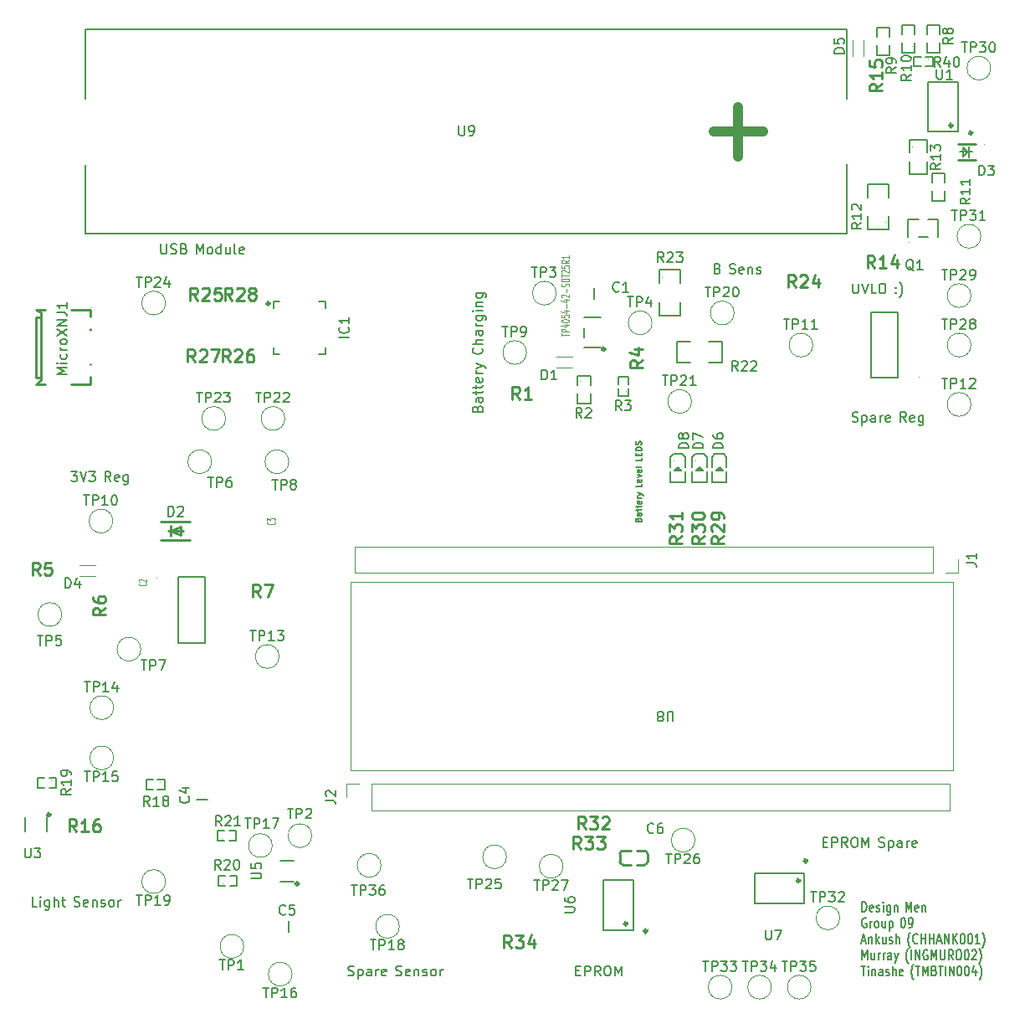
<source format=gto>
%TF.GenerationSoftware,KiCad,Pcbnew,(7.0.0)*%
%TF.CreationDate,2023-03-21T11:07:30+02:00*%
%TF.ProjectId,SCHEMATICS,53434845-4d41-4544-9943-532e6b696361,rev?*%
%TF.SameCoordinates,Original*%
%TF.FileFunction,Legend,Top*%
%TF.FilePolarity,Positive*%
%FSLAX46Y46*%
G04 Gerber Fmt 4.6, Leading zero omitted, Abs format (unit mm)*
G04 Created by KiCad (PCBNEW (7.0.0)) date 2023-03-21 11:07:30*
%MOMM*%
%LPD*%
G01*
G04 APERTURE LIST*
%ADD10C,0.200000*%
%ADD11C,0.150000*%
%ADD12C,0.254000*%
%ADD13C,0.098425*%
%ADD14C,0.080000*%
%ADD15C,0.120000*%
%ADD16C,0.152400*%
%ADD17C,0.059995*%
%ADD18C,0.300000*%
%ADD19C,0.101600*%
%ADD20C,0.150013*%
%ADD21C,1.000000*%
G04 APERTURE END LIST*
D10*
X96142857Y-93782380D02*
X96761904Y-93782380D01*
X96761904Y-93782380D02*
X96428571Y-94163333D01*
X96428571Y-94163333D02*
X96571428Y-94163333D01*
X96571428Y-94163333D02*
X96666666Y-94210952D01*
X96666666Y-94210952D02*
X96714285Y-94258571D01*
X96714285Y-94258571D02*
X96761904Y-94353809D01*
X96761904Y-94353809D02*
X96761904Y-94591904D01*
X96761904Y-94591904D02*
X96714285Y-94687142D01*
X96714285Y-94687142D02*
X96666666Y-94734761D01*
X96666666Y-94734761D02*
X96571428Y-94782380D01*
X96571428Y-94782380D02*
X96285714Y-94782380D01*
X96285714Y-94782380D02*
X96190476Y-94734761D01*
X96190476Y-94734761D02*
X96142857Y-94687142D01*
X97047619Y-93782380D02*
X97380952Y-94782380D01*
X97380952Y-94782380D02*
X97714285Y-93782380D01*
X97952381Y-93782380D02*
X98571428Y-93782380D01*
X98571428Y-93782380D02*
X98238095Y-94163333D01*
X98238095Y-94163333D02*
X98380952Y-94163333D01*
X98380952Y-94163333D02*
X98476190Y-94210952D01*
X98476190Y-94210952D02*
X98523809Y-94258571D01*
X98523809Y-94258571D02*
X98571428Y-94353809D01*
X98571428Y-94353809D02*
X98571428Y-94591904D01*
X98571428Y-94591904D02*
X98523809Y-94687142D01*
X98523809Y-94687142D02*
X98476190Y-94734761D01*
X98476190Y-94734761D02*
X98380952Y-94782380D01*
X98380952Y-94782380D02*
X98095238Y-94782380D01*
X98095238Y-94782380D02*
X98000000Y-94734761D01*
X98000000Y-94734761D02*
X97952381Y-94687142D01*
X100171428Y-94782380D02*
X99838095Y-94306190D01*
X99600000Y-94782380D02*
X99600000Y-93782380D01*
X99600000Y-93782380D02*
X99980952Y-93782380D01*
X99980952Y-93782380D02*
X100076190Y-93830000D01*
X100076190Y-93830000D02*
X100123809Y-93877619D01*
X100123809Y-93877619D02*
X100171428Y-93972857D01*
X100171428Y-93972857D02*
X100171428Y-94115714D01*
X100171428Y-94115714D02*
X100123809Y-94210952D01*
X100123809Y-94210952D02*
X100076190Y-94258571D01*
X100076190Y-94258571D02*
X99980952Y-94306190D01*
X99980952Y-94306190D02*
X99600000Y-94306190D01*
X100980952Y-94734761D02*
X100885714Y-94782380D01*
X100885714Y-94782380D02*
X100695238Y-94782380D01*
X100695238Y-94782380D02*
X100600000Y-94734761D01*
X100600000Y-94734761D02*
X100552381Y-94639523D01*
X100552381Y-94639523D02*
X100552381Y-94258571D01*
X100552381Y-94258571D02*
X100600000Y-94163333D01*
X100600000Y-94163333D02*
X100695238Y-94115714D01*
X100695238Y-94115714D02*
X100885714Y-94115714D01*
X100885714Y-94115714D02*
X100980952Y-94163333D01*
X100980952Y-94163333D02*
X101028571Y-94258571D01*
X101028571Y-94258571D02*
X101028571Y-94353809D01*
X101028571Y-94353809D02*
X100552381Y-94449047D01*
X101885714Y-94115714D02*
X101885714Y-94925238D01*
X101885714Y-94925238D02*
X101838095Y-95020476D01*
X101838095Y-95020476D02*
X101790476Y-95068095D01*
X101790476Y-95068095D02*
X101695238Y-95115714D01*
X101695238Y-95115714D02*
X101552381Y-95115714D01*
X101552381Y-95115714D02*
X101457143Y-95068095D01*
X101885714Y-94734761D02*
X101790476Y-94782380D01*
X101790476Y-94782380D02*
X101600000Y-94782380D01*
X101600000Y-94782380D02*
X101504762Y-94734761D01*
X101504762Y-94734761D02*
X101457143Y-94687142D01*
X101457143Y-94687142D02*
X101409524Y-94591904D01*
X101409524Y-94591904D02*
X101409524Y-94306190D01*
X101409524Y-94306190D02*
X101457143Y-94210952D01*
X101457143Y-94210952D02*
X101504762Y-94163333D01*
X101504762Y-94163333D02*
X101600000Y-94115714D01*
X101600000Y-94115714D02*
X101790476Y-94115714D01*
X101790476Y-94115714D02*
X101885714Y-94163333D01*
X172238095Y-131258571D02*
X172571428Y-131258571D01*
X172714285Y-131782380D02*
X172238095Y-131782380D01*
X172238095Y-131782380D02*
X172238095Y-130782380D01*
X172238095Y-130782380D02*
X172714285Y-130782380D01*
X173142857Y-131782380D02*
X173142857Y-130782380D01*
X173142857Y-130782380D02*
X173523809Y-130782380D01*
X173523809Y-130782380D02*
X173619047Y-130830000D01*
X173619047Y-130830000D02*
X173666666Y-130877619D01*
X173666666Y-130877619D02*
X173714285Y-130972857D01*
X173714285Y-130972857D02*
X173714285Y-131115714D01*
X173714285Y-131115714D02*
X173666666Y-131210952D01*
X173666666Y-131210952D02*
X173619047Y-131258571D01*
X173619047Y-131258571D02*
X173523809Y-131306190D01*
X173523809Y-131306190D02*
X173142857Y-131306190D01*
X174714285Y-131782380D02*
X174380952Y-131306190D01*
X174142857Y-131782380D02*
X174142857Y-130782380D01*
X174142857Y-130782380D02*
X174523809Y-130782380D01*
X174523809Y-130782380D02*
X174619047Y-130830000D01*
X174619047Y-130830000D02*
X174666666Y-130877619D01*
X174666666Y-130877619D02*
X174714285Y-130972857D01*
X174714285Y-130972857D02*
X174714285Y-131115714D01*
X174714285Y-131115714D02*
X174666666Y-131210952D01*
X174666666Y-131210952D02*
X174619047Y-131258571D01*
X174619047Y-131258571D02*
X174523809Y-131306190D01*
X174523809Y-131306190D02*
X174142857Y-131306190D01*
X175333333Y-130782380D02*
X175523809Y-130782380D01*
X175523809Y-130782380D02*
X175619047Y-130830000D01*
X175619047Y-130830000D02*
X175714285Y-130925238D01*
X175714285Y-130925238D02*
X175761904Y-131115714D01*
X175761904Y-131115714D02*
X175761904Y-131449047D01*
X175761904Y-131449047D02*
X175714285Y-131639523D01*
X175714285Y-131639523D02*
X175619047Y-131734761D01*
X175619047Y-131734761D02*
X175523809Y-131782380D01*
X175523809Y-131782380D02*
X175333333Y-131782380D01*
X175333333Y-131782380D02*
X175238095Y-131734761D01*
X175238095Y-131734761D02*
X175142857Y-131639523D01*
X175142857Y-131639523D02*
X175095238Y-131449047D01*
X175095238Y-131449047D02*
X175095238Y-131115714D01*
X175095238Y-131115714D02*
X175142857Y-130925238D01*
X175142857Y-130925238D02*
X175238095Y-130830000D01*
X175238095Y-130830000D02*
X175333333Y-130782380D01*
X176190476Y-131782380D02*
X176190476Y-130782380D01*
X176190476Y-130782380D02*
X176523809Y-131496666D01*
X176523809Y-131496666D02*
X176857142Y-130782380D01*
X176857142Y-130782380D02*
X176857142Y-131782380D01*
X177885714Y-131734761D02*
X178028571Y-131782380D01*
X178028571Y-131782380D02*
X178266666Y-131782380D01*
X178266666Y-131782380D02*
X178361904Y-131734761D01*
X178361904Y-131734761D02*
X178409523Y-131687142D01*
X178409523Y-131687142D02*
X178457142Y-131591904D01*
X178457142Y-131591904D02*
X178457142Y-131496666D01*
X178457142Y-131496666D02*
X178409523Y-131401428D01*
X178409523Y-131401428D02*
X178361904Y-131353809D01*
X178361904Y-131353809D02*
X178266666Y-131306190D01*
X178266666Y-131306190D02*
X178076190Y-131258571D01*
X178076190Y-131258571D02*
X177980952Y-131210952D01*
X177980952Y-131210952D02*
X177933333Y-131163333D01*
X177933333Y-131163333D02*
X177885714Y-131068095D01*
X177885714Y-131068095D02*
X177885714Y-130972857D01*
X177885714Y-130972857D02*
X177933333Y-130877619D01*
X177933333Y-130877619D02*
X177980952Y-130830000D01*
X177980952Y-130830000D02*
X178076190Y-130782380D01*
X178076190Y-130782380D02*
X178314285Y-130782380D01*
X178314285Y-130782380D02*
X178457142Y-130830000D01*
X178885714Y-131115714D02*
X178885714Y-132115714D01*
X178885714Y-131163333D02*
X178980952Y-131115714D01*
X178980952Y-131115714D02*
X179171428Y-131115714D01*
X179171428Y-131115714D02*
X179266666Y-131163333D01*
X179266666Y-131163333D02*
X179314285Y-131210952D01*
X179314285Y-131210952D02*
X179361904Y-131306190D01*
X179361904Y-131306190D02*
X179361904Y-131591904D01*
X179361904Y-131591904D02*
X179314285Y-131687142D01*
X179314285Y-131687142D02*
X179266666Y-131734761D01*
X179266666Y-131734761D02*
X179171428Y-131782380D01*
X179171428Y-131782380D02*
X178980952Y-131782380D01*
X178980952Y-131782380D02*
X178885714Y-131734761D01*
X180219047Y-131782380D02*
X180219047Y-131258571D01*
X180219047Y-131258571D02*
X180171428Y-131163333D01*
X180171428Y-131163333D02*
X180076190Y-131115714D01*
X180076190Y-131115714D02*
X179885714Y-131115714D01*
X179885714Y-131115714D02*
X179790476Y-131163333D01*
X180219047Y-131734761D02*
X180123809Y-131782380D01*
X180123809Y-131782380D02*
X179885714Y-131782380D01*
X179885714Y-131782380D02*
X179790476Y-131734761D01*
X179790476Y-131734761D02*
X179742857Y-131639523D01*
X179742857Y-131639523D02*
X179742857Y-131544285D01*
X179742857Y-131544285D02*
X179790476Y-131449047D01*
X179790476Y-131449047D02*
X179885714Y-131401428D01*
X179885714Y-131401428D02*
X180123809Y-131401428D01*
X180123809Y-131401428D02*
X180219047Y-131353809D01*
X180695238Y-131782380D02*
X180695238Y-131115714D01*
X180695238Y-131306190D02*
X180742857Y-131210952D01*
X180742857Y-131210952D02*
X180790476Y-131163333D01*
X180790476Y-131163333D02*
X180885714Y-131115714D01*
X180885714Y-131115714D02*
X180980952Y-131115714D01*
X181695238Y-131734761D02*
X181600000Y-131782380D01*
X181600000Y-131782380D02*
X181409524Y-131782380D01*
X181409524Y-131782380D02*
X181314286Y-131734761D01*
X181314286Y-131734761D02*
X181266667Y-131639523D01*
X181266667Y-131639523D02*
X181266667Y-131258571D01*
X181266667Y-131258571D02*
X181314286Y-131163333D01*
X181314286Y-131163333D02*
X181409524Y-131115714D01*
X181409524Y-131115714D02*
X181600000Y-131115714D01*
X181600000Y-131115714D02*
X181695238Y-131163333D01*
X181695238Y-131163333D02*
X181742857Y-131258571D01*
X181742857Y-131258571D02*
X181742857Y-131353809D01*
X181742857Y-131353809D02*
X181266667Y-131449047D01*
X92714285Y-137782380D02*
X92238095Y-137782380D01*
X92238095Y-137782380D02*
X92238095Y-136782380D01*
X93047619Y-137782380D02*
X93047619Y-137115714D01*
X93047619Y-136782380D02*
X93000000Y-136830000D01*
X93000000Y-136830000D02*
X93047619Y-136877619D01*
X93047619Y-136877619D02*
X93095238Y-136830000D01*
X93095238Y-136830000D02*
X93047619Y-136782380D01*
X93047619Y-136782380D02*
X93047619Y-136877619D01*
X93952380Y-137115714D02*
X93952380Y-137925238D01*
X93952380Y-137925238D02*
X93904761Y-138020476D01*
X93904761Y-138020476D02*
X93857142Y-138068095D01*
X93857142Y-138068095D02*
X93761904Y-138115714D01*
X93761904Y-138115714D02*
X93619047Y-138115714D01*
X93619047Y-138115714D02*
X93523809Y-138068095D01*
X93952380Y-137734761D02*
X93857142Y-137782380D01*
X93857142Y-137782380D02*
X93666666Y-137782380D01*
X93666666Y-137782380D02*
X93571428Y-137734761D01*
X93571428Y-137734761D02*
X93523809Y-137687142D01*
X93523809Y-137687142D02*
X93476190Y-137591904D01*
X93476190Y-137591904D02*
X93476190Y-137306190D01*
X93476190Y-137306190D02*
X93523809Y-137210952D01*
X93523809Y-137210952D02*
X93571428Y-137163333D01*
X93571428Y-137163333D02*
X93666666Y-137115714D01*
X93666666Y-137115714D02*
X93857142Y-137115714D01*
X93857142Y-137115714D02*
X93952380Y-137163333D01*
X94428571Y-137782380D02*
X94428571Y-136782380D01*
X94857142Y-137782380D02*
X94857142Y-137258571D01*
X94857142Y-137258571D02*
X94809523Y-137163333D01*
X94809523Y-137163333D02*
X94714285Y-137115714D01*
X94714285Y-137115714D02*
X94571428Y-137115714D01*
X94571428Y-137115714D02*
X94476190Y-137163333D01*
X94476190Y-137163333D02*
X94428571Y-137210952D01*
X95190476Y-137115714D02*
X95571428Y-137115714D01*
X95333333Y-136782380D02*
X95333333Y-137639523D01*
X95333333Y-137639523D02*
X95380952Y-137734761D01*
X95380952Y-137734761D02*
X95476190Y-137782380D01*
X95476190Y-137782380D02*
X95571428Y-137782380D01*
X96457143Y-137734761D02*
X96600000Y-137782380D01*
X96600000Y-137782380D02*
X96838095Y-137782380D01*
X96838095Y-137782380D02*
X96933333Y-137734761D01*
X96933333Y-137734761D02*
X96980952Y-137687142D01*
X96980952Y-137687142D02*
X97028571Y-137591904D01*
X97028571Y-137591904D02*
X97028571Y-137496666D01*
X97028571Y-137496666D02*
X96980952Y-137401428D01*
X96980952Y-137401428D02*
X96933333Y-137353809D01*
X96933333Y-137353809D02*
X96838095Y-137306190D01*
X96838095Y-137306190D02*
X96647619Y-137258571D01*
X96647619Y-137258571D02*
X96552381Y-137210952D01*
X96552381Y-137210952D02*
X96504762Y-137163333D01*
X96504762Y-137163333D02*
X96457143Y-137068095D01*
X96457143Y-137068095D02*
X96457143Y-136972857D01*
X96457143Y-136972857D02*
X96504762Y-136877619D01*
X96504762Y-136877619D02*
X96552381Y-136830000D01*
X96552381Y-136830000D02*
X96647619Y-136782380D01*
X96647619Y-136782380D02*
X96885714Y-136782380D01*
X96885714Y-136782380D02*
X97028571Y-136830000D01*
X97838095Y-137734761D02*
X97742857Y-137782380D01*
X97742857Y-137782380D02*
X97552381Y-137782380D01*
X97552381Y-137782380D02*
X97457143Y-137734761D01*
X97457143Y-137734761D02*
X97409524Y-137639523D01*
X97409524Y-137639523D02*
X97409524Y-137258571D01*
X97409524Y-137258571D02*
X97457143Y-137163333D01*
X97457143Y-137163333D02*
X97552381Y-137115714D01*
X97552381Y-137115714D02*
X97742857Y-137115714D01*
X97742857Y-137115714D02*
X97838095Y-137163333D01*
X97838095Y-137163333D02*
X97885714Y-137258571D01*
X97885714Y-137258571D02*
X97885714Y-137353809D01*
X97885714Y-137353809D02*
X97409524Y-137449047D01*
X98314286Y-137115714D02*
X98314286Y-137782380D01*
X98314286Y-137210952D02*
X98361905Y-137163333D01*
X98361905Y-137163333D02*
X98457143Y-137115714D01*
X98457143Y-137115714D02*
X98600000Y-137115714D01*
X98600000Y-137115714D02*
X98695238Y-137163333D01*
X98695238Y-137163333D02*
X98742857Y-137258571D01*
X98742857Y-137258571D02*
X98742857Y-137782380D01*
X99171429Y-137734761D02*
X99266667Y-137782380D01*
X99266667Y-137782380D02*
X99457143Y-137782380D01*
X99457143Y-137782380D02*
X99552381Y-137734761D01*
X99552381Y-137734761D02*
X99600000Y-137639523D01*
X99600000Y-137639523D02*
X99600000Y-137591904D01*
X99600000Y-137591904D02*
X99552381Y-137496666D01*
X99552381Y-137496666D02*
X99457143Y-137449047D01*
X99457143Y-137449047D02*
X99314286Y-137449047D01*
X99314286Y-137449047D02*
X99219048Y-137401428D01*
X99219048Y-137401428D02*
X99171429Y-137306190D01*
X99171429Y-137306190D02*
X99171429Y-137258571D01*
X99171429Y-137258571D02*
X99219048Y-137163333D01*
X99219048Y-137163333D02*
X99314286Y-137115714D01*
X99314286Y-137115714D02*
X99457143Y-137115714D01*
X99457143Y-137115714D02*
X99552381Y-137163333D01*
X100171429Y-137782380D02*
X100076191Y-137734761D01*
X100076191Y-137734761D02*
X100028572Y-137687142D01*
X100028572Y-137687142D02*
X99980953Y-137591904D01*
X99980953Y-137591904D02*
X99980953Y-137306190D01*
X99980953Y-137306190D02*
X100028572Y-137210952D01*
X100028572Y-137210952D02*
X100076191Y-137163333D01*
X100076191Y-137163333D02*
X100171429Y-137115714D01*
X100171429Y-137115714D02*
X100314286Y-137115714D01*
X100314286Y-137115714D02*
X100409524Y-137163333D01*
X100409524Y-137163333D02*
X100457143Y-137210952D01*
X100457143Y-137210952D02*
X100504762Y-137306190D01*
X100504762Y-137306190D02*
X100504762Y-137591904D01*
X100504762Y-137591904D02*
X100457143Y-137687142D01*
X100457143Y-137687142D02*
X100409524Y-137734761D01*
X100409524Y-137734761D02*
X100314286Y-137782380D01*
X100314286Y-137782380D02*
X100171429Y-137782380D01*
X100933334Y-137782380D02*
X100933334Y-137115714D01*
X100933334Y-137306190D02*
X100980953Y-137210952D01*
X100980953Y-137210952D02*
X101028572Y-137163333D01*
X101028572Y-137163333D02*
X101123810Y-137115714D01*
X101123810Y-137115714D02*
X101219048Y-137115714D01*
X176190476Y-138302380D02*
X176190476Y-137302380D01*
X176190476Y-137302380D02*
X176380952Y-137302380D01*
X176380952Y-137302380D02*
X176495238Y-137350000D01*
X176495238Y-137350000D02*
X176571428Y-137445238D01*
X176571428Y-137445238D02*
X176609523Y-137540476D01*
X176609523Y-137540476D02*
X176647619Y-137730952D01*
X176647619Y-137730952D02*
X176647619Y-137873809D01*
X176647619Y-137873809D02*
X176609523Y-138064285D01*
X176609523Y-138064285D02*
X176571428Y-138159523D01*
X176571428Y-138159523D02*
X176495238Y-138254761D01*
X176495238Y-138254761D02*
X176380952Y-138302380D01*
X176380952Y-138302380D02*
X176190476Y-138302380D01*
X177295238Y-138254761D02*
X177219047Y-138302380D01*
X177219047Y-138302380D02*
X177066666Y-138302380D01*
X177066666Y-138302380D02*
X176990476Y-138254761D01*
X176990476Y-138254761D02*
X176952380Y-138159523D01*
X176952380Y-138159523D02*
X176952380Y-137778571D01*
X176952380Y-137778571D02*
X176990476Y-137683333D01*
X176990476Y-137683333D02*
X177066666Y-137635714D01*
X177066666Y-137635714D02*
X177219047Y-137635714D01*
X177219047Y-137635714D02*
X177295238Y-137683333D01*
X177295238Y-137683333D02*
X177333333Y-137778571D01*
X177333333Y-137778571D02*
X177333333Y-137873809D01*
X177333333Y-137873809D02*
X176952380Y-137969047D01*
X177638094Y-138254761D02*
X177714285Y-138302380D01*
X177714285Y-138302380D02*
X177866666Y-138302380D01*
X177866666Y-138302380D02*
X177942856Y-138254761D01*
X177942856Y-138254761D02*
X177980952Y-138159523D01*
X177980952Y-138159523D02*
X177980952Y-138111904D01*
X177980952Y-138111904D02*
X177942856Y-138016666D01*
X177942856Y-138016666D02*
X177866666Y-137969047D01*
X177866666Y-137969047D02*
X177752380Y-137969047D01*
X177752380Y-137969047D02*
X177676190Y-137921428D01*
X177676190Y-137921428D02*
X177638094Y-137826190D01*
X177638094Y-137826190D02*
X177638094Y-137778571D01*
X177638094Y-137778571D02*
X177676190Y-137683333D01*
X177676190Y-137683333D02*
X177752380Y-137635714D01*
X177752380Y-137635714D02*
X177866666Y-137635714D01*
X177866666Y-137635714D02*
X177942856Y-137683333D01*
X178323809Y-138302380D02*
X178323809Y-137635714D01*
X178323809Y-137302380D02*
X178285713Y-137350000D01*
X178285713Y-137350000D02*
X178323809Y-137397619D01*
X178323809Y-137397619D02*
X178361904Y-137350000D01*
X178361904Y-137350000D02*
X178323809Y-137302380D01*
X178323809Y-137302380D02*
X178323809Y-137397619D01*
X179047618Y-137635714D02*
X179047618Y-138445238D01*
X179047618Y-138445238D02*
X179009523Y-138540476D01*
X179009523Y-138540476D02*
X178971427Y-138588095D01*
X178971427Y-138588095D02*
X178895237Y-138635714D01*
X178895237Y-138635714D02*
X178780951Y-138635714D01*
X178780951Y-138635714D02*
X178704761Y-138588095D01*
X179047618Y-138254761D02*
X178971427Y-138302380D01*
X178971427Y-138302380D02*
X178819046Y-138302380D01*
X178819046Y-138302380D02*
X178742856Y-138254761D01*
X178742856Y-138254761D02*
X178704761Y-138207142D01*
X178704761Y-138207142D02*
X178666665Y-138111904D01*
X178666665Y-138111904D02*
X178666665Y-137826190D01*
X178666665Y-137826190D02*
X178704761Y-137730952D01*
X178704761Y-137730952D02*
X178742856Y-137683333D01*
X178742856Y-137683333D02*
X178819046Y-137635714D01*
X178819046Y-137635714D02*
X178971427Y-137635714D01*
X178971427Y-137635714D02*
X179047618Y-137683333D01*
X179428571Y-137635714D02*
X179428571Y-138302380D01*
X179428571Y-137730952D02*
X179466666Y-137683333D01*
X179466666Y-137683333D02*
X179542856Y-137635714D01*
X179542856Y-137635714D02*
X179657142Y-137635714D01*
X179657142Y-137635714D02*
X179733333Y-137683333D01*
X179733333Y-137683333D02*
X179771428Y-137778571D01*
X179771428Y-137778571D02*
X179771428Y-138302380D01*
X180632381Y-138302380D02*
X180632381Y-137302380D01*
X180632381Y-137302380D02*
X180899047Y-138016666D01*
X180899047Y-138016666D02*
X181165714Y-137302380D01*
X181165714Y-137302380D02*
X181165714Y-138302380D01*
X181851429Y-138254761D02*
X181775238Y-138302380D01*
X181775238Y-138302380D02*
X181622857Y-138302380D01*
X181622857Y-138302380D02*
X181546667Y-138254761D01*
X181546667Y-138254761D02*
X181508571Y-138159523D01*
X181508571Y-138159523D02*
X181508571Y-137778571D01*
X181508571Y-137778571D02*
X181546667Y-137683333D01*
X181546667Y-137683333D02*
X181622857Y-137635714D01*
X181622857Y-137635714D02*
X181775238Y-137635714D01*
X181775238Y-137635714D02*
X181851429Y-137683333D01*
X181851429Y-137683333D02*
X181889524Y-137778571D01*
X181889524Y-137778571D02*
X181889524Y-137873809D01*
X181889524Y-137873809D02*
X181508571Y-137969047D01*
X182232381Y-137635714D02*
X182232381Y-138302380D01*
X182232381Y-137730952D02*
X182270476Y-137683333D01*
X182270476Y-137683333D02*
X182346666Y-137635714D01*
X182346666Y-137635714D02*
X182460952Y-137635714D01*
X182460952Y-137635714D02*
X182537143Y-137683333D01*
X182537143Y-137683333D02*
X182575238Y-137778571D01*
X182575238Y-137778571D02*
X182575238Y-138302380D01*
X176609523Y-138970000D02*
X176533333Y-138922380D01*
X176533333Y-138922380D02*
X176419047Y-138922380D01*
X176419047Y-138922380D02*
X176304761Y-138970000D01*
X176304761Y-138970000D02*
X176228571Y-139065238D01*
X176228571Y-139065238D02*
X176190476Y-139160476D01*
X176190476Y-139160476D02*
X176152380Y-139350952D01*
X176152380Y-139350952D02*
X176152380Y-139493809D01*
X176152380Y-139493809D02*
X176190476Y-139684285D01*
X176190476Y-139684285D02*
X176228571Y-139779523D01*
X176228571Y-139779523D02*
X176304761Y-139874761D01*
X176304761Y-139874761D02*
X176419047Y-139922380D01*
X176419047Y-139922380D02*
X176495238Y-139922380D01*
X176495238Y-139922380D02*
X176609523Y-139874761D01*
X176609523Y-139874761D02*
X176647619Y-139827142D01*
X176647619Y-139827142D02*
X176647619Y-139493809D01*
X176647619Y-139493809D02*
X176495238Y-139493809D01*
X176990476Y-139922380D02*
X176990476Y-139255714D01*
X176990476Y-139446190D02*
X177028571Y-139350952D01*
X177028571Y-139350952D02*
X177066666Y-139303333D01*
X177066666Y-139303333D02*
X177142857Y-139255714D01*
X177142857Y-139255714D02*
X177219047Y-139255714D01*
X177599999Y-139922380D02*
X177523809Y-139874761D01*
X177523809Y-139874761D02*
X177485714Y-139827142D01*
X177485714Y-139827142D02*
X177447618Y-139731904D01*
X177447618Y-139731904D02*
X177447618Y-139446190D01*
X177447618Y-139446190D02*
X177485714Y-139350952D01*
X177485714Y-139350952D02*
X177523809Y-139303333D01*
X177523809Y-139303333D02*
X177599999Y-139255714D01*
X177599999Y-139255714D02*
X177714285Y-139255714D01*
X177714285Y-139255714D02*
X177790476Y-139303333D01*
X177790476Y-139303333D02*
X177828571Y-139350952D01*
X177828571Y-139350952D02*
X177866666Y-139446190D01*
X177866666Y-139446190D02*
X177866666Y-139731904D01*
X177866666Y-139731904D02*
X177828571Y-139827142D01*
X177828571Y-139827142D02*
X177790476Y-139874761D01*
X177790476Y-139874761D02*
X177714285Y-139922380D01*
X177714285Y-139922380D02*
X177599999Y-139922380D01*
X178552381Y-139255714D02*
X178552381Y-139922380D01*
X178209524Y-139255714D02*
X178209524Y-139779523D01*
X178209524Y-139779523D02*
X178247619Y-139874761D01*
X178247619Y-139874761D02*
X178323809Y-139922380D01*
X178323809Y-139922380D02*
X178438095Y-139922380D01*
X178438095Y-139922380D02*
X178514286Y-139874761D01*
X178514286Y-139874761D02*
X178552381Y-139827142D01*
X178933334Y-139255714D02*
X178933334Y-140255714D01*
X178933334Y-139303333D02*
X179009524Y-139255714D01*
X179009524Y-139255714D02*
X179161905Y-139255714D01*
X179161905Y-139255714D02*
X179238096Y-139303333D01*
X179238096Y-139303333D02*
X179276191Y-139350952D01*
X179276191Y-139350952D02*
X179314286Y-139446190D01*
X179314286Y-139446190D02*
X179314286Y-139731904D01*
X179314286Y-139731904D02*
X179276191Y-139827142D01*
X179276191Y-139827142D02*
X179238096Y-139874761D01*
X179238096Y-139874761D02*
X179161905Y-139922380D01*
X179161905Y-139922380D02*
X179009524Y-139922380D01*
X179009524Y-139922380D02*
X178933334Y-139874761D01*
X180289525Y-138922380D02*
X180365715Y-138922380D01*
X180365715Y-138922380D02*
X180441906Y-138970000D01*
X180441906Y-138970000D02*
X180480001Y-139017619D01*
X180480001Y-139017619D02*
X180518096Y-139112857D01*
X180518096Y-139112857D02*
X180556191Y-139303333D01*
X180556191Y-139303333D02*
X180556191Y-139541428D01*
X180556191Y-139541428D02*
X180518096Y-139731904D01*
X180518096Y-139731904D02*
X180480001Y-139827142D01*
X180480001Y-139827142D02*
X180441906Y-139874761D01*
X180441906Y-139874761D02*
X180365715Y-139922380D01*
X180365715Y-139922380D02*
X180289525Y-139922380D01*
X180289525Y-139922380D02*
X180213334Y-139874761D01*
X180213334Y-139874761D02*
X180175239Y-139827142D01*
X180175239Y-139827142D02*
X180137144Y-139731904D01*
X180137144Y-139731904D02*
X180099048Y-139541428D01*
X180099048Y-139541428D02*
X180099048Y-139303333D01*
X180099048Y-139303333D02*
X180137144Y-139112857D01*
X180137144Y-139112857D02*
X180175239Y-139017619D01*
X180175239Y-139017619D02*
X180213334Y-138970000D01*
X180213334Y-138970000D02*
X180289525Y-138922380D01*
X180937144Y-139922380D02*
X181089525Y-139922380D01*
X181089525Y-139922380D02*
X181165715Y-139874761D01*
X181165715Y-139874761D02*
X181203811Y-139827142D01*
X181203811Y-139827142D02*
X181280001Y-139684285D01*
X181280001Y-139684285D02*
X181318096Y-139493809D01*
X181318096Y-139493809D02*
X181318096Y-139112857D01*
X181318096Y-139112857D02*
X181280001Y-139017619D01*
X181280001Y-139017619D02*
X181241906Y-138970000D01*
X181241906Y-138970000D02*
X181165715Y-138922380D01*
X181165715Y-138922380D02*
X181013334Y-138922380D01*
X181013334Y-138922380D02*
X180937144Y-138970000D01*
X180937144Y-138970000D02*
X180899049Y-139017619D01*
X180899049Y-139017619D02*
X180860953Y-139112857D01*
X180860953Y-139112857D02*
X180860953Y-139350952D01*
X180860953Y-139350952D02*
X180899049Y-139446190D01*
X180899049Y-139446190D02*
X180937144Y-139493809D01*
X180937144Y-139493809D02*
X181013334Y-139541428D01*
X181013334Y-139541428D02*
X181165715Y-139541428D01*
X181165715Y-139541428D02*
X181241906Y-139493809D01*
X181241906Y-139493809D02*
X181280001Y-139446190D01*
X181280001Y-139446190D02*
X181318096Y-139350952D01*
X176152380Y-141256666D02*
X176533333Y-141256666D01*
X176076190Y-141542380D02*
X176342857Y-140542380D01*
X176342857Y-140542380D02*
X176609523Y-141542380D01*
X176876190Y-140875714D02*
X176876190Y-141542380D01*
X176876190Y-140970952D02*
X176914285Y-140923333D01*
X176914285Y-140923333D02*
X176990475Y-140875714D01*
X176990475Y-140875714D02*
X177104761Y-140875714D01*
X177104761Y-140875714D02*
X177180952Y-140923333D01*
X177180952Y-140923333D02*
X177219047Y-141018571D01*
X177219047Y-141018571D02*
X177219047Y-141542380D01*
X177600000Y-141542380D02*
X177600000Y-140542380D01*
X177676190Y-141161428D02*
X177904762Y-141542380D01*
X177904762Y-140875714D02*
X177600000Y-141256666D01*
X178590476Y-140875714D02*
X178590476Y-141542380D01*
X178247619Y-140875714D02*
X178247619Y-141399523D01*
X178247619Y-141399523D02*
X178285714Y-141494761D01*
X178285714Y-141494761D02*
X178361904Y-141542380D01*
X178361904Y-141542380D02*
X178476190Y-141542380D01*
X178476190Y-141542380D02*
X178552381Y-141494761D01*
X178552381Y-141494761D02*
X178590476Y-141447142D01*
X178933333Y-141494761D02*
X179009524Y-141542380D01*
X179009524Y-141542380D02*
X179161905Y-141542380D01*
X179161905Y-141542380D02*
X179238095Y-141494761D01*
X179238095Y-141494761D02*
X179276191Y-141399523D01*
X179276191Y-141399523D02*
X179276191Y-141351904D01*
X179276191Y-141351904D02*
X179238095Y-141256666D01*
X179238095Y-141256666D02*
X179161905Y-141209047D01*
X179161905Y-141209047D02*
X179047619Y-141209047D01*
X179047619Y-141209047D02*
X178971429Y-141161428D01*
X178971429Y-141161428D02*
X178933333Y-141066190D01*
X178933333Y-141066190D02*
X178933333Y-141018571D01*
X178933333Y-141018571D02*
X178971429Y-140923333D01*
X178971429Y-140923333D02*
X179047619Y-140875714D01*
X179047619Y-140875714D02*
X179161905Y-140875714D01*
X179161905Y-140875714D02*
X179238095Y-140923333D01*
X179619048Y-141542380D02*
X179619048Y-140542380D01*
X179961905Y-141542380D02*
X179961905Y-141018571D01*
X179961905Y-141018571D02*
X179923810Y-140923333D01*
X179923810Y-140923333D02*
X179847619Y-140875714D01*
X179847619Y-140875714D02*
X179733333Y-140875714D01*
X179733333Y-140875714D02*
X179657143Y-140923333D01*
X179657143Y-140923333D02*
X179619048Y-140970952D01*
X181051429Y-141923333D02*
X181013334Y-141875714D01*
X181013334Y-141875714D02*
X180937143Y-141732857D01*
X180937143Y-141732857D02*
X180899048Y-141637619D01*
X180899048Y-141637619D02*
X180860953Y-141494761D01*
X180860953Y-141494761D02*
X180822858Y-141256666D01*
X180822858Y-141256666D02*
X180822858Y-141066190D01*
X180822858Y-141066190D02*
X180860953Y-140828095D01*
X180860953Y-140828095D02*
X180899048Y-140685238D01*
X180899048Y-140685238D02*
X180937143Y-140590000D01*
X180937143Y-140590000D02*
X181013334Y-140447142D01*
X181013334Y-140447142D02*
X181051429Y-140399523D01*
X181813334Y-141447142D02*
X181775238Y-141494761D01*
X181775238Y-141494761D02*
X181660953Y-141542380D01*
X181660953Y-141542380D02*
X181584762Y-141542380D01*
X181584762Y-141542380D02*
X181470476Y-141494761D01*
X181470476Y-141494761D02*
X181394286Y-141399523D01*
X181394286Y-141399523D02*
X181356191Y-141304285D01*
X181356191Y-141304285D02*
X181318095Y-141113809D01*
X181318095Y-141113809D02*
X181318095Y-140970952D01*
X181318095Y-140970952D02*
X181356191Y-140780476D01*
X181356191Y-140780476D02*
X181394286Y-140685238D01*
X181394286Y-140685238D02*
X181470476Y-140590000D01*
X181470476Y-140590000D02*
X181584762Y-140542380D01*
X181584762Y-140542380D02*
X181660953Y-140542380D01*
X181660953Y-140542380D02*
X181775238Y-140590000D01*
X181775238Y-140590000D02*
X181813334Y-140637619D01*
X182156191Y-141542380D02*
X182156191Y-140542380D01*
X182156191Y-141018571D02*
X182613334Y-141018571D01*
X182613334Y-141542380D02*
X182613334Y-140542380D01*
X182994286Y-141542380D02*
X182994286Y-140542380D01*
X182994286Y-141018571D02*
X183451429Y-141018571D01*
X183451429Y-141542380D02*
X183451429Y-140542380D01*
X183794285Y-141256666D02*
X184175238Y-141256666D01*
X183718095Y-141542380D02*
X183984762Y-140542380D01*
X183984762Y-140542380D02*
X184251428Y-141542380D01*
X184518095Y-141542380D02*
X184518095Y-140542380D01*
X184518095Y-140542380D02*
X184975238Y-141542380D01*
X184975238Y-141542380D02*
X184975238Y-140542380D01*
X185356190Y-141542380D02*
X185356190Y-140542380D01*
X185813333Y-141542380D02*
X185470475Y-140970952D01*
X185813333Y-140542380D02*
X185356190Y-141113809D01*
X186308571Y-140542380D02*
X186384761Y-140542380D01*
X186384761Y-140542380D02*
X186460952Y-140590000D01*
X186460952Y-140590000D02*
X186499047Y-140637619D01*
X186499047Y-140637619D02*
X186537142Y-140732857D01*
X186537142Y-140732857D02*
X186575237Y-140923333D01*
X186575237Y-140923333D02*
X186575237Y-141161428D01*
X186575237Y-141161428D02*
X186537142Y-141351904D01*
X186537142Y-141351904D02*
X186499047Y-141447142D01*
X186499047Y-141447142D02*
X186460952Y-141494761D01*
X186460952Y-141494761D02*
X186384761Y-141542380D01*
X186384761Y-141542380D02*
X186308571Y-141542380D01*
X186308571Y-141542380D02*
X186232380Y-141494761D01*
X186232380Y-141494761D02*
X186194285Y-141447142D01*
X186194285Y-141447142D02*
X186156190Y-141351904D01*
X186156190Y-141351904D02*
X186118094Y-141161428D01*
X186118094Y-141161428D02*
X186118094Y-140923333D01*
X186118094Y-140923333D02*
X186156190Y-140732857D01*
X186156190Y-140732857D02*
X186194285Y-140637619D01*
X186194285Y-140637619D02*
X186232380Y-140590000D01*
X186232380Y-140590000D02*
X186308571Y-140542380D01*
X187070476Y-140542380D02*
X187146666Y-140542380D01*
X187146666Y-140542380D02*
X187222857Y-140590000D01*
X187222857Y-140590000D02*
X187260952Y-140637619D01*
X187260952Y-140637619D02*
X187299047Y-140732857D01*
X187299047Y-140732857D02*
X187337142Y-140923333D01*
X187337142Y-140923333D02*
X187337142Y-141161428D01*
X187337142Y-141161428D02*
X187299047Y-141351904D01*
X187299047Y-141351904D02*
X187260952Y-141447142D01*
X187260952Y-141447142D02*
X187222857Y-141494761D01*
X187222857Y-141494761D02*
X187146666Y-141542380D01*
X187146666Y-141542380D02*
X187070476Y-141542380D01*
X187070476Y-141542380D02*
X186994285Y-141494761D01*
X186994285Y-141494761D02*
X186956190Y-141447142D01*
X186956190Y-141447142D02*
X186918095Y-141351904D01*
X186918095Y-141351904D02*
X186879999Y-141161428D01*
X186879999Y-141161428D02*
X186879999Y-140923333D01*
X186879999Y-140923333D02*
X186918095Y-140732857D01*
X186918095Y-140732857D02*
X186956190Y-140637619D01*
X186956190Y-140637619D02*
X186994285Y-140590000D01*
X186994285Y-140590000D02*
X187070476Y-140542380D01*
X188099047Y-141542380D02*
X187641904Y-141542380D01*
X187870476Y-141542380D02*
X187870476Y-140542380D01*
X187870476Y-140542380D02*
X187794285Y-140685238D01*
X187794285Y-140685238D02*
X187718095Y-140780476D01*
X187718095Y-140780476D02*
X187641904Y-140828095D01*
X188365714Y-141923333D02*
X188403809Y-141875714D01*
X188403809Y-141875714D02*
X188480000Y-141732857D01*
X188480000Y-141732857D02*
X188518095Y-141637619D01*
X188518095Y-141637619D02*
X188556190Y-141494761D01*
X188556190Y-141494761D02*
X188594286Y-141256666D01*
X188594286Y-141256666D02*
X188594286Y-141066190D01*
X188594286Y-141066190D02*
X188556190Y-140828095D01*
X188556190Y-140828095D02*
X188518095Y-140685238D01*
X188518095Y-140685238D02*
X188480000Y-140590000D01*
X188480000Y-140590000D02*
X188403809Y-140447142D01*
X188403809Y-140447142D02*
X188365714Y-140399523D01*
X176190476Y-143162380D02*
X176190476Y-142162380D01*
X176190476Y-142162380D02*
X176457142Y-142876666D01*
X176457142Y-142876666D02*
X176723809Y-142162380D01*
X176723809Y-142162380D02*
X176723809Y-143162380D01*
X177447619Y-142495714D02*
X177447619Y-143162380D01*
X177104762Y-142495714D02*
X177104762Y-143019523D01*
X177104762Y-143019523D02*
X177142857Y-143114761D01*
X177142857Y-143114761D02*
X177219047Y-143162380D01*
X177219047Y-143162380D02*
X177333333Y-143162380D01*
X177333333Y-143162380D02*
X177409524Y-143114761D01*
X177409524Y-143114761D02*
X177447619Y-143067142D01*
X177828572Y-143162380D02*
X177828572Y-142495714D01*
X177828572Y-142686190D02*
X177866667Y-142590952D01*
X177866667Y-142590952D02*
X177904762Y-142543333D01*
X177904762Y-142543333D02*
X177980953Y-142495714D01*
X177980953Y-142495714D02*
X178057143Y-142495714D01*
X178323810Y-143162380D02*
X178323810Y-142495714D01*
X178323810Y-142686190D02*
X178361905Y-142590952D01*
X178361905Y-142590952D02*
X178400000Y-142543333D01*
X178400000Y-142543333D02*
X178476191Y-142495714D01*
X178476191Y-142495714D02*
X178552381Y-142495714D01*
X179161905Y-143162380D02*
X179161905Y-142638571D01*
X179161905Y-142638571D02*
X179123810Y-142543333D01*
X179123810Y-142543333D02*
X179047619Y-142495714D01*
X179047619Y-142495714D02*
X178895238Y-142495714D01*
X178895238Y-142495714D02*
X178819048Y-142543333D01*
X179161905Y-143114761D02*
X179085714Y-143162380D01*
X179085714Y-143162380D02*
X178895238Y-143162380D01*
X178895238Y-143162380D02*
X178819048Y-143114761D01*
X178819048Y-143114761D02*
X178780952Y-143019523D01*
X178780952Y-143019523D02*
X178780952Y-142924285D01*
X178780952Y-142924285D02*
X178819048Y-142829047D01*
X178819048Y-142829047D02*
X178895238Y-142781428D01*
X178895238Y-142781428D02*
X179085714Y-142781428D01*
X179085714Y-142781428D02*
X179161905Y-142733809D01*
X179466667Y-142495714D02*
X179657143Y-143162380D01*
X179847620Y-142495714D02*
X179657143Y-143162380D01*
X179657143Y-143162380D02*
X179580953Y-143400476D01*
X179580953Y-143400476D02*
X179542858Y-143448095D01*
X179542858Y-143448095D02*
X179466667Y-143495714D01*
X180860953Y-143543333D02*
X180822858Y-143495714D01*
X180822858Y-143495714D02*
X180746667Y-143352857D01*
X180746667Y-143352857D02*
X180708572Y-143257619D01*
X180708572Y-143257619D02*
X180670477Y-143114761D01*
X180670477Y-143114761D02*
X180632382Y-142876666D01*
X180632382Y-142876666D02*
X180632382Y-142686190D01*
X180632382Y-142686190D02*
X180670477Y-142448095D01*
X180670477Y-142448095D02*
X180708572Y-142305238D01*
X180708572Y-142305238D02*
X180746667Y-142210000D01*
X180746667Y-142210000D02*
X180822858Y-142067142D01*
X180822858Y-142067142D02*
X180860953Y-142019523D01*
X181165715Y-143162380D02*
X181165715Y-142162380D01*
X181546667Y-143162380D02*
X181546667Y-142162380D01*
X181546667Y-142162380D02*
X182003810Y-143162380D01*
X182003810Y-143162380D02*
X182003810Y-142162380D01*
X182803809Y-142210000D02*
X182727619Y-142162380D01*
X182727619Y-142162380D02*
X182613333Y-142162380D01*
X182613333Y-142162380D02*
X182499047Y-142210000D01*
X182499047Y-142210000D02*
X182422857Y-142305238D01*
X182422857Y-142305238D02*
X182384762Y-142400476D01*
X182384762Y-142400476D02*
X182346666Y-142590952D01*
X182346666Y-142590952D02*
X182346666Y-142733809D01*
X182346666Y-142733809D02*
X182384762Y-142924285D01*
X182384762Y-142924285D02*
X182422857Y-143019523D01*
X182422857Y-143019523D02*
X182499047Y-143114761D01*
X182499047Y-143114761D02*
X182613333Y-143162380D01*
X182613333Y-143162380D02*
X182689524Y-143162380D01*
X182689524Y-143162380D02*
X182803809Y-143114761D01*
X182803809Y-143114761D02*
X182841905Y-143067142D01*
X182841905Y-143067142D02*
X182841905Y-142733809D01*
X182841905Y-142733809D02*
X182689524Y-142733809D01*
X183184762Y-143162380D02*
X183184762Y-142162380D01*
X183184762Y-142162380D02*
X183451428Y-142876666D01*
X183451428Y-142876666D02*
X183718095Y-142162380D01*
X183718095Y-142162380D02*
X183718095Y-143162380D01*
X184099048Y-142162380D02*
X184099048Y-142971904D01*
X184099048Y-142971904D02*
X184137143Y-143067142D01*
X184137143Y-143067142D02*
X184175238Y-143114761D01*
X184175238Y-143114761D02*
X184251429Y-143162380D01*
X184251429Y-143162380D02*
X184403810Y-143162380D01*
X184403810Y-143162380D02*
X184480000Y-143114761D01*
X184480000Y-143114761D02*
X184518095Y-143067142D01*
X184518095Y-143067142D02*
X184556191Y-142971904D01*
X184556191Y-142971904D02*
X184556191Y-142162380D01*
X185394286Y-143162380D02*
X185127619Y-142686190D01*
X184937143Y-143162380D02*
X184937143Y-142162380D01*
X184937143Y-142162380D02*
X185241905Y-142162380D01*
X185241905Y-142162380D02*
X185318095Y-142210000D01*
X185318095Y-142210000D02*
X185356190Y-142257619D01*
X185356190Y-142257619D02*
X185394286Y-142352857D01*
X185394286Y-142352857D02*
X185394286Y-142495714D01*
X185394286Y-142495714D02*
X185356190Y-142590952D01*
X185356190Y-142590952D02*
X185318095Y-142638571D01*
X185318095Y-142638571D02*
X185241905Y-142686190D01*
X185241905Y-142686190D02*
X184937143Y-142686190D01*
X185889524Y-142162380D02*
X186041905Y-142162380D01*
X186041905Y-142162380D02*
X186118095Y-142210000D01*
X186118095Y-142210000D02*
X186194286Y-142305238D01*
X186194286Y-142305238D02*
X186232381Y-142495714D01*
X186232381Y-142495714D02*
X186232381Y-142829047D01*
X186232381Y-142829047D02*
X186194286Y-143019523D01*
X186194286Y-143019523D02*
X186118095Y-143114761D01*
X186118095Y-143114761D02*
X186041905Y-143162380D01*
X186041905Y-143162380D02*
X185889524Y-143162380D01*
X185889524Y-143162380D02*
X185813333Y-143114761D01*
X185813333Y-143114761D02*
X185737143Y-143019523D01*
X185737143Y-143019523D02*
X185699047Y-142829047D01*
X185699047Y-142829047D02*
X185699047Y-142495714D01*
X185699047Y-142495714D02*
X185737143Y-142305238D01*
X185737143Y-142305238D02*
X185813333Y-142210000D01*
X185813333Y-142210000D02*
X185889524Y-142162380D01*
X186727619Y-142162380D02*
X186803809Y-142162380D01*
X186803809Y-142162380D02*
X186880000Y-142210000D01*
X186880000Y-142210000D02*
X186918095Y-142257619D01*
X186918095Y-142257619D02*
X186956190Y-142352857D01*
X186956190Y-142352857D02*
X186994285Y-142543333D01*
X186994285Y-142543333D02*
X186994285Y-142781428D01*
X186994285Y-142781428D02*
X186956190Y-142971904D01*
X186956190Y-142971904D02*
X186918095Y-143067142D01*
X186918095Y-143067142D02*
X186880000Y-143114761D01*
X186880000Y-143114761D02*
X186803809Y-143162380D01*
X186803809Y-143162380D02*
X186727619Y-143162380D01*
X186727619Y-143162380D02*
X186651428Y-143114761D01*
X186651428Y-143114761D02*
X186613333Y-143067142D01*
X186613333Y-143067142D02*
X186575238Y-142971904D01*
X186575238Y-142971904D02*
X186537142Y-142781428D01*
X186537142Y-142781428D02*
X186537142Y-142543333D01*
X186537142Y-142543333D02*
X186575238Y-142352857D01*
X186575238Y-142352857D02*
X186613333Y-142257619D01*
X186613333Y-142257619D02*
X186651428Y-142210000D01*
X186651428Y-142210000D02*
X186727619Y-142162380D01*
X187299047Y-142257619D02*
X187337143Y-142210000D01*
X187337143Y-142210000D02*
X187413333Y-142162380D01*
X187413333Y-142162380D02*
X187603809Y-142162380D01*
X187603809Y-142162380D02*
X187680000Y-142210000D01*
X187680000Y-142210000D02*
X187718095Y-142257619D01*
X187718095Y-142257619D02*
X187756190Y-142352857D01*
X187756190Y-142352857D02*
X187756190Y-142448095D01*
X187756190Y-142448095D02*
X187718095Y-142590952D01*
X187718095Y-142590952D02*
X187260952Y-143162380D01*
X187260952Y-143162380D02*
X187756190Y-143162380D01*
X188022857Y-143543333D02*
X188060952Y-143495714D01*
X188060952Y-143495714D02*
X188137143Y-143352857D01*
X188137143Y-143352857D02*
X188175238Y-143257619D01*
X188175238Y-143257619D02*
X188213333Y-143114761D01*
X188213333Y-143114761D02*
X188251429Y-142876666D01*
X188251429Y-142876666D02*
X188251429Y-142686190D01*
X188251429Y-142686190D02*
X188213333Y-142448095D01*
X188213333Y-142448095D02*
X188175238Y-142305238D01*
X188175238Y-142305238D02*
X188137143Y-142210000D01*
X188137143Y-142210000D02*
X188060952Y-142067142D01*
X188060952Y-142067142D02*
X188022857Y-142019523D01*
X176076190Y-143782380D02*
X176533333Y-143782380D01*
X176304761Y-144782380D02*
X176304761Y-143782380D01*
X176800000Y-144782380D02*
X176800000Y-144115714D01*
X176800000Y-143782380D02*
X176761904Y-143830000D01*
X176761904Y-143830000D02*
X176800000Y-143877619D01*
X176800000Y-143877619D02*
X176838095Y-143830000D01*
X176838095Y-143830000D02*
X176800000Y-143782380D01*
X176800000Y-143782380D02*
X176800000Y-143877619D01*
X177180952Y-144115714D02*
X177180952Y-144782380D01*
X177180952Y-144210952D02*
X177219047Y-144163333D01*
X177219047Y-144163333D02*
X177295237Y-144115714D01*
X177295237Y-144115714D02*
X177409523Y-144115714D01*
X177409523Y-144115714D02*
X177485714Y-144163333D01*
X177485714Y-144163333D02*
X177523809Y-144258571D01*
X177523809Y-144258571D02*
X177523809Y-144782380D01*
X178247619Y-144782380D02*
X178247619Y-144258571D01*
X178247619Y-144258571D02*
X178209524Y-144163333D01*
X178209524Y-144163333D02*
X178133333Y-144115714D01*
X178133333Y-144115714D02*
X177980952Y-144115714D01*
X177980952Y-144115714D02*
X177904762Y-144163333D01*
X178247619Y-144734761D02*
X178171428Y-144782380D01*
X178171428Y-144782380D02*
X177980952Y-144782380D01*
X177980952Y-144782380D02*
X177904762Y-144734761D01*
X177904762Y-144734761D02*
X177866666Y-144639523D01*
X177866666Y-144639523D02*
X177866666Y-144544285D01*
X177866666Y-144544285D02*
X177904762Y-144449047D01*
X177904762Y-144449047D02*
X177980952Y-144401428D01*
X177980952Y-144401428D02*
X178171428Y-144401428D01*
X178171428Y-144401428D02*
X178247619Y-144353809D01*
X178590476Y-144734761D02*
X178666667Y-144782380D01*
X178666667Y-144782380D02*
X178819048Y-144782380D01*
X178819048Y-144782380D02*
X178895238Y-144734761D01*
X178895238Y-144734761D02*
X178933334Y-144639523D01*
X178933334Y-144639523D02*
X178933334Y-144591904D01*
X178933334Y-144591904D02*
X178895238Y-144496666D01*
X178895238Y-144496666D02*
X178819048Y-144449047D01*
X178819048Y-144449047D02*
X178704762Y-144449047D01*
X178704762Y-144449047D02*
X178628572Y-144401428D01*
X178628572Y-144401428D02*
X178590476Y-144306190D01*
X178590476Y-144306190D02*
X178590476Y-144258571D01*
X178590476Y-144258571D02*
X178628572Y-144163333D01*
X178628572Y-144163333D02*
X178704762Y-144115714D01*
X178704762Y-144115714D02*
X178819048Y-144115714D01*
X178819048Y-144115714D02*
X178895238Y-144163333D01*
X179276191Y-144782380D02*
X179276191Y-143782380D01*
X179619048Y-144782380D02*
X179619048Y-144258571D01*
X179619048Y-144258571D02*
X179580953Y-144163333D01*
X179580953Y-144163333D02*
X179504762Y-144115714D01*
X179504762Y-144115714D02*
X179390476Y-144115714D01*
X179390476Y-144115714D02*
X179314286Y-144163333D01*
X179314286Y-144163333D02*
X179276191Y-144210952D01*
X180304763Y-144734761D02*
X180228572Y-144782380D01*
X180228572Y-144782380D02*
X180076191Y-144782380D01*
X180076191Y-144782380D02*
X180000001Y-144734761D01*
X180000001Y-144734761D02*
X179961905Y-144639523D01*
X179961905Y-144639523D02*
X179961905Y-144258571D01*
X179961905Y-144258571D02*
X180000001Y-144163333D01*
X180000001Y-144163333D02*
X180076191Y-144115714D01*
X180076191Y-144115714D02*
X180228572Y-144115714D01*
X180228572Y-144115714D02*
X180304763Y-144163333D01*
X180304763Y-144163333D02*
X180342858Y-144258571D01*
X180342858Y-144258571D02*
X180342858Y-144353809D01*
X180342858Y-144353809D02*
X179961905Y-144449047D01*
X181394286Y-145163333D02*
X181356191Y-145115714D01*
X181356191Y-145115714D02*
X181280000Y-144972857D01*
X181280000Y-144972857D02*
X181241905Y-144877619D01*
X181241905Y-144877619D02*
X181203810Y-144734761D01*
X181203810Y-144734761D02*
X181165715Y-144496666D01*
X181165715Y-144496666D02*
X181165715Y-144306190D01*
X181165715Y-144306190D02*
X181203810Y-144068095D01*
X181203810Y-144068095D02*
X181241905Y-143925238D01*
X181241905Y-143925238D02*
X181280000Y-143830000D01*
X181280000Y-143830000D02*
X181356191Y-143687142D01*
X181356191Y-143687142D02*
X181394286Y-143639523D01*
X181584762Y-143782380D02*
X182041905Y-143782380D01*
X181813333Y-144782380D02*
X181813333Y-143782380D01*
X182308572Y-144782380D02*
X182308572Y-143782380D01*
X182308572Y-143782380D02*
X182575238Y-144496666D01*
X182575238Y-144496666D02*
X182841905Y-143782380D01*
X182841905Y-143782380D02*
X182841905Y-144782380D01*
X183489524Y-144258571D02*
X183603810Y-144306190D01*
X183603810Y-144306190D02*
X183641905Y-144353809D01*
X183641905Y-144353809D02*
X183680001Y-144449047D01*
X183680001Y-144449047D02*
X183680001Y-144591904D01*
X183680001Y-144591904D02*
X183641905Y-144687142D01*
X183641905Y-144687142D02*
X183603810Y-144734761D01*
X183603810Y-144734761D02*
X183527620Y-144782380D01*
X183527620Y-144782380D02*
X183222858Y-144782380D01*
X183222858Y-144782380D02*
X183222858Y-143782380D01*
X183222858Y-143782380D02*
X183489524Y-143782380D01*
X183489524Y-143782380D02*
X183565715Y-143830000D01*
X183565715Y-143830000D02*
X183603810Y-143877619D01*
X183603810Y-143877619D02*
X183641905Y-143972857D01*
X183641905Y-143972857D02*
X183641905Y-144068095D01*
X183641905Y-144068095D02*
X183603810Y-144163333D01*
X183603810Y-144163333D02*
X183565715Y-144210952D01*
X183565715Y-144210952D02*
X183489524Y-144258571D01*
X183489524Y-144258571D02*
X183222858Y-144258571D01*
X183908572Y-143782380D02*
X184365715Y-143782380D01*
X184137143Y-144782380D02*
X184137143Y-143782380D01*
X184632382Y-144782380D02*
X184632382Y-143782380D01*
X185013334Y-144782380D02*
X185013334Y-143782380D01*
X185013334Y-143782380D02*
X185470477Y-144782380D01*
X185470477Y-144782380D02*
X185470477Y-143782380D01*
X186003810Y-143782380D02*
X186080000Y-143782380D01*
X186080000Y-143782380D02*
X186156191Y-143830000D01*
X186156191Y-143830000D02*
X186194286Y-143877619D01*
X186194286Y-143877619D02*
X186232381Y-143972857D01*
X186232381Y-143972857D02*
X186270476Y-144163333D01*
X186270476Y-144163333D02*
X186270476Y-144401428D01*
X186270476Y-144401428D02*
X186232381Y-144591904D01*
X186232381Y-144591904D02*
X186194286Y-144687142D01*
X186194286Y-144687142D02*
X186156191Y-144734761D01*
X186156191Y-144734761D02*
X186080000Y-144782380D01*
X186080000Y-144782380D02*
X186003810Y-144782380D01*
X186003810Y-144782380D02*
X185927619Y-144734761D01*
X185927619Y-144734761D02*
X185889524Y-144687142D01*
X185889524Y-144687142D02*
X185851429Y-144591904D01*
X185851429Y-144591904D02*
X185813333Y-144401428D01*
X185813333Y-144401428D02*
X185813333Y-144163333D01*
X185813333Y-144163333D02*
X185851429Y-143972857D01*
X185851429Y-143972857D02*
X185889524Y-143877619D01*
X185889524Y-143877619D02*
X185927619Y-143830000D01*
X185927619Y-143830000D02*
X186003810Y-143782380D01*
X186765715Y-143782380D02*
X186841905Y-143782380D01*
X186841905Y-143782380D02*
X186918096Y-143830000D01*
X186918096Y-143830000D02*
X186956191Y-143877619D01*
X186956191Y-143877619D02*
X186994286Y-143972857D01*
X186994286Y-143972857D02*
X187032381Y-144163333D01*
X187032381Y-144163333D02*
X187032381Y-144401428D01*
X187032381Y-144401428D02*
X186994286Y-144591904D01*
X186994286Y-144591904D02*
X186956191Y-144687142D01*
X186956191Y-144687142D02*
X186918096Y-144734761D01*
X186918096Y-144734761D02*
X186841905Y-144782380D01*
X186841905Y-144782380D02*
X186765715Y-144782380D01*
X186765715Y-144782380D02*
X186689524Y-144734761D01*
X186689524Y-144734761D02*
X186651429Y-144687142D01*
X186651429Y-144687142D02*
X186613334Y-144591904D01*
X186613334Y-144591904D02*
X186575238Y-144401428D01*
X186575238Y-144401428D02*
X186575238Y-144163333D01*
X186575238Y-144163333D02*
X186613334Y-143972857D01*
X186613334Y-143972857D02*
X186651429Y-143877619D01*
X186651429Y-143877619D02*
X186689524Y-143830000D01*
X186689524Y-143830000D02*
X186765715Y-143782380D01*
X187718096Y-144115714D02*
X187718096Y-144782380D01*
X187527620Y-143734761D02*
X187337143Y-144449047D01*
X187337143Y-144449047D02*
X187832382Y-144449047D01*
X188060953Y-145163333D02*
X188099048Y-145115714D01*
X188099048Y-145115714D02*
X188175239Y-144972857D01*
X188175239Y-144972857D02*
X188213334Y-144877619D01*
X188213334Y-144877619D02*
X188251429Y-144734761D01*
X188251429Y-144734761D02*
X188289525Y-144496666D01*
X188289525Y-144496666D02*
X188289525Y-144306190D01*
X188289525Y-144306190D02*
X188251429Y-144068095D01*
X188251429Y-144068095D02*
X188213334Y-143925238D01*
X188213334Y-143925238D02*
X188175239Y-143830000D01*
X188175239Y-143830000D02*
X188099048Y-143687142D01*
X188099048Y-143687142D02*
X188060953Y-143639523D01*
D11*
X153555142Y-98657142D02*
X153583714Y-98571428D01*
X153583714Y-98571428D02*
X153612285Y-98542857D01*
X153612285Y-98542857D02*
X153669428Y-98514285D01*
X153669428Y-98514285D02*
X153755142Y-98514285D01*
X153755142Y-98514285D02*
X153812285Y-98542857D01*
X153812285Y-98542857D02*
X153840857Y-98571428D01*
X153840857Y-98571428D02*
X153869428Y-98628571D01*
X153869428Y-98628571D02*
X153869428Y-98857142D01*
X153869428Y-98857142D02*
X153269428Y-98857142D01*
X153269428Y-98857142D02*
X153269428Y-98657142D01*
X153269428Y-98657142D02*
X153298000Y-98600000D01*
X153298000Y-98600000D02*
X153326571Y-98571428D01*
X153326571Y-98571428D02*
X153383714Y-98542857D01*
X153383714Y-98542857D02*
X153440857Y-98542857D01*
X153440857Y-98542857D02*
X153498000Y-98571428D01*
X153498000Y-98571428D02*
X153526571Y-98600000D01*
X153526571Y-98600000D02*
X153555142Y-98657142D01*
X153555142Y-98657142D02*
X153555142Y-98857142D01*
X153869428Y-98000000D02*
X153555142Y-98000000D01*
X153555142Y-98000000D02*
X153498000Y-98028571D01*
X153498000Y-98028571D02*
X153469428Y-98085714D01*
X153469428Y-98085714D02*
X153469428Y-98200000D01*
X153469428Y-98200000D02*
X153498000Y-98257142D01*
X153840857Y-98000000D02*
X153869428Y-98057142D01*
X153869428Y-98057142D02*
X153869428Y-98200000D01*
X153869428Y-98200000D02*
X153840857Y-98257142D01*
X153840857Y-98257142D02*
X153783714Y-98285714D01*
X153783714Y-98285714D02*
X153726571Y-98285714D01*
X153726571Y-98285714D02*
X153669428Y-98257142D01*
X153669428Y-98257142D02*
X153640857Y-98200000D01*
X153640857Y-98200000D02*
X153640857Y-98057142D01*
X153640857Y-98057142D02*
X153612285Y-98000000D01*
X153469428Y-97800000D02*
X153469428Y-97571428D01*
X153269428Y-97714285D02*
X153783714Y-97714285D01*
X153783714Y-97714285D02*
X153840857Y-97685714D01*
X153840857Y-97685714D02*
X153869428Y-97628571D01*
X153869428Y-97628571D02*
X153869428Y-97571428D01*
X153469428Y-97457143D02*
X153469428Y-97228571D01*
X153269428Y-97371428D02*
X153783714Y-97371428D01*
X153783714Y-97371428D02*
X153840857Y-97342857D01*
X153840857Y-97342857D02*
X153869428Y-97285714D01*
X153869428Y-97285714D02*
X153869428Y-97228571D01*
X153840857Y-96800000D02*
X153869428Y-96857143D01*
X153869428Y-96857143D02*
X153869428Y-96971429D01*
X153869428Y-96971429D02*
X153840857Y-97028571D01*
X153840857Y-97028571D02*
X153783714Y-97057143D01*
X153783714Y-97057143D02*
X153555142Y-97057143D01*
X153555142Y-97057143D02*
X153498000Y-97028571D01*
X153498000Y-97028571D02*
X153469428Y-96971429D01*
X153469428Y-96971429D02*
X153469428Y-96857143D01*
X153469428Y-96857143D02*
X153498000Y-96800000D01*
X153498000Y-96800000D02*
X153555142Y-96771429D01*
X153555142Y-96771429D02*
X153612285Y-96771429D01*
X153612285Y-96771429D02*
X153669428Y-97057143D01*
X153869428Y-96514285D02*
X153469428Y-96514285D01*
X153583714Y-96514285D02*
X153526571Y-96485714D01*
X153526571Y-96485714D02*
X153498000Y-96457143D01*
X153498000Y-96457143D02*
X153469428Y-96400000D01*
X153469428Y-96400000D02*
X153469428Y-96342857D01*
X153469428Y-96199999D02*
X153869428Y-96057142D01*
X153469428Y-95914285D02*
X153869428Y-96057142D01*
X153869428Y-96057142D02*
X154012285Y-96114285D01*
X154012285Y-96114285D02*
X154040857Y-96142856D01*
X154040857Y-96142856D02*
X154069428Y-96199999D01*
X153869428Y-95039999D02*
X153869428Y-95325713D01*
X153869428Y-95325713D02*
X153269428Y-95325713D01*
X153840857Y-94611428D02*
X153869428Y-94668571D01*
X153869428Y-94668571D02*
X153869428Y-94782857D01*
X153869428Y-94782857D02*
X153840857Y-94839999D01*
X153840857Y-94839999D02*
X153783714Y-94868571D01*
X153783714Y-94868571D02*
X153555142Y-94868571D01*
X153555142Y-94868571D02*
X153498000Y-94839999D01*
X153498000Y-94839999D02*
X153469428Y-94782857D01*
X153469428Y-94782857D02*
X153469428Y-94668571D01*
X153469428Y-94668571D02*
X153498000Y-94611428D01*
X153498000Y-94611428D02*
X153555142Y-94582857D01*
X153555142Y-94582857D02*
X153612285Y-94582857D01*
X153612285Y-94582857D02*
X153669428Y-94868571D01*
X153469428Y-94382856D02*
X153869428Y-94239999D01*
X153869428Y-94239999D02*
X153469428Y-94097142D01*
X153840857Y-93639999D02*
X153869428Y-93697142D01*
X153869428Y-93697142D02*
X153869428Y-93811428D01*
X153869428Y-93811428D02*
X153840857Y-93868570D01*
X153840857Y-93868570D02*
X153783714Y-93897142D01*
X153783714Y-93897142D02*
X153555142Y-93897142D01*
X153555142Y-93897142D02*
X153498000Y-93868570D01*
X153498000Y-93868570D02*
X153469428Y-93811428D01*
X153469428Y-93811428D02*
X153469428Y-93697142D01*
X153469428Y-93697142D02*
X153498000Y-93639999D01*
X153498000Y-93639999D02*
X153555142Y-93611428D01*
X153555142Y-93611428D02*
X153612285Y-93611428D01*
X153612285Y-93611428D02*
X153669428Y-93897142D01*
X153869428Y-93268570D02*
X153840857Y-93325713D01*
X153840857Y-93325713D02*
X153783714Y-93354284D01*
X153783714Y-93354284D02*
X153269428Y-93354284D01*
X153869428Y-92394284D02*
X153869428Y-92679998D01*
X153869428Y-92679998D02*
X153269428Y-92679998D01*
X153555142Y-92194284D02*
X153555142Y-91994284D01*
X153869428Y-91908570D02*
X153869428Y-92194284D01*
X153869428Y-92194284D02*
X153269428Y-92194284D01*
X153269428Y-92194284D02*
X153269428Y-91908570D01*
X153869428Y-91651427D02*
X153269428Y-91651427D01*
X153269428Y-91651427D02*
X153269428Y-91508570D01*
X153269428Y-91508570D02*
X153298000Y-91422856D01*
X153298000Y-91422856D02*
X153355142Y-91365713D01*
X153355142Y-91365713D02*
X153412285Y-91337142D01*
X153412285Y-91337142D02*
X153526571Y-91308570D01*
X153526571Y-91308570D02*
X153612285Y-91308570D01*
X153612285Y-91308570D02*
X153726571Y-91337142D01*
X153726571Y-91337142D02*
X153783714Y-91365713D01*
X153783714Y-91365713D02*
X153840857Y-91422856D01*
X153840857Y-91422856D02*
X153869428Y-91508570D01*
X153869428Y-91508570D02*
X153869428Y-91651427D01*
X153840857Y-91079999D02*
X153869428Y-90994285D01*
X153869428Y-90994285D02*
X153869428Y-90851427D01*
X153869428Y-90851427D02*
X153840857Y-90794285D01*
X153840857Y-90794285D02*
X153812285Y-90765713D01*
X153812285Y-90765713D02*
X153755142Y-90737142D01*
X153755142Y-90737142D02*
X153698000Y-90737142D01*
X153698000Y-90737142D02*
X153640857Y-90765713D01*
X153640857Y-90765713D02*
X153612285Y-90794285D01*
X153612285Y-90794285D02*
X153583714Y-90851427D01*
X153583714Y-90851427D02*
X153555142Y-90965713D01*
X153555142Y-90965713D02*
X153526571Y-91022856D01*
X153526571Y-91022856D02*
X153498000Y-91051427D01*
X153498000Y-91051427D02*
X153440857Y-91079999D01*
X153440857Y-91079999D02*
X153383714Y-91079999D01*
X153383714Y-91079999D02*
X153326571Y-91051427D01*
X153326571Y-91051427D02*
X153298000Y-91022856D01*
X153298000Y-91022856D02*
X153269428Y-90965713D01*
X153269428Y-90965713D02*
X153269428Y-90822856D01*
X153269428Y-90822856D02*
X153298000Y-90737142D01*
D10*
X124190476Y-144734761D02*
X124333333Y-144782380D01*
X124333333Y-144782380D02*
X124571428Y-144782380D01*
X124571428Y-144782380D02*
X124666666Y-144734761D01*
X124666666Y-144734761D02*
X124714285Y-144687142D01*
X124714285Y-144687142D02*
X124761904Y-144591904D01*
X124761904Y-144591904D02*
X124761904Y-144496666D01*
X124761904Y-144496666D02*
X124714285Y-144401428D01*
X124714285Y-144401428D02*
X124666666Y-144353809D01*
X124666666Y-144353809D02*
X124571428Y-144306190D01*
X124571428Y-144306190D02*
X124380952Y-144258571D01*
X124380952Y-144258571D02*
X124285714Y-144210952D01*
X124285714Y-144210952D02*
X124238095Y-144163333D01*
X124238095Y-144163333D02*
X124190476Y-144068095D01*
X124190476Y-144068095D02*
X124190476Y-143972857D01*
X124190476Y-143972857D02*
X124238095Y-143877619D01*
X124238095Y-143877619D02*
X124285714Y-143830000D01*
X124285714Y-143830000D02*
X124380952Y-143782380D01*
X124380952Y-143782380D02*
X124619047Y-143782380D01*
X124619047Y-143782380D02*
X124761904Y-143830000D01*
X125190476Y-144115714D02*
X125190476Y-145115714D01*
X125190476Y-144163333D02*
X125285714Y-144115714D01*
X125285714Y-144115714D02*
X125476190Y-144115714D01*
X125476190Y-144115714D02*
X125571428Y-144163333D01*
X125571428Y-144163333D02*
X125619047Y-144210952D01*
X125619047Y-144210952D02*
X125666666Y-144306190D01*
X125666666Y-144306190D02*
X125666666Y-144591904D01*
X125666666Y-144591904D02*
X125619047Y-144687142D01*
X125619047Y-144687142D02*
X125571428Y-144734761D01*
X125571428Y-144734761D02*
X125476190Y-144782380D01*
X125476190Y-144782380D02*
X125285714Y-144782380D01*
X125285714Y-144782380D02*
X125190476Y-144734761D01*
X126523809Y-144782380D02*
X126523809Y-144258571D01*
X126523809Y-144258571D02*
X126476190Y-144163333D01*
X126476190Y-144163333D02*
X126380952Y-144115714D01*
X126380952Y-144115714D02*
X126190476Y-144115714D01*
X126190476Y-144115714D02*
X126095238Y-144163333D01*
X126523809Y-144734761D02*
X126428571Y-144782380D01*
X126428571Y-144782380D02*
X126190476Y-144782380D01*
X126190476Y-144782380D02*
X126095238Y-144734761D01*
X126095238Y-144734761D02*
X126047619Y-144639523D01*
X126047619Y-144639523D02*
X126047619Y-144544285D01*
X126047619Y-144544285D02*
X126095238Y-144449047D01*
X126095238Y-144449047D02*
X126190476Y-144401428D01*
X126190476Y-144401428D02*
X126428571Y-144401428D01*
X126428571Y-144401428D02*
X126523809Y-144353809D01*
X127000000Y-144782380D02*
X127000000Y-144115714D01*
X127000000Y-144306190D02*
X127047619Y-144210952D01*
X127047619Y-144210952D02*
X127095238Y-144163333D01*
X127095238Y-144163333D02*
X127190476Y-144115714D01*
X127190476Y-144115714D02*
X127285714Y-144115714D01*
X128000000Y-144734761D02*
X127904762Y-144782380D01*
X127904762Y-144782380D02*
X127714286Y-144782380D01*
X127714286Y-144782380D02*
X127619048Y-144734761D01*
X127619048Y-144734761D02*
X127571429Y-144639523D01*
X127571429Y-144639523D02*
X127571429Y-144258571D01*
X127571429Y-144258571D02*
X127619048Y-144163333D01*
X127619048Y-144163333D02*
X127714286Y-144115714D01*
X127714286Y-144115714D02*
X127904762Y-144115714D01*
X127904762Y-144115714D02*
X128000000Y-144163333D01*
X128000000Y-144163333D02*
X128047619Y-144258571D01*
X128047619Y-144258571D02*
X128047619Y-144353809D01*
X128047619Y-144353809D02*
X127571429Y-144449047D01*
X129028572Y-144734761D02*
X129171429Y-144782380D01*
X129171429Y-144782380D02*
X129409524Y-144782380D01*
X129409524Y-144782380D02*
X129504762Y-144734761D01*
X129504762Y-144734761D02*
X129552381Y-144687142D01*
X129552381Y-144687142D02*
X129600000Y-144591904D01*
X129600000Y-144591904D02*
X129600000Y-144496666D01*
X129600000Y-144496666D02*
X129552381Y-144401428D01*
X129552381Y-144401428D02*
X129504762Y-144353809D01*
X129504762Y-144353809D02*
X129409524Y-144306190D01*
X129409524Y-144306190D02*
X129219048Y-144258571D01*
X129219048Y-144258571D02*
X129123810Y-144210952D01*
X129123810Y-144210952D02*
X129076191Y-144163333D01*
X129076191Y-144163333D02*
X129028572Y-144068095D01*
X129028572Y-144068095D02*
X129028572Y-143972857D01*
X129028572Y-143972857D02*
X129076191Y-143877619D01*
X129076191Y-143877619D02*
X129123810Y-143830000D01*
X129123810Y-143830000D02*
X129219048Y-143782380D01*
X129219048Y-143782380D02*
X129457143Y-143782380D01*
X129457143Y-143782380D02*
X129600000Y-143830000D01*
X130409524Y-144734761D02*
X130314286Y-144782380D01*
X130314286Y-144782380D02*
X130123810Y-144782380D01*
X130123810Y-144782380D02*
X130028572Y-144734761D01*
X130028572Y-144734761D02*
X129980953Y-144639523D01*
X129980953Y-144639523D02*
X129980953Y-144258571D01*
X129980953Y-144258571D02*
X130028572Y-144163333D01*
X130028572Y-144163333D02*
X130123810Y-144115714D01*
X130123810Y-144115714D02*
X130314286Y-144115714D01*
X130314286Y-144115714D02*
X130409524Y-144163333D01*
X130409524Y-144163333D02*
X130457143Y-144258571D01*
X130457143Y-144258571D02*
X130457143Y-144353809D01*
X130457143Y-144353809D02*
X129980953Y-144449047D01*
X130885715Y-144115714D02*
X130885715Y-144782380D01*
X130885715Y-144210952D02*
X130933334Y-144163333D01*
X130933334Y-144163333D02*
X131028572Y-144115714D01*
X131028572Y-144115714D02*
X131171429Y-144115714D01*
X131171429Y-144115714D02*
X131266667Y-144163333D01*
X131266667Y-144163333D02*
X131314286Y-144258571D01*
X131314286Y-144258571D02*
X131314286Y-144782380D01*
X131742858Y-144734761D02*
X131838096Y-144782380D01*
X131838096Y-144782380D02*
X132028572Y-144782380D01*
X132028572Y-144782380D02*
X132123810Y-144734761D01*
X132123810Y-144734761D02*
X132171429Y-144639523D01*
X132171429Y-144639523D02*
X132171429Y-144591904D01*
X132171429Y-144591904D02*
X132123810Y-144496666D01*
X132123810Y-144496666D02*
X132028572Y-144449047D01*
X132028572Y-144449047D02*
X131885715Y-144449047D01*
X131885715Y-144449047D02*
X131790477Y-144401428D01*
X131790477Y-144401428D02*
X131742858Y-144306190D01*
X131742858Y-144306190D02*
X131742858Y-144258571D01*
X131742858Y-144258571D02*
X131790477Y-144163333D01*
X131790477Y-144163333D02*
X131885715Y-144115714D01*
X131885715Y-144115714D02*
X132028572Y-144115714D01*
X132028572Y-144115714D02*
X132123810Y-144163333D01*
X132742858Y-144782380D02*
X132647620Y-144734761D01*
X132647620Y-144734761D02*
X132600001Y-144687142D01*
X132600001Y-144687142D02*
X132552382Y-144591904D01*
X132552382Y-144591904D02*
X132552382Y-144306190D01*
X132552382Y-144306190D02*
X132600001Y-144210952D01*
X132600001Y-144210952D02*
X132647620Y-144163333D01*
X132647620Y-144163333D02*
X132742858Y-144115714D01*
X132742858Y-144115714D02*
X132885715Y-144115714D01*
X132885715Y-144115714D02*
X132980953Y-144163333D01*
X132980953Y-144163333D02*
X133028572Y-144210952D01*
X133028572Y-144210952D02*
X133076191Y-144306190D01*
X133076191Y-144306190D02*
X133076191Y-144591904D01*
X133076191Y-144591904D02*
X133028572Y-144687142D01*
X133028572Y-144687142D02*
X132980953Y-144734761D01*
X132980953Y-144734761D02*
X132885715Y-144782380D01*
X132885715Y-144782380D02*
X132742858Y-144782380D01*
X133504763Y-144782380D02*
X133504763Y-144115714D01*
X133504763Y-144306190D02*
X133552382Y-144210952D01*
X133552382Y-144210952D02*
X133600001Y-144163333D01*
X133600001Y-144163333D02*
X133695239Y-144115714D01*
X133695239Y-144115714D02*
X133790477Y-144115714D01*
X147238095Y-144258571D02*
X147571428Y-144258571D01*
X147714285Y-144782380D02*
X147238095Y-144782380D01*
X147238095Y-144782380D02*
X147238095Y-143782380D01*
X147238095Y-143782380D02*
X147714285Y-143782380D01*
X148142857Y-144782380D02*
X148142857Y-143782380D01*
X148142857Y-143782380D02*
X148523809Y-143782380D01*
X148523809Y-143782380D02*
X148619047Y-143830000D01*
X148619047Y-143830000D02*
X148666666Y-143877619D01*
X148666666Y-143877619D02*
X148714285Y-143972857D01*
X148714285Y-143972857D02*
X148714285Y-144115714D01*
X148714285Y-144115714D02*
X148666666Y-144210952D01*
X148666666Y-144210952D02*
X148619047Y-144258571D01*
X148619047Y-144258571D02*
X148523809Y-144306190D01*
X148523809Y-144306190D02*
X148142857Y-144306190D01*
X149714285Y-144782380D02*
X149380952Y-144306190D01*
X149142857Y-144782380D02*
X149142857Y-143782380D01*
X149142857Y-143782380D02*
X149523809Y-143782380D01*
X149523809Y-143782380D02*
X149619047Y-143830000D01*
X149619047Y-143830000D02*
X149666666Y-143877619D01*
X149666666Y-143877619D02*
X149714285Y-143972857D01*
X149714285Y-143972857D02*
X149714285Y-144115714D01*
X149714285Y-144115714D02*
X149666666Y-144210952D01*
X149666666Y-144210952D02*
X149619047Y-144258571D01*
X149619047Y-144258571D02*
X149523809Y-144306190D01*
X149523809Y-144306190D02*
X149142857Y-144306190D01*
X150333333Y-143782380D02*
X150523809Y-143782380D01*
X150523809Y-143782380D02*
X150619047Y-143830000D01*
X150619047Y-143830000D02*
X150714285Y-143925238D01*
X150714285Y-143925238D02*
X150761904Y-144115714D01*
X150761904Y-144115714D02*
X150761904Y-144449047D01*
X150761904Y-144449047D02*
X150714285Y-144639523D01*
X150714285Y-144639523D02*
X150619047Y-144734761D01*
X150619047Y-144734761D02*
X150523809Y-144782380D01*
X150523809Y-144782380D02*
X150333333Y-144782380D01*
X150333333Y-144782380D02*
X150238095Y-144734761D01*
X150238095Y-144734761D02*
X150142857Y-144639523D01*
X150142857Y-144639523D02*
X150095238Y-144449047D01*
X150095238Y-144449047D02*
X150095238Y-144115714D01*
X150095238Y-144115714D02*
X150142857Y-143925238D01*
X150142857Y-143925238D02*
X150238095Y-143830000D01*
X150238095Y-143830000D02*
X150333333Y-143782380D01*
X151190476Y-144782380D02*
X151190476Y-143782380D01*
X151190476Y-143782380D02*
X151523809Y-144496666D01*
X151523809Y-144496666D02*
X151857142Y-143782380D01*
X151857142Y-143782380D02*
X151857142Y-144782380D01*
X105238095Y-70782380D02*
X105238095Y-71591904D01*
X105238095Y-71591904D02*
X105285714Y-71687142D01*
X105285714Y-71687142D02*
X105333333Y-71734761D01*
X105333333Y-71734761D02*
X105428571Y-71782380D01*
X105428571Y-71782380D02*
X105619047Y-71782380D01*
X105619047Y-71782380D02*
X105714285Y-71734761D01*
X105714285Y-71734761D02*
X105761904Y-71687142D01*
X105761904Y-71687142D02*
X105809523Y-71591904D01*
X105809523Y-71591904D02*
X105809523Y-70782380D01*
X106238095Y-71734761D02*
X106380952Y-71782380D01*
X106380952Y-71782380D02*
X106619047Y-71782380D01*
X106619047Y-71782380D02*
X106714285Y-71734761D01*
X106714285Y-71734761D02*
X106761904Y-71687142D01*
X106761904Y-71687142D02*
X106809523Y-71591904D01*
X106809523Y-71591904D02*
X106809523Y-71496666D01*
X106809523Y-71496666D02*
X106761904Y-71401428D01*
X106761904Y-71401428D02*
X106714285Y-71353809D01*
X106714285Y-71353809D02*
X106619047Y-71306190D01*
X106619047Y-71306190D02*
X106428571Y-71258571D01*
X106428571Y-71258571D02*
X106333333Y-71210952D01*
X106333333Y-71210952D02*
X106285714Y-71163333D01*
X106285714Y-71163333D02*
X106238095Y-71068095D01*
X106238095Y-71068095D02*
X106238095Y-70972857D01*
X106238095Y-70972857D02*
X106285714Y-70877619D01*
X106285714Y-70877619D02*
X106333333Y-70830000D01*
X106333333Y-70830000D02*
X106428571Y-70782380D01*
X106428571Y-70782380D02*
X106666666Y-70782380D01*
X106666666Y-70782380D02*
X106809523Y-70830000D01*
X107571428Y-71258571D02*
X107714285Y-71306190D01*
X107714285Y-71306190D02*
X107761904Y-71353809D01*
X107761904Y-71353809D02*
X107809523Y-71449047D01*
X107809523Y-71449047D02*
X107809523Y-71591904D01*
X107809523Y-71591904D02*
X107761904Y-71687142D01*
X107761904Y-71687142D02*
X107714285Y-71734761D01*
X107714285Y-71734761D02*
X107619047Y-71782380D01*
X107619047Y-71782380D02*
X107238095Y-71782380D01*
X107238095Y-71782380D02*
X107238095Y-70782380D01*
X107238095Y-70782380D02*
X107571428Y-70782380D01*
X107571428Y-70782380D02*
X107666666Y-70830000D01*
X107666666Y-70830000D02*
X107714285Y-70877619D01*
X107714285Y-70877619D02*
X107761904Y-70972857D01*
X107761904Y-70972857D02*
X107761904Y-71068095D01*
X107761904Y-71068095D02*
X107714285Y-71163333D01*
X107714285Y-71163333D02*
X107666666Y-71210952D01*
X107666666Y-71210952D02*
X107571428Y-71258571D01*
X107571428Y-71258571D02*
X107238095Y-71258571D01*
X108838095Y-71782380D02*
X108838095Y-70782380D01*
X108838095Y-70782380D02*
X109171428Y-71496666D01*
X109171428Y-71496666D02*
X109504761Y-70782380D01*
X109504761Y-70782380D02*
X109504761Y-71782380D01*
X110123809Y-71782380D02*
X110028571Y-71734761D01*
X110028571Y-71734761D02*
X109980952Y-71687142D01*
X109980952Y-71687142D02*
X109933333Y-71591904D01*
X109933333Y-71591904D02*
X109933333Y-71306190D01*
X109933333Y-71306190D02*
X109980952Y-71210952D01*
X109980952Y-71210952D02*
X110028571Y-71163333D01*
X110028571Y-71163333D02*
X110123809Y-71115714D01*
X110123809Y-71115714D02*
X110266666Y-71115714D01*
X110266666Y-71115714D02*
X110361904Y-71163333D01*
X110361904Y-71163333D02*
X110409523Y-71210952D01*
X110409523Y-71210952D02*
X110457142Y-71306190D01*
X110457142Y-71306190D02*
X110457142Y-71591904D01*
X110457142Y-71591904D02*
X110409523Y-71687142D01*
X110409523Y-71687142D02*
X110361904Y-71734761D01*
X110361904Y-71734761D02*
X110266666Y-71782380D01*
X110266666Y-71782380D02*
X110123809Y-71782380D01*
X111314285Y-71782380D02*
X111314285Y-70782380D01*
X111314285Y-71734761D02*
X111219047Y-71782380D01*
X111219047Y-71782380D02*
X111028571Y-71782380D01*
X111028571Y-71782380D02*
X110933333Y-71734761D01*
X110933333Y-71734761D02*
X110885714Y-71687142D01*
X110885714Y-71687142D02*
X110838095Y-71591904D01*
X110838095Y-71591904D02*
X110838095Y-71306190D01*
X110838095Y-71306190D02*
X110885714Y-71210952D01*
X110885714Y-71210952D02*
X110933333Y-71163333D01*
X110933333Y-71163333D02*
X111028571Y-71115714D01*
X111028571Y-71115714D02*
X111219047Y-71115714D01*
X111219047Y-71115714D02*
X111314285Y-71163333D01*
X112219047Y-71115714D02*
X112219047Y-71782380D01*
X111790476Y-71115714D02*
X111790476Y-71639523D01*
X111790476Y-71639523D02*
X111838095Y-71734761D01*
X111838095Y-71734761D02*
X111933333Y-71782380D01*
X111933333Y-71782380D02*
X112076190Y-71782380D01*
X112076190Y-71782380D02*
X112171428Y-71734761D01*
X112171428Y-71734761D02*
X112219047Y-71687142D01*
X112838095Y-71782380D02*
X112742857Y-71734761D01*
X112742857Y-71734761D02*
X112695238Y-71639523D01*
X112695238Y-71639523D02*
X112695238Y-70782380D01*
X113600000Y-71734761D02*
X113504762Y-71782380D01*
X113504762Y-71782380D02*
X113314286Y-71782380D01*
X113314286Y-71782380D02*
X113219048Y-71734761D01*
X113219048Y-71734761D02*
X113171429Y-71639523D01*
X113171429Y-71639523D02*
X113171429Y-71258571D01*
X113171429Y-71258571D02*
X113219048Y-71163333D01*
X113219048Y-71163333D02*
X113314286Y-71115714D01*
X113314286Y-71115714D02*
X113504762Y-71115714D01*
X113504762Y-71115714D02*
X113600000Y-71163333D01*
X113600000Y-71163333D02*
X113647619Y-71258571D01*
X113647619Y-71258571D02*
X113647619Y-71353809D01*
X113647619Y-71353809D02*
X113171429Y-71449047D01*
X175190476Y-88734761D02*
X175333333Y-88782380D01*
X175333333Y-88782380D02*
X175571428Y-88782380D01*
X175571428Y-88782380D02*
X175666666Y-88734761D01*
X175666666Y-88734761D02*
X175714285Y-88687142D01*
X175714285Y-88687142D02*
X175761904Y-88591904D01*
X175761904Y-88591904D02*
X175761904Y-88496666D01*
X175761904Y-88496666D02*
X175714285Y-88401428D01*
X175714285Y-88401428D02*
X175666666Y-88353809D01*
X175666666Y-88353809D02*
X175571428Y-88306190D01*
X175571428Y-88306190D02*
X175380952Y-88258571D01*
X175380952Y-88258571D02*
X175285714Y-88210952D01*
X175285714Y-88210952D02*
X175238095Y-88163333D01*
X175238095Y-88163333D02*
X175190476Y-88068095D01*
X175190476Y-88068095D02*
X175190476Y-87972857D01*
X175190476Y-87972857D02*
X175238095Y-87877619D01*
X175238095Y-87877619D02*
X175285714Y-87830000D01*
X175285714Y-87830000D02*
X175380952Y-87782380D01*
X175380952Y-87782380D02*
X175619047Y-87782380D01*
X175619047Y-87782380D02*
X175761904Y-87830000D01*
X176190476Y-88115714D02*
X176190476Y-89115714D01*
X176190476Y-88163333D02*
X176285714Y-88115714D01*
X176285714Y-88115714D02*
X176476190Y-88115714D01*
X176476190Y-88115714D02*
X176571428Y-88163333D01*
X176571428Y-88163333D02*
X176619047Y-88210952D01*
X176619047Y-88210952D02*
X176666666Y-88306190D01*
X176666666Y-88306190D02*
X176666666Y-88591904D01*
X176666666Y-88591904D02*
X176619047Y-88687142D01*
X176619047Y-88687142D02*
X176571428Y-88734761D01*
X176571428Y-88734761D02*
X176476190Y-88782380D01*
X176476190Y-88782380D02*
X176285714Y-88782380D01*
X176285714Y-88782380D02*
X176190476Y-88734761D01*
X177523809Y-88782380D02*
X177523809Y-88258571D01*
X177523809Y-88258571D02*
X177476190Y-88163333D01*
X177476190Y-88163333D02*
X177380952Y-88115714D01*
X177380952Y-88115714D02*
X177190476Y-88115714D01*
X177190476Y-88115714D02*
X177095238Y-88163333D01*
X177523809Y-88734761D02*
X177428571Y-88782380D01*
X177428571Y-88782380D02*
X177190476Y-88782380D01*
X177190476Y-88782380D02*
X177095238Y-88734761D01*
X177095238Y-88734761D02*
X177047619Y-88639523D01*
X177047619Y-88639523D02*
X177047619Y-88544285D01*
X177047619Y-88544285D02*
X177095238Y-88449047D01*
X177095238Y-88449047D02*
X177190476Y-88401428D01*
X177190476Y-88401428D02*
X177428571Y-88401428D01*
X177428571Y-88401428D02*
X177523809Y-88353809D01*
X178000000Y-88782380D02*
X178000000Y-88115714D01*
X178000000Y-88306190D02*
X178047619Y-88210952D01*
X178047619Y-88210952D02*
X178095238Y-88163333D01*
X178095238Y-88163333D02*
X178190476Y-88115714D01*
X178190476Y-88115714D02*
X178285714Y-88115714D01*
X179000000Y-88734761D02*
X178904762Y-88782380D01*
X178904762Y-88782380D02*
X178714286Y-88782380D01*
X178714286Y-88782380D02*
X178619048Y-88734761D01*
X178619048Y-88734761D02*
X178571429Y-88639523D01*
X178571429Y-88639523D02*
X178571429Y-88258571D01*
X178571429Y-88258571D02*
X178619048Y-88163333D01*
X178619048Y-88163333D02*
X178714286Y-88115714D01*
X178714286Y-88115714D02*
X178904762Y-88115714D01*
X178904762Y-88115714D02*
X179000000Y-88163333D01*
X179000000Y-88163333D02*
X179047619Y-88258571D01*
X179047619Y-88258571D02*
X179047619Y-88353809D01*
X179047619Y-88353809D02*
X178571429Y-88449047D01*
X180647619Y-88782380D02*
X180314286Y-88306190D01*
X180076191Y-88782380D02*
X180076191Y-87782380D01*
X180076191Y-87782380D02*
X180457143Y-87782380D01*
X180457143Y-87782380D02*
X180552381Y-87830000D01*
X180552381Y-87830000D02*
X180600000Y-87877619D01*
X180600000Y-87877619D02*
X180647619Y-87972857D01*
X180647619Y-87972857D02*
X180647619Y-88115714D01*
X180647619Y-88115714D02*
X180600000Y-88210952D01*
X180600000Y-88210952D02*
X180552381Y-88258571D01*
X180552381Y-88258571D02*
X180457143Y-88306190D01*
X180457143Y-88306190D02*
X180076191Y-88306190D01*
X181457143Y-88734761D02*
X181361905Y-88782380D01*
X181361905Y-88782380D02*
X181171429Y-88782380D01*
X181171429Y-88782380D02*
X181076191Y-88734761D01*
X181076191Y-88734761D02*
X181028572Y-88639523D01*
X181028572Y-88639523D02*
X181028572Y-88258571D01*
X181028572Y-88258571D02*
X181076191Y-88163333D01*
X181076191Y-88163333D02*
X181171429Y-88115714D01*
X181171429Y-88115714D02*
X181361905Y-88115714D01*
X181361905Y-88115714D02*
X181457143Y-88163333D01*
X181457143Y-88163333D02*
X181504762Y-88258571D01*
X181504762Y-88258571D02*
X181504762Y-88353809D01*
X181504762Y-88353809D02*
X181028572Y-88449047D01*
X182361905Y-88115714D02*
X182361905Y-88925238D01*
X182361905Y-88925238D02*
X182314286Y-89020476D01*
X182314286Y-89020476D02*
X182266667Y-89068095D01*
X182266667Y-89068095D02*
X182171429Y-89115714D01*
X182171429Y-89115714D02*
X182028572Y-89115714D01*
X182028572Y-89115714D02*
X181933334Y-89068095D01*
X182361905Y-88734761D02*
X182266667Y-88782380D01*
X182266667Y-88782380D02*
X182076191Y-88782380D01*
X182076191Y-88782380D02*
X181980953Y-88734761D01*
X181980953Y-88734761D02*
X181933334Y-88687142D01*
X181933334Y-88687142D02*
X181885715Y-88591904D01*
X181885715Y-88591904D02*
X181885715Y-88306190D01*
X181885715Y-88306190D02*
X181933334Y-88210952D01*
X181933334Y-88210952D02*
X181980953Y-88163333D01*
X181980953Y-88163333D02*
X182076191Y-88115714D01*
X182076191Y-88115714D02*
X182266667Y-88115714D01*
X182266667Y-88115714D02*
X182361905Y-88163333D01*
X137258571Y-87428571D02*
X137306190Y-87285714D01*
X137306190Y-87285714D02*
X137353809Y-87238095D01*
X137353809Y-87238095D02*
X137449047Y-87190476D01*
X137449047Y-87190476D02*
X137591904Y-87190476D01*
X137591904Y-87190476D02*
X137687142Y-87238095D01*
X137687142Y-87238095D02*
X137734761Y-87285714D01*
X137734761Y-87285714D02*
X137782380Y-87380952D01*
X137782380Y-87380952D02*
X137782380Y-87761904D01*
X137782380Y-87761904D02*
X136782380Y-87761904D01*
X136782380Y-87761904D02*
X136782380Y-87428571D01*
X136782380Y-87428571D02*
X136830000Y-87333333D01*
X136830000Y-87333333D02*
X136877619Y-87285714D01*
X136877619Y-87285714D02*
X136972857Y-87238095D01*
X136972857Y-87238095D02*
X137068095Y-87238095D01*
X137068095Y-87238095D02*
X137163333Y-87285714D01*
X137163333Y-87285714D02*
X137210952Y-87333333D01*
X137210952Y-87333333D02*
X137258571Y-87428571D01*
X137258571Y-87428571D02*
X137258571Y-87761904D01*
X137782380Y-86333333D02*
X137258571Y-86333333D01*
X137258571Y-86333333D02*
X137163333Y-86380952D01*
X137163333Y-86380952D02*
X137115714Y-86476190D01*
X137115714Y-86476190D02*
X137115714Y-86666666D01*
X137115714Y-86666666D02*
X137163333Y-86761904D01*
X137734761Y-86333333D02*
X137782380Y-86428571D01*
X137782380Y-86428571D02*
X137782380Y-86666666D01*
X137782380Y-86666666D02*
X137734761Y-86761904D01*
X137734761Y-86761904D02*
X137639523Y-86809523D01*
X137639523Y-86809523D02*
X137544285Y-86809523D01*
X137544285Y-86809523D02*
X137449047Y-86761904D01*
X137449047Y-86761904D02*
X137401428Y-86666666D01*
X137401428Y-86666666D02*
X137401428Y-86428571D01*
X137401428Y-86428571D02*
X137353809Y-86333333D01*
X137115714Y-85999999D02*
X137115714Y-85619047D01*
X136782380Y-85857142D02*
X137639523Y-85857142D01*
X137639523Y-85857142D02*
X137734761Y-85809523D01*
X137734761Y-85809523D02*
X137782380Y-85714285D01*
X137782380Y-85714285D02*
X137782380Y-85619047D01*
X137115714Y-85428570D02*
X137115714Y-85047618D01*
X136782380Y-85285713D02*
X137639523Y-85285713D01*
X137639523Y-85285713D02*
X137734761Y-85238094D01*
X137734761Y-85238094D02*
X137782380Y-85142856D01*
X137782380Y-85142856D02*
X137782380Y-85047618D01*
X137734761Y-84333332D02*
X137782380Y-84428570D01*
X137782380Y-84428570D02*
X137782380Y-84619046D01*
X137782380Y-84619046D02*
X137734761Y-84714284D01*
X137734761Y-84714284D02*
X137639523Y-84761903D01*
X137639523Y-84761903D02*
X137258571Y-84761903D01*
X137258571Y-84761903D02*
X137163333Y-84714284D01*
X137163333Y-84714284D02*
X137115714Y-84619046D01*
X137115714Y-84619046D02*
X137115714Y-84428570D01*
X137115714Y-84428570D02*
X137163333Y-84333332D01*
X137163333Y-84333332D02*
X137258571Y-84285713D01*
X137258571Y-84285713D02*
X137353809Y-84285713D01*
X137353809Y-84285713D02*
X137449047Y-84761903D01*
X137782380Y-83857141D02*
X137115714Y-83857141D01*
X137306190Y-83857141D02*
X137210952Y-83809522D01*
X137210952Y-83809522D02*
X137163333Y-83761903D01*
X137163333Y-83761903D02*
X137115714Y-83666665D01*
X137115714Y-83666665D02*
X137115714Y-83571427D01*
X137115714Y-83333331D02*
X137782380Y-83095236D01*
X137115714Y-82857141D02*
X137782380Y-83095236D01*
X137782380Y-83095236D02*
X138020476Y-83190474D01*
X138020476Y-83190474D02*
X138068095Y-83238093D01*
X138068095Y-83238093D02*
X138115714Y-83333331D01*
X137687142Y-81304760D02*
X137734761Y-81352379D01*
X137734761Y-81352379D02*
X137782380Y-81495236D01*
X137782380Y-81495236D02*
X137782380Y-81590474D01*
X137782380Y-81590474D02*
X137734761Y-81733331D01*
X137734761Y-81733331D02*
X137639523Y-81828569D01*
X137639523Y-81828569D02*
X137544285Y-81876188D01*
X137544285Y-81876188D02*
X137353809Y-81923807D01*
X137353809Y-81923807D02*
X137210952Y-81923807D01*
X137210952Y-81923807D02*
X137020476Y-81876188D01*
X137020476Y-81876188D02*
X136925238Y-81828569D01*
X136925238Y-81828569D02*
X136830000Y-81733331D01*
X136830000Y-81733331D02*
X136782380Y-81590474D01*
X136782380Y-81590474D02*
X136782380Y-81495236D01*
X136782380Y-81495236D02*
X136830000Y-81352379D01*
X136830000Y-81352379D02*
X136877619Y-81304760D01*
X137782380Y-80876188D02*
X136782380Y-80876188D01*
X137782380Y-80447617D02*
X137258571Y-80447617D01*
X137258571Y-80447617D02*
X137163333Y-80495236D01*
X137163333Y-80495236D02*
X137115714Y-80590474D01*
X137115714Y-80590474D02*
X137115714Y-80733331D01*
X137115714Y-80733331D02*
X137163333Y-80828569D01*
X137163333Y-80828569D02*
X137210952Y-80876188D01*
X137782380Y-79542855D02*
X137258571Y-79542855D01*
X137258571Y-79542855D02*
X137163333Y-79590474D01*
X137163333Y-79590474D02*
X137115714Y-79685712D01*
X137115714Y-79685712D02*
X137115714Y-79876188D01*
X137115714Y-79876188D02*
X137163333Y-79971426D01*
X137734761Y-79542855D02*
X137782380Y-79638093D01*
X137782380Y-79638093D02*
X137782380Y-79876188D01*
X137782380Y-79876188D02*
X137734761Y-79971426D01*
X137734761Y-79971426D02*
X137639523Y-80019045D01*
X137639523Y-80019045D02*
X137544285Y-80019045D01*
X137544285Y-80019045D02*
X137449047Y-79971426D01*
X137449047Y-79971426D02*
X137401428Y-79876188D01*
X137401428Y-79876188D02*
X137401428Y-79638093D01*
X137401428Y-79638093D02*
X137353809Y-79542855D01*
X137782380Y-79066664D02*
X137115714Y-79066664D01*
X137306190Y-79066664D02*
X137210952Y-79019045D01*
X137210952Y-79019045D02*
X137163333Y-78971426D01*
X137163333Y-78971426D02*
X137115714Y-78876188D01*
X137115714Y-78876188D02*
X137115714Y-78780950D01*
X137115714Y-78019045D02*
X137925238Y-78019045D01*
X137925238Y-78019045D02*
X138020476Y-78066664D01*
X138020476Y-78066664D02*
X138068095Y-78114283D01*
X138068095Y-78114283D02*
X138115714Y-78209521D01*
X138115714Y-78209521D02*
X138115714Y-78352378D01*
X138115714Y-78352378D02*
X138068095Y-78447616D01*
X137734761Y-78019045D02*
X137782380Y-78114283D01*
X137782380Y-78114283D02*
X137782380Y-78304759D01*
X137782380Y-78304759D02*
X137734761Y-78399997D01*
X137734761Y-78399997D02*
X137687142Y-78447616D01*
X137687142Y-78447616D02*
X137591904Y-78495235D01*
X137591904Y-78495235D02*
X137306190Y-78495235D01*
X137306190Y-78495235D02*
X137210952Y-78447616D01*
X137210952Y-78447616D02*
X137163333Y-78399997D01*
X137163333Y-78399997D02*
X137115714Y-78304759D01*
X137115714Y-78304759D02*
X137115714Y-78114283D01*
X137115714Y-78114283D02*
X137163333Y-78019045D01*
X137782380Y-77542854D02*
X137115714Y-77542854D01*
X136782380Y-77542854D02*
X136830000Y-77590473D01*
X136830000Y-77590473D02*
X136877619Y-77542854D01*
X136877619Y-77542854D02*
X136830000Y-77495235D01*
X136830000Y-77495235D02*
X136782380Y-77542854D01*
X136782380Y-77542854D02*
X136877619Y-77542854D01*
X137115714Y-77066664D02*
X137782380Y-77066664D01*
X137210952Y-77066664D02*
X137163333Y-77019045D01*
X137163333Y-77019045D02*
X137115714Y-76923807D01*
X137115714Y-76923807D02*
X137115714Y-76780950D01*
X137115714Y-76780950D02*
X137163333Y-76685712D01*
X137163333Y-76685712D02*
X137258571Y-76638093D01*
X137258571Y-76638093D02*
X137782380Y-76638093D01*
X137115714Y-75733331D02*
X137925238Y-75733331D01*
X137925238Y-75733331D02*
X138020476Y-75780950D01*
X138020476Y-75780950D02*
X138068095Y-75828569D01*
X138068095Y-75828569D02*
X138115714Y-75923807D01*
X138115714Y-75923807D02*
X138115714Y-76066664D01*
X138115714Y-76066664D02*
X138068095Y-76161902D01*
X137734761Y-75733331D02*
X137782380Y-75828569D01*
X137782380Y-75828569D02*
X137782380Y-76019045D01*
X137782380Y-76019045D02*
X137734761Y-76114283D01*
X137734761Y-76114283D02*
X137687142Y-76161902D01*
X137687142Y-76161902D02*
X137591904Y-76209521D01*
X137591904Y-76209521D02*
X137306190Y-76209521D01*
X137306190Y-76209521D02*
X137210952Y-76161902D01*
X137210952Y-76161902D02*
X137163333Y-76114283D01*
X137163333Y-76114283D02*
X137115714Y-76019045D01*
X137115714Y-76019045D02*
X137115714Y-75828569D01*
X137115714Y-75828569D02*
X137163333Y-75733331D01*
X161571428Y-73258571D02*
X161714285Y-73306190D01*
X161714285Y-73306190D02*
X161761904Y-73353809D01*
X161761904Y-73353809D02*
X161809523Y-73449047D01*
X161809523Y-73449047D02*
X161809523Y-73591904D01*
X161809523Y-73591904D02*
X161761904Y-73687142D01*
X161761904Y-73687142D02*
X161714285Y-73734761D01*
X161714285Y-73734761D02*
X161619047Y-73782380D01*
X161619047Y-73782380D02*
X161238095Y-73782380D01*
X161238095Y-73782380D02*
X161238095Y-72782380D01*
X161238095Y-72782380D02*
X161571428Y-72782380D01*
X161571428Y-72782380D02*
X161666666Y-72830000D01*
X161666666Y-72830000D02*
X161714285Y-72877619D01*
X161714285Y-72877619D02*
X161761904Y-72972857D01*
X161761904Y-72972857D02*
X161761904Y-73068095D01*
X161761904Y-73068095D02*
X161714285Y-73163333D01*
X161714285Y-73163333D02*
X161666666Y-73210952D01*
X161666666Y-73210952D02*
X161571428Y-73258571D01*
X161571428Y-73258571D02*
X161238095Y-73258571D01*
X162790476Y-73734761D02*
X162933333Y-73782380D01*
X162933333Y-73782380D02*
X163171428Y-73782380D01*
X163171428Y-73782380D02*
X163266666Y-73734761D01*
X163266666Y-73734761D02*
X163314285Y-73687142D01*
X163314285Y-73687142D02*
X163361904Y-73591904D01*
X163361904Y-73591904D02*
X163361904Y-73496666D01*
X163361904Y-73496666D02*
X163314285Y-73401428D01*
X163314285Y-73401428D02*
X163266666Y-73353809D01*
X163266666Y-73353809D02*
X163171428Y-73306190D01*
X163171428Y-73306190D02*
X162980952Y-73258571D01*
X162980952Y-73258571D02*
X162885714Y-73210952D01*
X162885714Y-73210952D02*
X162838095Y-73163333D01*
X162838095Y-73163333D02*
X162790476Y-73068095D01*
X162790476Y-73068095D02*
X162790476Y-72972857D01*
X162790476Y-72972857D02*
X162838095Y-72877619D01*
X162838095Y-72877619D02*
X162885714Y-72830000D01*
X162885714Y-72830000D02*
X162980952Y-72782380D01*
X162980952Y-72782380D02*
X163219047Y-72782380D01*
X163219047Y-72782380D02*
X163361904Y-72830000D01*
X164171428Y-73734761D02*
X164076190Y-73782380D01*
X164076190Y-73782380D02*
X163885714Y-73782380D01*
X163885714Y-73782380D02*
X163790476Y-73734761D01*
X163790476Y-73734761D02*
X163742857Y-73639523D01*
X163742857Y-73639523D02*
X163742857Y-73258571D01*
X163742857Y-73258571D02*
X163790476Y-73163333D01*
X163790476Y-73163333D02*
X163885714Y-73115714D01*
X163885714Y-73115714D02*
X164076190Y-73115714D01*
X164076190Y-73115714D02*
X164171428Y-73163333D01*
X164171428Y-73163333D02*
X164219047Y-73258571D01*
X164219047Y-73258571D02*
X164219047Y-73353809D01*
X164219047Y-73353809D02*
X163742857Y-73449047D01*
X164647619Y-73115714D02*
X164647619Y-73782380D01*
X164647619Y-73210952D02*
X164695238Y-73163333D01*
X164695238Y-73163333D02*
X164790476Y-73115714D01*
X164790476Y-73115714D02*
X164933333Y-73115714D01*
X164933333Y-73115714D02*
X165028571Y-73163333D01*
X165028571Y-73163333D02*
X165076190Y-73258571D01*
X165076190Y-73258571D02*
X165076190Y-73782380D01*
X165504762Y-73734761D02*
X165600000Y-73782380D01*
X165600000Y-73782380D02*
X165790476Y-73782380D01*
X165790476Y-73782380D02*
X165885714Y-73734761D01*
X165885714Y-73734761D02*
X165933333Y-73639523D01*
X165933333Y-73639523D02*
X165933333Y-73591904D01*
X165933333Y-73591904D02*
X165885714Y-73496666D01*
X165885714Y-73496666D02*
X165790476Y-73449047D01*
X165790476Y-73449047D02*
X165647619Y-73449047D01*
X165647619Y-73449047D02*
X165552381Y-73401428D01*
X165552381Y-73401428D02*
X165504762Y-73306190D01*
X165504762Y-73306190D02*
X165504762Y-73258571D01*
X165504762Y-73258571D02*
X165552381Y-73163333D01*
X165552381Y-73163333D02*
X165647619Y-73115714D01*
X165647619Y-73115714D02*
X165790476Y-73115714D01*
X165790476Y-73115714D02*
X165885714Y-73163333D01*
X175238095Y-74782380D02*
X175238095Y-75591904D01*
X175238095Y-75591904D02*
X175285714Y-75687142D01*
X175285714Y-75687142D02*
X175333333Y-75734761D01*
X175333333Y-75734761D02*
X175428571Y-75782380D01*
X175428571Y-75782380D02*
X175619047Y-75782380D01*
X175619047Y-75782380D02*
X175714285Y-75734761D01*
X175714285Y-75734761D02*
X175761904Y-75687142D01*
X175761904Y-75687142D02*
X175809523Y-75591904D01*
X175809523Y-75591904D02*
X175809523Y-74782380D01*
X176142857Y-74782380D02*
X176476190Y-75782380D01*
X176476190Y-75782380D02*
X176809523Y-74782380D01*
X177619047Y-75782380D02*
X177142857Y-75782380D01*
X177142857Y-75782380D02*
X177142857Y-74782380D01*
X178142857Y-74782380D02*
X178333333Y-74782380D01*
X178333333Y-74782380D02*
X178428571Y-74830000D01*
X178428571Y-74830000D02*
X178523809Y-74925238D01*
X178523809Y-74925238D02*
X178571428Y-75115714D01*
X178571428Y-75115714D02*
X178571428Y-75449047D01*
X178571428Y-75449047D02*
X178523809Y-75639523D01*
X178523809Y-75639523D02*
X178428571Y-75734761D01*
X178428571Y-75734761D02*
X178333333Y-75782380D01*
X178333333Y-75782380D02*
X178142857Y-75782380D01*
X178142857Y-75782380D02*
X178047619Y-75734761D01*
X178047619Y-75734761D02*
X177952381Y-75639523D01*
X177952381Y-75639523D02*
X177904762Y-75449047D01*
X177904762Y-75449047D02*
X177904762Y-75115714D01*
X177904762Y-75115714D02*
X177952381Y-74925238D01*
X177952381Y-74925238D02*
X178047619Y-74830000D01*
X178047619Y-74830000D02*
X178142857Y-74782380D01*
X179600000Y-75687142D02*
X179647619Y-75734761D01*
X179647619Y-75734761D02*
X179600000Y-75782380D01*
X179600000Y-75782380D02*
X179552381Y-75734761D01*
X179552381Y-75734761D02*
X179600000Y-75687142D01*
X179600000Y-75687142D02*
X179600000Y-75782380D01*
X179600000Y-75163333D02*
X179647619Y-75210952D01*
X179647619Y-75210952D02*
X179600000Y-75258571D01*
X179600000Y-75258571D02*
X179552381Y-75210952D01*
X179552381Y-75210952D02*
X179600000Y-75163333D01*
X179600000Y-75163333D02*
X179600000Y-75258571D01*
X179980952Y-76163333D02*
X180028571Y-76115714D01*
X180028571Y-76115714D02*
X180123809Y-75972857D01*
X180123809Y-75972857D02*
X180171428Y-75877619D01*
X180171428Y-75877619D02*
X180219047Y-75734761D01*
X180219047Y-75734761D02*
X180266666Y-75496666D01*
X180266666Y-75496666D02*
X180266666Y-75306190D01*
X180266666Y-75306190D02*
X180219047Y-75068095D01*
X180219047Y-75068095D02*
X180171428Y-74925238D01*
X180171428Y-74925238D02*
X180123809Y-74830000D01*
X180123809Y-74830000D02*
X180028571Y-74687142D01*
X180028571Y-74687142D02*
X179980952Y-74639523D01*
D12*
%TO.C,R33*%
X147712487Y-131966573D02*
X147289153Y-131361811D01*
X146986772Y-131966573D02*
X146986772Y-130696573D01*
X146986772Y-130696573D02*
X147470582Y-130696573D01*
X147470582Y-130696573D02*
X147591534Y-130757050D01*
X147591534Y-130757050D02*
X147652011Y-130817526D01*
X147652011Y-130817526D02*
X147712487Y-130938478D01*
X147712487Y-130938478D02*
X147712487Y-131119907D01*
X147712487Y-131119907D02*
X147652011Y-131240859D01*
X147652011Y-131240859D02*
X147591534Y-131301335D01*
X147591534Y-131301335D02*
X147470582Y-131361811D01*
X147470582Y-131361811D02*
X146986772Y-131361811D01*
X148135820Y-130696573D02*
X148922011Y-130696573D01*
X148922011Y-130696573D02*
X148498677Y-131180383D01*
X148498677Y-131180383D02*
X148680106Y-131180383D01*
X148680106Y-131180383D02*
X148801058Y-131240859D01*
X148801058Y-131240859D02*
X148861534Y-131301335D01*
X148861534Y-131301335D02*
X148922011Y-131422288D01*
X148922011Y-131422288D02*
X148922011Y-131724669D01*
X148922011Y-131724669D02*
X148861534Y-131845621D01*
X148861534Y-131845621D02*
X148801058Y-131906097D01*
X148801058Y-131906097D02*
X148680106Y-131966573D01*
X148680106Y-131966573D02*
X148317249Y-131966573D01*
X148317249Y-131966573D02*
X148196296Y-131906097D01*
X148196296Y-131906097D02*
X148135820Y-131845621D01*
X149345344Y-130696573D02*
X150131535Y-130696573D01*
X150131535Y-130696573D02*
X149708201Y-131180383D01*
X149708201Y-131180383D02*
X149889630Y-131180383D01*
X149889630Y-131180383D02*
X150010582Y-131240859D01*
X150010582Y-131240859D02*
X150071058Y-131301335D01*
X150071058Y-131301335D02*
X150131535Y-131422288D01*
X150131535Y-131422288D02*
X150131535Y-131724669D01*
X150131535Y-131724669D02*
X150071058Y-131845621D01*
X150071058Y-131845621D02*
X150010582Y-131906097D01*
X150010582Y-131906097D02*
X149889630Y-131966573D01*
X149889630Y-131966573D02*
X149526773Y-131966573D01*
X149526773Y-131966573D02*
X149405820Y-131906097D01*
X149405820Y-131906097D02*
X149345344Y-131845621D01*
D11*
%TO.C,TP8*%
X116488095Y-94617380D02*
X117059523Y-94617380D01*
X116773809Y-95617380D02*
X116773809Y-94617380D01*
X117392857Y-95617380D02*
X117392857Y-94617380D01*
X117392857Y-94617380D02*
X117773809Y-94617380D01*
X117773809Y-94617380D02*
X117869047Y-94665000D01*
X117869047Y-94665000D02*
X117916666Y-94712619D01*
X117916666Y-94712619D02*
X117964285Y-94807857D01*
X117964285Y-94807857D02*
X117964285Y-94950714D01*
X117964285Y-94950714D02*
X117916666Y-95045952D01*
X117916666Y-95045952D02*
X117869047Y-95093571D01*
X117869047Y-95093571D02*
X117773809Y-95141190D01*
X117773809Y-95141190D02*
X117392857Y-95141190D01*
X118535714Y-95045952D02*
X118440476Y-94998333D01*
X118440476Y-94998333D02*
X118392857Y-94950714D01*
X118392857Y-94950714D02*
X118345238Y-94855476D01*
X118345238Y-94855476D02*
X118345238Y-94807857D01*
X118345238Y-94807857D02*
X118392857Y-94712619D01*
X118392857Y-94712619D02*
X118440476Y-94665000D01*
X118440476Y-94665000D02*
X118535714Y-94617380D01*
X118535714Y-94617380D02*
X118726190Y-94617380D01*
X118726190Y-94617380D02*
X118821428Y-94665000D01*
X118821428Y-94665000D02*
X118869047Y-94712619D01*
X118869047Y-94712619D02*
X118916666Y-94807857D01*
X118916666Y-94807857D02*
X118916666Y-94855476D01*
X118916666Y-94855476D02*
X118869047Y-94950714D01*
X118869047Y-94950714D02*
X118821428Y-94998333D01*
X118821428Y-94998333D02*
X118726190Y-95045952D01*
X118726190Y-95045952D02*
X118535714Y-95045952D01*
X118535714Y-95045952D02*
X118440476Y-95093571D01*
X118440476Y-95093571D02*
X118392857Y-95141190D01*
X118392857Y-95141190D02*
X118345238Y-95236428D01*
X118345238Y-95236428D02*
X118345238Y-95426904D01*
X118345238Y-95426904D02*
X118392857Y-95522142D01*
X118392857Y-95522142D02*
X118440476Y-95569761D01*
X118440476Y-95569761D02*
X118535714Y-95617380D01*
X118535714Y-95617380D02*
X118726190Y-95617380D01*
X118726190Y-95617380D02*
X118821428Y-95569761D01*
X118821428Y-95569761D02*
X118869047Y-95522142D01*
X118869047Y-95522142D02*
X118916666Y-95426904D01*
X118916666Y-95426904D02*
X118916666Y-95236428D01*
X118916666Y-95236428D02*
X118869047Y-95141190D01*
X118869047Y-95141190D02*
X118821428Y-95093571D01*
X118821428Y-95093571D02*
X118726190Y-95045952D01*
%TO.C,TP24*%
X102761016Y-74119380D02*
X103332444Y-74119380D01*
X103046730Y-75119380D02*
X103046730Y-74119380D01*
X103665778Y-75119380D02*
X103665778Y-74119380D01*
X103665778Y-74119380D02*
X104046730Y-74119380D01*
X104046730Y-74119380D02*
X104141968Y-74167000D01*
X104141968Y-74167000D02*
X104189587Y-74214619D01*
X104189587Y-74214619D02*
X104237206Y-74309857D01*
X104237206Y-74309857D02*
X104237206Y-74452714D01*
X104237206Y-74452714D02*
X104189587Y-74547952D01*
X104189587Y-74547952D02*
X104141968Y-74595571D01*
X104141968Y-74595571D02*
X104046730Y-74643190D01*
X104046730Y-74643190D02*
X103665778Y-74643190D01*
X104618159Y-74214619D02*
X104665778Y-74167000D01*
X104665778Y-74167000D02*
X104761016Y-74119380D01*
X104761016Y-74119380D02*
X104999111Y-74119380D01*
X104999111Y-74119380D02*
X105094349Y-74167000D01*
X105094349Y-74167000D02*
X105141968Y-74214619D01*
X105141968Y-74214619D02*
X105189587Y-74309857D01*
X105189587Y-74309857D02*
X105189587Y-74405095D01*
X105189587Y-74405095D02*
X105141968Y-74547952D01*
X105141968Y-74547952D02*
X104570540Y-75119380D01*
X104570540Y-75119380D02*
X105189587Y-75119380D01*
X106046730Y-74452714D02*
X106046730Y-75119380D01*
X105808635Y-74071761D02*
X105570540Y-74786047D01*
X105570540Y-74786047D02*
X106189587Y-74786047D01*
%TO.C,C4*%
X108022142Y-126666666D02*
X108069761Y-126714285D01*
X108069761Y-126714285D02*
X108117380Y-126857142D01*
X108117380Y-126857142D02*
X108117380Y-126952380D01*
X108117380Y-126952380D02*
X108069761Y-127095237D01*
X108069761Y-127095237D02*
X107974523Y-127190475D01*
X107974523Y-127190475D02*
X107879285Y-127238094D01*
X107879285Y-127238094D02*
X107688809Y-127285713D01*
X107688809Y-127285713D02*
X107545952Y-127285713D01*
X107545952Y-127285713D02*
X107355476Y-127238094D01*
X107355476Y-127238094D02*
X107260238Y-127190475D01*
X107260238Y-127190475D02*
X107165000Y-127095237D01*
X107165000Y-127095237D02*
X107117380Y-126952380D01*
X107117380Y-126952380D02*
X107117380Y-126857142D01*
X107117380Y-126857142D02*
X107165000Y-126714285D01*
X107165000Y-126714285D02*
X107212619Y-126666666D01*
X107450714Y-125809523D02*
X108117380Y-125809523D01*
X107069761Y-126047618D02*
X107784047Y-126285713D01*
X107784047Y-126285713D02*
X107784047Y-125666666D01*
%TO.C,TP36*%
X124511905Y-135617380D02*
X125083333Y-135617380D01*
X124797619Y-136617380D02*
X124797619Y-135617380D01*
X125416667Y-136617380D02*
X125416667Y-135617380D01*
X125416667Y-135617380D02*
X125797619Y-135617380D01*
X125797619Y-135617380D02*
X125892857Y-135665000D01*
X125892857Y-135665000D02*
X125940476Y-135712619D01*
X125940476Y-135712619D02*
X125988095Y-135807857D01*
X125988095Y-135807857D02*
X125988095Y-135950714D01*
X125988095Y-135950714D02*
X125940476Y-136045952D01*
X125940476Y-136045952D02*
X125892857Y-136093571D01*
X125892857Y-136093571D02*
X125797619Y-136141190D01*
X125797619Y-136141190D02*
X125416667Y-136141190D01*
X126321429Y-135617380D02*
X126940476Y-135617380D01*
X126940476Y-135617380D02*
X126607143Y-135998333D01*
X126607143Y-135998333D02*
X126750000Y-135998333D01*
X126750000Y-135998333D02*
X126845238Y-136045952D01*
X126845238Y-136045952D02*
X126892857Y-136093571D01*
X126892857Y-136093571D02*
X126940476Y-136188809D01*
X126940476Y-136188809D02*
X126940476Y-136426904D01*
X126940476Y-136426904D02*
X126892857Y-136522142D01*
X126892857Y-136522142D02*
X126845238Y-136569761D01*
X126845238Y-136569761D02*
X126750000Y-136617380D01*
X126750000Y-136617380D02*
X126464286Y-136617380D01*
X126464286Y-136617380D02*
X126369048Y-136569761D01*
X126369048Y-136569761D02*
X126321429Y-136522142D01*
X127797619Y-135617380D02*
X127607143Y-135617380D01*
X127607143Y-135617380D02*
X127511905Y-135665000D01*
X127511905Y-135665000D02*
X127464286Y-135712619D01*
X127464286Y-135712619D02*
X127369048Y-135855476D01*
X127369048Y-135855476D02*
X127321429Y-136045952D01*
X127321429Y-136045952D02*
X127321429Y-136426904D01*
X127321429Y-136426904D02*
X127369048Y-136522142D01*
X127369048Y-136522142D02*
X127416667Y-136569761D01*
X127416667Y-136569761D02*
X127511905Y-136617380D01*
X127511905Y-136617380D02*
X127702381Y-136617380D01*
X127702381Y-136617380D02*
X127797619Y-136569761D01*
X127797619Y-136569761D02*
X127845238Y-136522142D01*
X127845238Y-136522142D02*
X127892857Y-136426904D01*
X127892857Y-136426904D02*
X127892857Y-136188809D01*
X127892857Y-136188809D02*
X127845238Y-136093571D01*
X127845238Y-136093571D02*
X127797619Y-136045952D01*
X127797619Y-136045952D02*
X127702381Y-135998333D01*
X127702381Y-135998333D02*
X127511905Y-135998333D01*
X127511905Y-135998333D02*
X127416667Y-136045952D01*
X127416667Y-136045952D02*
X127369048Y-136093571D01*
X127369048Y-136093571D02*
X127321429Y-136188809D01*
%TO.C,TP4*%
X152464595Y-76122918D02*
X153036023Y-76122918D01*
X152750309Y-77122918D02*
X152750309Y-76122918D01*
X153369357Y-77122918D02*
X153369357Y-76122918D01*
X153369357Y-76122918D02*
X153750309Y-76122918D01*
X153750309Y-76122918D02*
X153845547Y-76170538D01*
X153845547Y-76170538D02*
X153893166Y-76218157D01*
X153893166Y-76218157D02*
X153940785Y-76313395D01*
X153940785Y-76313395D02*
X153940785Y-76456252D01*
X153940785Y-76456252D02*
X153893166Y-76551490D01*
X153893166Y-76551490D02*
X153845547Y-76599109D01*
X153845547Y-76599109D02*
X153750309Y-76646728D01*
X153750309Y-76646728D02*
X153369357Y-76646728D01*
X154797928Y-76456252D02*
X154797928Y-77122918D01*
X154559833Y-76075299D02*
X154321738Y-76789585D01*
X154321738Y-76789585D02*
X154940785Y-76789585D01*
D12*
%TO.C,R28*%
X112433571Y-76466573D02*
X112010237Y-75861811D01*
X111707856Y-76466573D02*
X111707856Y-75196573D01*
X111707856Y-75196573D02*
X112191666Y-75196573D01*
X112191666Y-75196573D02*
X112312618Y-75257050D01*
X112312618Y-75257050D02*
X112373095Y-75317526D01*
X112373095Y-75317526D02*
X112433571Y-75438478D01*
X112433571Y-75438478D02*
X112433571Y-75619907D01*
X112433571Y-75619907D02*
X112373095Y-75740859D01*
X112373095Y-75740859D02*
X112312618Y-75801335D01*
X112312618Y-75801335D02*
X112191666Y-75861811D01*
X112191666Y-75861811D02*
X111707856Y-75861811D01*
X112917380Y-75317526D02*
X112977856Y-75257050D01*
X112977856Y-75257050D02*
X113098809Y-75196573D01*
X113098809Y-75196573D02*
X113401190Y-75196573D01*
X113401190Y-75196573D02*
X113522142Y-75257050D01*
X113522142Y-75257050D02*
X113582618Y-75317526D01*
X113582618Y-75317526D02*
X113643095Y-75438478D01*
X113643095Y-75438478D02*
X113643095Y-75559430D01*
X113643095Y-75559430D02*
X113582618Y-75740859D01*
X113582618Y-75740859D02*
X112856904Y-76466573D01*
X112856904Y-76466573D02*
X113643095Y-76466573D01*
X114368809Y-75740859D02*
X114247857Y-75680383D01*
X114247857Y-75680383D02*
X114187380Y-75619907D01*
X114187380Y-75619907D02*
X114126904Y-75498954D01*
X114126904Y-75498954D02*
X114126904Y-75438478D01*
X114126904Y-75438478D02*
X114187380Y-75317526D01*
X114187380Y-75317526D02*
X114247857Y-75257050D01*
X114247857Y-75257050D02*
X114368809Y-75196573D01*
X114368809Y-75196573D02*
X114610714Y-75196573D01*
X114610714Y-75196573D02*
X114731666Y-75257050D01*
X114731666Y-75257050D02*
X114792142Y-75317526D01*
X114792142Y-75317526D02*
X114852619Y-75438478D01*
X114852619Y-75438478D02*
X114852619Y-75498954D01*
X114852619Y-75498954D02*
X114792142Y-75619907D01*
X114792142Y-75619907D02*
X114731666Y-75680383D01*
X114731666Y-75680383D02*
X114610714Y-75740859D01*
X114610714Y-75740859D02*
X114368809Y-75740859D01*
X114368809Y-75740859D02*
X114247857Y-75801335D01*
X114247857Y-75801335D02*
X114187380Y-75861811D01*
X114187380Y-75861811D02*
X114126904Y-75982764D01*
X114126904Y-75982764D02*
X114126904Y-76224669D01*
X114126904Y-76224669D02*
X114187380Y-76345621D01*
X114187380Y-76345621D02*
X114247857Y-76406097D01*
X114247857Y-76406097D02*
X114368809Y-76466573D01*
X114368809Y-76466573D02*
X114610714Y-76466573D01*
X114610714Y-76466573D02*
X114731666Y-76406097D01*
X114731666Y-76406097D02*
X114792142Y-76345621D01*
X114792142Y-76345621D02*
X114852619Y-76224669D01*
X114852619Y-76224669D02*
X114852619Y-75982764D01*
X114852619Y-75982764D02*
X114792142Y-75861811D01*
X114792142Y-75861811D02*
X114731666Y-75801335D01*
X114731666Y-75801335D02*
X114610714Y-75740859D01*
D11*
%TO.C,U8*%
X157068404Y-119036119D02*
X157068404Y-118226595D01*
X157068404Y-118226595D02*
X157020785Y-118131357D01*
X157020785Y-118131357D02*
X156973166Y-118083738D01*
X156973166Y-118083738D02*
X156877928Y-118036119D01*
X156877928Y-118036119D02*
X156687452Y-118036119D01*
X156687452Y-118036119D02*
X156592214Y-118083738D01*
X156592214Y-118083738D02*
X156544595Y-118131357D01*
X156544595Y-118131357D02*
X156496976Y-118226595D01*
X156496976Y-118226595D02*
X156496976Y-119036119D01*
X155877928Y-118607547D02*
X155973166Y-118655166D01*
X155973166Y-118655166D02*
X156020785Y-118702785D01*
X156020785Y-118702785D02*
X156068404Y-118798023D01*
X156068404Y-118798023D02*
X156068404Y-118845642D01*
X156068404Y-118845642D02*
X156020785Y-118940880D01*
X156020785Y-118940880D02*
X155973166Y-118988500D01*
X155973166Y-118988500D02*
X155877928Y-119036119D01*
X155877928Y-119036119D02*
X155687452Y-119036119D01*
X155687452Y-119036119D02*
X155592214Y-118988500D01*
X155592214Y-118988500D02*
X155544595Y-118940880D01*
X155544595Y-118940880D02*
X155496976Y-118845642D01*
X155496976Y-118845642D02*
X155496976Y-118798023D01*
X155496976Y-118798023D02*
X155544595Y-118702785D01*
X155544595Y-118702785D02*
X155592214Y-118655166D01*
X155592214Y-118655166D02*
X155687452Y-118607547D01*
X155687452Y-118607547D02*
X155877928Y-118607547D01*
X155877928Y-118607547D02*
X155973166Y-118559928D01*
X155973166Y-118559928D02*
X156020785Y-118512309D01*
X156020785Y-118512309D02*
X156068404Y-118417071D01*
X156068404Y-118417071D02*
X156068404Y-118226595D01*
X156068404Y-118226595D02*
X156020785Y-118131357D01*
X156020785Y-118131357D02*
X155973166Y-118083738D01*
X155973166Y-118083738D02*
X155877928Y-118036119D01*
X155877928Y-118036119D02*
X155687452Y-118036119D01*
X155687452Y-118036119D02*
X155592214Y-118083738D01*
X155592214Y-118083738D02*
X155544595Y-118131357D01*
X155544595Y-118131357D02*
X155496976Y-118226595D01*
X155496976Y-118226595D02*
X155496976Y-118417071D01*
X155496976Y-118417071D02*
X155544595Y-118512309D01*
X155544595Y-118512309D02*
X155592214Y-118559928D01*
X155592214Y-118559928D02*
X155687452Y-118607547D01*
%TO.C,TP3*%
X142738095Y-73117380D02*
X143309523Y-73117380D01*
X143023809Y-74117380D02*
X143023809Y-73117380D01*
X143642857Y-74117380D02*
X143642857Y-73117380D01*
X143642857Y-73117380D02*
X144023809Y-73117380D01*
X144023809Y-73117380D02*
X144119047Y-73165000D01*
X144119047Y-73165000D02*
X144166666Y-73212619D01*
X144166666Y-73212619D02*
X144214285Y-73307857D01*
X144214285Y-73307857D02*
X144214285Y-73450714D01*
X144214285Y-73450714D02*
X144166666Y-73545952D01*
X144166666Y-73545952D02*
X144119047Y-73593571D01*
X144119047Y-73593571D02*
X144023809Y-73641190D01*
X144023809Y-73641190D02*
X143642857Y-73641190D01*
X144547619Y-73117380D02*
X145166666Y-73117380D01*
X145166666Y-73117380D02*
X144833333Y-73498333D01*
X144833333Y-73498333D02*
X144976190Y-73498333D01*
X144976190Y-73498333D02*
X145071428Y-73545952D01*
X145071428Y-73545952D02*
X145119047Y-73593571D01*
X145119047Y-73593571D02*
X145166666Y-73688809D01*
X145166666Y-73688809D02*
X145166666Y-73926904D01*
X145166666Y-73926904D02*
X145119047Y-74022142D01*
X145119047Y-74022142D02*
X145071428Y-74069761D01*
X145071428Y-74069761D02*
X144976190Y-74117380D01*
X144976190Y-74117380D02*
X144690476Y-74117380D01*
X144690476Y-74117380D02*
X144595238Y-74069761D01*
X144595238Y-74069761D02*
X144547619Y-74022142D01*
%TO.C,TP31*%
X185261905Y-67369380D02*
X185833333Y-67369380D01*
X185547619Y-68369380D02*
X185547619Y-67369380D01*
X186166667Y-68369380D02*
X186166667Y-67369380D01*
X186166667Y-67369380D02*
X186547619Y-67369380D01*
X186547619Y-67369380D02*
X186642857Y-67417000D01*
X186642857Y-67417000D02*
X186690476Y-67464619D01*
X186690476Y-67464619D02*
X186738095Y-67559857D01*
X186738095Y-67559857D02*
X186738095Y-67702714D01*
X186738095Y-67702714D02*
X186690476Y-67797952D01*
X186690476Y-67797952D02*
X186642857Y-67845571D01*
X186642857Y-67845571D02*
X186547619Y-67893190D01*
X186547619Y-67893190D02*
X186166667Y-67893190D01*
X187071429Y-67369380D02*
X187690476Y-67369380D01*
X187690476Y-67369380D02*
X187357143Y-67750333D01*
X187357143Y-67750333D02*
X187500000Y-67750333D01*
X187500000Y-67750333D02*
X187595238Y-67797952D01*
X187595238Y-67797952D02*
X187642857Y-67845571D01*
X187642857Y-67845571D02*
X187690476Y-67940809D01*
X187690476Y-67940809D02*
X187690476Y-68178904D01*
X187690476Y-68178904D02*
X187642857Y-68274142D01*
X187642857Y-68274142D02*
X187595238Y-68321761D01*
X187595238Y-68321761D02*
X187500000Y-68369380D01*
X187500000Y-68369380D02*
X187214286Y-68369380D01*
X187214286Y-68369380D02*
X187119048Y-68321761D01*
X187119048Y-68321761D02*
X187071429Y-68274142D01*
X188642857Y-68369380D02*
X188071429Y-68369380D01*
X188357143Y-68369380D02*
X188357143Y-67369380D01*
X188357143Y-67369380D02*
X188261905Y-67512238D01*
X188261905Y-67512238D02*
X188166667Y-67607476D01*
X188166667Y-67607476D02*
X188071429Y-67655095D01*
%TO.C,TP35*%
X168083401Y-143300464D02*
X168654829Y-143300464D01*
X168369115Y-144300464D02*
X168369115Y-143300464D01*
X168988163Y-144300464D02*
X168988163Y-143300464D01*
X168988163Y-143300464D02*
X169369115Y-143300464D01*
X169369115Y-143300464D02*
X169464353Y-143348084D01*
X169464353Y-143348084D02*
X169511972Y-143395703D01*
X169511972Y-143395703D02*
X169559591Y-143490941D01*
X169559591Y-143490941D02*
X169559591Y-143633798D01*
X169559591Y-143633798D02*
X169511972Y-143729036D01*
X169511972Y-143729036D02*
X169464353Y-143776655D01*
X169464353Y-143776655D02*
X169369115Y-143824274D01*
X169369115Y-143824274D02*
X168988163Y-143824274D01*
X169892925Y-143300464D02*
X170511972Y-143300464D01*
X170511972Y-143300464D02*
X170178639Y-143681417D01*
X170178639Y-143681417D02*
X170321496Y-143681417D01*
X170321496Y-143681417D02*
X170416734Y-143729036D01*
X170416734Y-143729036D02*
X170464353Y-143776655D01*
X170464353Y-143776655D02*
X170511972Y-143871893D01*
X170511972Y-143871893D02*
X170511972Y-144109988D01*
X170511972Y-144109988D02*
X170464353Y-144205226D01*
X170464353Y-144205226D02*
X170416734Y-144252845D01*
X170416734Y-144252845D02*
X170321496Y-144300464D01*
X170321496Y-144300464D02*
X170035782Y-144300464D01*
X170035782Y-144300464D02*
X169940544Y-144252845D01*
X169940544Y-144252845D02*
X169892925Y-144205226D01*
X171416734Y-143300464D02*
X170940544Y-143300464D01*
X170940544Y-143300464D02*
X170892925Y-143776655D01*
X170892925Y-143776655D02*
X170940544Y-143729036D01*
X170940544Y-143729036D02*
X171035782Y-143681417D01*
X171035782Y-143681417D02*
X171273877Y-143681417D01*
X171273877Y-143681417D02*
X171369115Y-143729036D01*
X171369115Y-143729036D02*
X171416734Y-143776655D01*
X171416734Y-143776655D02*
X171464353Y-143871893D01*
X171464353Y-143871893D02*
X171464353Y-144109988D01*
X171464353Y-144109988D02*
X171416734Y-144205226D01*
X171416734Y-144205226D02*
X171369115Y-144252845D01*
X171369115Y-144252845D02*
X171273877Y-144300464D01*
X171273877Y-144300464D02*
X171035782Y-144300464D01*
X171035782Y-144300464D02*
X170940544Y-144252845D01*
X170940544Y-144252845D02*
X170892925Y-144205226D01*
%TO.C,R22*%
X163607142Y-83617380D02*
X163273809Y-83141190D01*
X163035714Y-83617380D02*
X163035714Y-82617380D01*
X163035714Y-82617380D02*
X163416666Y-82617380D01*
X163416666Y-82617380D02*
X163511904Y-82665000D01*
X163511904Y-82665000D02*
X163559523Y-82712619D01*
X163559523Y-82712619D02*
X163607142Y-82807857D01*
X163607142Y-82807857D02*
X163607142Y-82950714D01*
X163607142Y-82950714D02*
X163559523Y-83045952D01*
X163559523Y-83045952D02*
X163511904Y-83093571D01*
X163511904Y-83093571D02*
X163416666Y-83141190D01*
X163416666Y-83141190D02*
X163035714Y-83141190D01*
X163988095Y-82712619D02*
X164035714Y-82665000D01*
X164035714Y-82665000D02*
X164130952Y-82617380D01*
X164130952Y-82617380D02*
X164369047Y-82617380D01*
X164369047Y-82617380D02*
X164464285Y-82665000D01*
X164464285Y-82665000D02*
X164511904Y-82712619D01*
X164511904Y-82712619D02*
X164559523Y-82807857D01*
X164559523Y-82807857D02*
X164559523Y-82903095D01*
X164559523Y-82903095D02*
X164511904Y-83045952D01*
X164511904Y-83045952D02*
X163940476Y-83617380D01*
X163940476Y-83617380D02*
X164559523Y-83617380D01*
X164940476Y-82712619D02*
X164988095Y-82665000D01*
X164988095Y-82665000D02*
X165083333Y-82617380D01*
X165083333Y-82617380D02*
X165321428Y-82617380D01*
X165321428Y-82617380D02*
X165416666Y-82665000D01*
X165416666Y-82665000D02*
X165464285Y-82712619D01*
X165464285Y-82712619D02*
X165511904Y-82807857D01*
X165511904Y-82807857D02*
X165511904Y-82903095D01*
X165511904Y-82903095D02*
X165464285Y-83045952D01*
X165464285Y-83045952D02*
X164892857Y-83617380D01*
X164892857Y-83617380D02*
X165511904Y-83617380D01*
D12*
%TO.C,R24*%
X169433571Y-75170073D02*
X169010237Y-74565311D01*
X168707856Y-75170073D02*
X168707856Y-73900073D01*
X168707856Y-73900073D02*
X169191666Y-73900073D01*
X169191666Y-73900073D02*
X169312618Y-73960550D01*
X169312618Y-73960550D02*
X169373095Y-74021026D01*
X169373095Y-74021026D02*
X169433571Y-74141978D01*
X169433571Y-74141978D02*
X169433571Y-74323407D01*
X169433571Y-74323407D02*
X169373095Y-74444359D01*
X169373095Y-74444359D02*
X169312618Y-74504835D01*
X169312618Y-74504835D02*
X169191666Y-74565311D01*
X169191666Y-74565311D02*
X168707856Y-74565311D01*
X169917380Y-74021026D02*
X169977856Y-73960550D01*
X169977856Y-73960550D02*
X170098809Y-73900073D01*
X170098809Y-73900073D02*
X170401190Y-73900073D01*
X170401190Y-73900073D02*
X170522142Y-73960550D01*
X170522142Y-73960550D02*
X170582618Y-74021026D01*
X170582618Y-74021026D02*
X170643095Y-74141978D01*
X170643095Y-74141978D02*
X170643095Y-74262930D01*
X170643095Y-74262930D02*
X170582618Y-74444359D01*
X170582618Y-74444359D02*
X169856904Y-75170073D01*
X169856904Y-75170073D02*
X170643095Y-75170073D01*
X171731666Y-74323407D02*
X171731666Y-75170073D01*
X171429285Y-73839597D02*
X171126904Y-74746740D01*
X171126904Y-74746740D02*
X171913095Y-74746740D01*
D11*
%TO.C,MicroXNJ1*%
X95721774Y-83973990D02*
X94721774Y-83973990D01*
X94721774Y-83973990D02*
X95436060Y-83640657D01*
X95436060Y-83640657D02*
X94721774Y-83307324D01*
X94721774Y-83307324D02*
X95721774Y-83307324D01*
X95721774Y-82831133D02*
X95055108Y-82831133D01*
X94721774Y-82831133D02*
X94769394Y-82878752D01*
X94769394Y-82878752D02*
X94817013Y-82831133D01*
X94817013Y-82831133D02*
X94769394Y-82783514D01*
X94769394Y-82783514D02*
X94721774Y-82831133D01*
X94721774Y-82831133D02*
X94817013Y-82831133D01*
X95674155Y-81926372D02*
X95721774Y-82021610D01*
X95721774Y-82021610D02*
X95721774Y-82212086D01*
X95721774Y-82212086D02*
X95674155Y-82307324D01*
X95674155Y-82307324D02*
X95626536Y-82354943D01*
X95626536Y-82354943D02*
X95531298Y-82402562D01*
X95531298Y-82402562D02*
X95245584Y-82402562D01*
X95245584Y-82402562D02*
X95150346Y-82354943D01*
X95150346Y-82354943D02*
X95102727Y-82307324D01*
X95102727Y-82307324D02*
X95055108Y-82212086D01*
X95055108Y-82212086D02*
X95055108Y-82021610D01*
X95055108Y-82021610D02*
X95102727Y-81926372D01*
X95721774Y-81497800D02*
X95055108Y-81497800D01*
X95245584Y-81497800D02*
X95150346Y-81450181D01*
X95150346Y-81450181D02*
X95102727Y-81402562D01*
X95102727Y-81402562D02*
X95055108Y-81307324D01*
X95055108Y-81307324D02*
X95055108Y-81212086D01*
X95721774Y-80735895D02*
X95674155Y-80831133D01*
X95674155Y-80831133D02*
X95626536Y-80878752D01*
X95626536Y-80878752D02*
X95531298Y-80926371D01*
X95531298Y-80926371D02*
X95245584Y-80926371D01*
X95245584Y-80926371D02*
X95150346Y-80878752D01*
X95150346Y-80878752D02*
X95102727Y-80831133D01*
X95102727Y-80831133D02*
X95055108Y-80735895D01*
X95055108Y-80735895D02*
X95055108Y-80593038D01*
X95055108Y-80593038D02*
X95102727Y-80497800D01*
X95102727Y-80497800D02*
X95150346Y-80450181D01*
X95150346Y-80450181D02*
X95245584Y-80402562D01*
X95245584Y-80402562D02*
X95531298Y-80402562D01*
X95531298Y-80402562D02*
X95626536Y-80450181D01*
X95626536Y-80450181D02*
X95674155Y-80497800D01*
X95674155Y-80497800D02*
X95721774Y-80593038D01*
X95721774Y-80593038D02*
X95721774Y-80735895D01*
X94721774Y-80069228D02*
X95721774Y-79402562D01*
X94721774Y-79402562D02*
X95721774Y-80069228D01*
X95721774Y-79021609D02*
X94721774Y-79021609D01*
X94721774Y-79021609D02*
X95721774Y-78450181D01*
X95721774Y-78450181D02*
X94721774Y-78450181D01*
X94721774Y-77688276D02*
X95436060Y-77688276D01*
X95436060Y-77688276D02*
X95578917Y-77735895D01*
X95578917Y-77735895D02*
X95674155Y-77831133D01*
X95674155Y-77831133D02*
X95721774Y-77973990D01*
X95721774Y-77973990D02*
X95721774Y-78069228D01*
X95721774Y-76688276D02*
X95721774Y-77259704D01*
X95721774Y-76973990D02*
X94721774Y-76973990D01*
X94721774Y-76973990D02*
X94864632Y-77069228D01*
X94864632Y-77069228D02*
X94959870Y-77164466D01*
X94959870Y-77164466D02*
X95007489Y-77259704D01*
%TO.C,R40*%
X184107142Y-52867380D02*
X183773809Y-52391190D01*
X183535714Y-52867380D02*
X183535714Y-51867380D01*
X183535714Y-51867380D02*
X183916666Y-51867380D01*
X183916666Y-51867380D02*
X184011904Y-51915000D01*
X184011904Y-51915000D02*
X184059523Y-51962619D01*
X184059523Y-51962619D02*
X184107142Y-52057857D01*
X184107142Y-52057857D02*
X184107142Y-52200714D01*
X184107142Y-52200714D02*
X184059523Y-52295952D01*
X184059523Y-52295952D02*
X184011904Y-52343571D01*
X184011904Y-52343571D02*
X183916666Y-52391190D01*
X183916666Y-52391190D02*
X183535714Y-52391190D01*
X184964285Y-52200714D02*
X184964285Y-52867380D01*
X184726190Y-51819761D02*
X184488095Y-52534047D01*
X184488095Y-52534047D02*
X185107142Y-52534047D01*
X185678571Y-51867380D02*
X185773809Y-51867380D01*
X185773809Y-51867380D02*
X185869047Y-51915000D01*
X185869047Y-51915000D02*
X185916666Y-51962619D01*
X185916666Y-51962619D02*
X185964285Y-52057857D01*
X185964285Y-52057857D02*
X186011904Y-52248333D01*
X186011904Y-52248333D02*
X186011904Y-52486428D01*
X186011904Y-52486428D02*
X185964285Y-52676904D01*
X185964285Y-52676904D02*
X185916666Y-52772142D01*
X185916666Y-52772142D02*
X185869047Y-52819761D01*
X185869047Y-52819761D02*
X185773809Y-52867380D01*
X185773809Y-52867380D02*
X185678571Y-52867380D01*
X185678571Y-52867380D02*
X185583333Y-52819761D01*
X185583333Y-52819761D02*
X185535714Y-52772142D01*
X185535714Y-52772142D02*
X185488095Y-52676904D01*
X185488095Y-52676904D02*
X185440476Y-52486428D01*
X185440476Y-52486428D02*
X185440476Y-52248333D01*
X185440476Y-52248333D02*
X185488095Y-52057857D01*
X185488095Y-52057857D02*
X185535714Y-51962619D01*
X185535714Y-51962619D02*
X185583333Y-51915000D01*
X185583333Y-51915000D02*
X185678571Y-51867380D01*
%TO.C,U3*%
X91488095Y-131837380D02*
X91488095Y-132646904D01*
X91488095Y-132646904D02*
X91535714Y-132742142D01*
X91535714Y-132742142D02*
X91583333Y-132789761D01*
X91583333Y-132789761D02*
X91678571Y-132837380D01*
X91678571Y-132837380D02*
X91869047Y-132837380D01*
X91869047Y-132837380D02*
X91964285Y-132789761D01*
X91964285Y-132789761D02*
X92011904Y-132742142D01*
X92011904Y-132742142D02*
X92059523Y-132646904D01*
X92059523Y-132646904D02*
X92059523Y-131837380D01*
X92440476Y-131837380D02*
X93059523Y-131837380D01*
X93059523Y-131837380D02*
X92726190Y-132218333D01*
X92726190Y-132218333D02*
X92869047Y-132218333D01*
X92869047Y-132218333D02*
X92964285Y-132265952D01*
X92964285Y-132265952D02*
X93011904Y-132313571D01*
X93011904Y-132313571D02*
X93059523Y-132408809D01*
X93059523Y-132408809D02*
X93059523Y-132646904D01*
X93059523Y-132646904D02*
X93011904Y-132742142D01*
X93011904Y-132742142D02*
X92964285Y-132789761D01*
X92964285Y-132789761D02*
X92869047Y-132837380D01*
X92869047Y-132837380D02*
X92583333Y-132837380D01*
X92583333Y-132837380D02*
X92488095Y-132789761D01*
X92488095Y-132789761D02*
X92440476Y-132742142D01*
%TO.C,TP16*%
X115568179Y-145977413D02*
X116139607Y-145977413D01*
X115853893Y-146977413D02*
X115853893Y-145977413D01*
X116472941Y-146977413D02*
X116472941Y-145977413D01*
X116472941Y-145977413D02*
X116853893Y-145977413D01*
X116853893Y-145977413D02*
X116949131Y-146025033D01*
X116949131Y-146025033D02*
X116996750Y-146072652D01*
X116996750Y-146072652D02*
X117044369Y-146167890D01*
X117044369Y-146167890D02*
X117044369Y-146310747D01*
X117044369Y-146310747D02*
X116996750Y-146405985D01*
X116996750Y-146405985D02*
X116949131Y-146453604D01*
X116949131Y-146453604D02*
X116853893Y-146501223D01*
X116853893Y-146501223D02*
X116472941Y-146501223D01*
X117996750Y-146977413D02*
X117425322Y-146977413D01*
X117711036Y-146977413D02*
X117711036Y-145977413D01*
X117711036Y-145977413D02*
X117615798Y-146120271D01*
X117615798Y-146120271D02*
X117520560Y-146215509D01*
X117520560Y-146215509D02*
X117425322Y-146263128D01*
X118853893Y-145977413D02*
X118663417Y-145977413D01*
X118663417Y-145977413D02*
X118568179Y-146025033D01*
X118568179Y-146025033D02*
X118520560Y-146072652D01*
X118520560Y-146072652D02*
X118425322Y-146215509D01*
X118425322Y-146215509D02*
X118377703Y-146405985D01*
X118377703Y-146405985D02*
X118377703Y-146786937D01*
X118377703Y-146786937D02*
X118425322Y-146882175D01*
X118425322Y-146882175D02*
X118472941Y-146929794D01*
X118472941Y-146929794D02*
X118568179Y-146977413D01*
X118568179Y-146977413D02*
X118758655Y-146977413D01*
X118758655Y-146977413D02*
X118853893Y-146929794D01*
X118853893Y-146929794D02*
X118901512Y-146882175D01*
X118901512Y-146882175D02*
X118949131Y-146786937D01*
X118949131Y-146786937D02*
X118949131Y-146548842D01*
X118949131Y-146548842D02*
X118901512Y-146453604D01*
X118901512Y-146453604D02*
X118853893Y-146405985D01*
X118853893Y-146405985D02*
X118758655Y-146358366D01*
X118758655Y-146358366D02*
X118568179Y-146358366D01*
X118568179Y-146358366D02*
X118472941Y-146405985D01*
X118472941Y-146405985D02*
X118425322Y-146453604D01*
X118425322Y-146453604D02*
X118377703Y-146548842D01*
%TO.C,TP32*%
X170988405Y-136300464D02*
X171559833Y-136300464D01*
X171274119Y-137300464D02*
X171274119Y-136300464D01*
X171893167Y-137300464D02*
X171893167Y-136300464D01*
X171893167Y-136300464D02*
X172274119Y-136300464D01*
X172274119Y-136300464D02*
X172369357Y-136348084D01*
X172369357Y-136348084D02*
X172416976Y-136395703D01*
X172416976Y-136395703D02*
X172464595Y-136490941D01*
X172464595Y-136490941D02*
X172464595Y-136633798D01*
X172464595Y-136633798D02*
X172416976Y-136729036D01*
X172416976Y-136729036D02*
X172369357Y-136776655D01*
X172369357Y-136776655D02*
X172274119Y-136824274D01*
X172274119Y-136824274D02*
X171893167Y-136824274D01*
X172797929Y-136300464D02*
X173416976Y-136300464D01*
X173416976Y-136300464D02*
X173083643Y-136681417D01*
X173083643Y-136681417D02*
X173226500Y-136681417D01*
X173226500Y-136681417D02*
X173321738Y-136729036D01*
X173321738Y-136729036D02*
X173369357Y-136776655D01*
X173369357Y-136776655D02*
X173416976Y-136871893D01*
X173416976Y-136871893D02*
X173416976Y-137109988D01*
X173416976Y-137109988D02*
X173369357Y-137205226D01*
X173369357Y-137205226D02*
X173321738Y-137252845D01*
X173321738Y-137252845D02*
X173226500Y-137300464D01*
X173226500Y-137300464D02*
X172940786Y-137300464D01*
X172940786Y-137300464D02*
X172845548Y-137252845D01*
X172845548Y-137252845D02*
X172797929Y-137205226D01*
X173797929Y-136395703D02*
X173845548Y-136348084D01*
X173845548Y-136348084D02*
X173940786Y-136300464D01*
X173940786Y-136300464D02*
X174178881Y-136300464D01*
X174178881Y-136300464D02*
X174274119Y-136348084D01*
X174274119Y-136348084D02*
X174321738Y-136395703D01*
X174321738Y-136395703D02*
X174369357Y-136490941D01*
X174369357Y-136490941D02*
X174369357Y-136586179D01*
X174369357Y-136586179D02*
X174321738Y-136729036D01*
X174321738Y-136729036D02*
X173750310Y-137300464D01*
X173750310Y-137300464D02*
X174369357Y-137300464D01*
D12*
%TO.C,R14*%
X177449571Y-73216573D02*
X177026237Y-72611811D01*
X176723856Y-73216573D02*
X176723856Y-71946573D01*
X176723856Y-71946573D02*
X177207666Y-71946573D01*
X177207666Y-71946573D02*
X177328618Y-72007050D01*
X177328618Y-72007050D02*
X177389095Y-72067526D01*
X177389095Y-72067526D02*
X177449571Y-72188478D01*
X177449571Y-72188478D02*
X177449571Y-72369907D01*
X177449571Y-72369907D02*
X177389095Y-72490859D01*
X177389095Y-72490859D02*
X177328618Y-72551335D01*
X177328618Y-72551335D02*
X177207666Y-72611811D01*
X177207666Y-72611811D02*
X176723856Y-72611811D01*
X178659095Y-73216573D02*
X177933380Y-73216573D01*
X178296237Y-73216573D02*
X178296237Y-71946573D01*
X178296237Y-71946573D02*
X178175285Y-72128002D01*
X178175285Y-72128002D02*
X178054333Y-72248954D01*
X178054333Y-72248954D02*
X177933380Y-72309430D01*
X179747666Y-72369907D02*
X179747666Y-73216573D01*
X179445285Y-71886097D02*
X179142904Y-72793240D01*
X179142904Y-72793240D02*
X179929095Y-72793240D01*
%TO.C,R25*%
X108933571Y-76466573D02*
X108510237Y-75861811D01*
X108207856Y-76466573D02*
X108207856Y-75196573D01*
X108207856Y-75196573D02*
X108691666Y-75196573D01*
X108691666Y-75196573D02*
X108812618Y-75257050D01*
X108812618Y-75257050D02*
X108873095Y-75317526D01*
X108873095Y-75317526D02*
X108933571Y-75438478D01*
X108933571Y-75438478D02*
X108933571Y-75619907D01*
X108933571Y-75619907D02*
X108873095Y-75740859D01*
X108873095Y-75740859D02*
X108812618Y-75801335D01*
X108812618Y-75801335D02*
X108691666Y-75861811D01*
X108691666Y-75861811D02*
X108207856Y-75861811D01*
X109417380Y-75317526D02*
X109477856Y-75257050D01*
X109477856Y-75257050D02*
X109598809Y-75196573D01*
X109598809Y-75196573D02*
X109901190Y-75196573D01*
X109901190Y-75196573D02*
X110022142Y-75257050D01*
X110022142Y-75257050D02*
X110082618Y-75317526D01*
X110082618Y-75317526D02*
X110143095Y-75438478D01*
X110143095Y-75438478D02*
X110143095Y-75559430D01*
X110143095Y-75559430D02*
X110082618Y-75740859D01*
X110082618Y-75740859D02*
X109356904Y-76466573D01*
X109356904Y-76466573D02*
X110143095Y-76466573D01*
X111292142Y-75196573D02*
X110687380Y-75196573D01*
X110687380Y-75196573D02*
X110626904Y-75801335D01*
X110626904Y-75801335D02*
X110687380Y-75740859D01*
X110687380Y-75740859D02*
X110808333Y-75680383D01*
X110808333Y-75680383D02*
X111110714Y-75680383D01*
X111110714Y-75680383D02*
X111231666Y-75740859D01*
X111231666Y-75740859D02*
X111292142Y-75801335D01*
X111292142Y-75801335D02*
X111352619Y-75922288D01*
X111352619Y-75922288D02*
X111352619Y-76224669D01*
X111352619Y-76224669D02*
X111292142Y-76345621D01*
X111292142Y-76345621D02*
X111231666Y-76406097D01*
X111231666Y-76406097D02*
X111110714Y-76466573D01*
X111110714Y-76466573D02*
X110808333Y-76466573D01*
X110808333Y-76466573D02*
X110687380Y-76406097D01*
X110687380Y-76406097D02*
X110626904Y-76345621D01*
%TO.C,R5*%
X92988333Y-104266548D02*
X92564999Y-103661786D01*
X92262618Y-104266548D02*
X92262618Y-102996548D01*
X92262618Y-102996548D02*
X92746428Y-102996548D01*
X92746428Y-102996548D02*
X92867380Y-103057025D01*
X92867380Y-103057025D02*
X92927857Y-103117501D01*
X92927857Y-103117501D02*
X92988333Y-103238453D01*
X92988333Y-103238453D02*
X92988333Y-103419882D01*
X92988333Y-103419882D02*
X92927857Y-103540834D01*
X92927857Y-103540834D02*
X92867380Y-103601310D01*
X92867380Y-103601310D02*
X92746428Y-103661786D01*
X92746428Y-103661786D02*
X92262618Y-103661786D01*
X94137380Y-102996548D02*
X93532618Y-102996548D01*
X93532618Y-102996548D02*
X93472142Y-103601310D01*
X93472142Y-103601310D02*
X93532618Y-103540834D01*
X93532618Y-103540834D02*
X93653571Y-103480358D01*
X93653571Y-103480358D02*
X93955952Y-103480358D01*
X93955952Y-103480358D02*
X94076904Y-103540834D01*
X94076904Y-103540834D02*
X94137380Y-103601310D01*
X94137380Y-103601310D02*
X94197857Y-103722263D01*
X94197857Y-103722263D02*
X94197857Y-104024644D01*
X94197857Y-104024644D02*
X94137380Y-104145596D01*
X94137380Y-104145596D02*
X94076904Y-104206072D01*
X94076904Y-104206072D02*
X93955952Y-104266548D01*
X93955952Y-104266548D02*
X93653571Y-104266548D01*
X93653571Y-104266548D02*
X93532618Y-104206072D01*
X93532618Y-104206072D02*
X93472142Y-104145596D01*
%TO.C,R15*%
X178216573Y-54566428D02*
X177611811Y-54989762D01*
X178216573Y-55292143D02*
X176946573Y-55292143D01*
X176946573Y-55292143D02*
X176946573Y-54808333D01*
X176946573Y-54808333D02*
X177007050Y-54687381D01*
X177007050Y-54687381D02*
X177067526Y-54626904D01*
X177067526Y-54626904D02*
X177188478Y-54566428D01*
X177188478Y-54566428D02*
X177369907Y-54566428D01*
X177369907Y-54566428D02*
X177490859Y-54626904D01*
X177490859Y-54626904D02*
X177551335Y-54687381D01*
X177551335Y-54687381D02*
X177611811Y-54808333D01*
X177611811Y-54808333D02*
X177611811Y-55292143D01*
X178216573Y-53356904D02*
X178216573Y-54082619D01*
X178216573Y-53719762D02*
X176946573Y-53719762D01*
X176946573Y-53719762D02*
X177128002Y-53840714D01*
X177128002Y-53840714D02*
X177248954Y-53961666D01*
X177248954Y-53961666D02*
X177309430Y-54082619D01*
X176946573Y-52207857D02*
X176946573Y-52812619D01*
X176946573Y-52812619D02*
X177551335Y-52873095D01*
X177551335Y-52873095D02*
X177490859Y-52812619D01*
X177490859Y-52812619D02*
X177430383Y-52691666D01*
X177430383Y-52691666D02*
X177430383Y-52389285D01*
X177430383Y-52389285D02*
X177490859Y-52268333D01*
X177490859Y-52268333D02*
X177551335Y-52207857D01*
X177551335Y-52207857D02*
X177672288Y-52147380D01*
X177672288Y-52147380D02*
X177974669Y-52147380D01*
X177974669Y-52147380D02*
X178095621Y-52207857D01*
X178095621Y-52207857D02*
X178156097Y-52268333D01*
X178156097Y-52268333D02*
X178216573Y-52389285D01*
X178216573Y-52389285D02*
X178216573Y-52691666D01*
X178216573Y-52691666D02*
X178156097Y-52812619D01*
X178156097Y-52812619D02*
X178095621Y-52873095D01*
D11*
%TO.C,TP20*%
X160295745Y-75122918D02*
X160867173Y-75122918D01*
X160581459Y-76122918D02*
X160581459Y-75122918D01*
X161200507Y-76122918D02*
X161200507Y-75122918D01*
X161200507Y-75122918D02*
X161581459Y-75122918D01*
X161581459Y-75122918D02*
X161676697Y-75170538D01*
X161676697Y-75170538D02*
X161724316Y-75218157D01*
X161724316Y-75218157D02*
X161771935Y-75313395D01*
X161771935Y-75313395D02*
X161771935Y-75456252D01*
X161771935Y-75456252D02*
X161724316Y-75551490D01*
X161724316Y-75551490D02*
X161676697Y-75599109D01*
X161676697Y-75599109D02*
X161581459Y-75646728D01*
X161581459Y-75646728D02*
X161200507Y-75646728D01*
X162152888Y-75218157D02*
X162200507Y-75170538D01*
X162200507Y-75170538D02*
X162295745Y-75122918D01*
X162295745Y-75122918D02*
X162533840Y-75122918D01*
X162533840Y-75122918D02*
X162629078Y-75170538D01*
X162629078Y-75170538D02*
X162676697Y-75218157D01*
X162676697Y-75218157D02*
X162724316Y-75313395D01*
X162724316Y-75313395D02*
X162724316Y-75408633D01*
X162724316Y-75408633D02*
X162676697Y-75551490D01*
X162676697Y-75551490D02*
X162105269Y-76122918D01*
X162105269Y-76122918D02*
X162724316Y-76122918D01*
X163343364Y-75122918D02*
X163438602Y-75122918D01*
X163438602Y-75122918D02*
X163533840Y-75170538D01*
X163533840Y-75170538D02*
X163581459Y-75218157D01*
X163581459Y-75218157D02*
X163629078Y-75313395D01*
X163629078Y-75313395D02*
X163676697Y-75503871D01*
X163676697Y-75503871D02*
X163676697Y-75741966D01*
X163676697Y-75741966D02*
X163629078Y-75932442D01*
X163629078Y-75932442D02*
X163581459Y-76027680D01*
X163581459Y-76027680D02*
X163533840Y-76075299D01*
X163533840Y-76075299D02*
X163438602Y-76122918D01*
X163438602Y-76122918D02*
X163343364Y-76122918D01*
X163343364Y-76122918D02*
X163248126Y-76075299D01*
X163248126Y-76075299D02*
X163200507Y-76027680D01*
X163200507Y-76027680D02*
X163152888Y-75932442D01*
X163152888Y-75932442D02*
X163105269Y-75741966D01*
X163105269Y-75741966D02*
X163105269Y-75503871D01*
X163105269Y-75503871D02*
X163152888Y-75313395D01*
X163152888Y-75313395D02*
X163200507Y-75218157D01*
X163200507Y-75218157D02*
X163248126Y-75170538D01*
X163248126Y-75170538D02*
X163343364Y-75122918D01*
%TO.C,D3*%
X188011905Y-63835380D02*
X188011905Y-62835380D01*
X188011905Y-62835380D02*
X188250000Y-62835380D01*
X188250000Y-62835380D02*
X188392857Y-62883000D01*
X188392857Y-62883000D02*
X188488095Y-62978238D01*
X188488095Y-62978238D02*
X188535714Y-63073476D01*
X188535714Y-63073476D02*
X188583333Y-63263952D01*
X188583333Y-63263952D02*
X188583333Y-63406809D01*
X188583333Y-63406809D02*
X188535714Y-63597285D01*
X188535714Y-63597285D02*
X188488095Y-63692523D01*
X188488095Y-63692523D02*
X188392857Y-63787761D01*
X188392857Y-63787761D02*
X188250000Y-63835380D01*
X188250000Y-63835380D02*
X188011905Y-63835380D01*
X188916667Y-62835380D02*
X189535714Y-62835380D01*
X189535714Y-62835380D02*
X189202381Y-63216333D01*
X189202381Y-63216333D02*
X189345238Y-63216333D01*
X189345238Y-63216333D02*
X189440476Y-63263952D01*
X189440476Y-63263952D02*
X189488095Y-63311571D01*
X189488095Y-63311571D02*
X189535714Y-63406809D01*
X189535714Y-63406809D02*
X189535714Y-63644904D01*
X189535714Y-63644904D02*
X189488095Y-63740142D01*
X189488095Y-63740142D02*
X189440476Y-63787761D01*
X189440476Y-63787761D02*
X189345238Y-63835380D01*
X189345238Y-63835380D02*
X189059524Y-63835380D01*
X189059524Y-63835380D02*
X188964286Y-63787761D01*
X188964286Y-63787761D02*
X188916667Y-63740142D01*
%TO.C,R9*%
X179617380Y-52916666D02*
X179141190Y-53249999D01*
X179617380Y-53488094D02*
X178617380Y-53488094D01*
X178617380Y-53488094D02*
X178617380Y-53107142D01*
X178617380Y-53107142D02*
X178665000Y-53011904D01*
X178665000Y-53011904D02*
X178712619Y-52964285D01*
X178712619Y-52964285D02*
X178807857Y-52916666D01*
X178807857Y-52916666D02*
X178950714Y-52916666D01*
X178950714Y-52916666D02*
X179045952Y-52964285D01*
X179045952Y-52964285D02*
X179093571Y-53011904D01*
X179093571Y-53011904D02*
X179141190Y-53107142D01*
X179141190Y-53107142D02*
X179141190Y-53488094D01*
X179617380Y-52440475D02*
X179617380Y-52249999D01*
X179617380Y-52249999D02*
X179569761Y-52154761D01*
X179569761Y-52154761D02*
X179522142Y-52107142D01*
X179522142Y-52107142D02*
X179379285Y-52011904D01*
X179379285Y-52011904D02*
X179188809Y-51964285D01*
X179188809Y-51964285D02*
X178807857Y-51964285D01*
X178807857Y-51964285D02*
X178712619Y-52011904D01*
X178712619Y-52011904D02*
X178665000Y-52059523D01*
X178665000Y-52059523D02*
X178617380Y-52154761D01*
X178617380Y-52154761D02*
X178617380Y-52345237D01*
X178617380Y-52345237D02*
X178665000Y-52440475D01*
X178665000Y-52440475D02*
X178712619Y-52488094D01*
X178712619Y-52488094D02*
X178807857Y-52535713D01*
X178807857Y-52535713D02*
X179045952Y-52535713D01*
X179045952Y-52535713D02*
X179141190Y-52488094D01*
X179141190Y-52488094D02*
X179188809Y-52440475D01*
X179188809Y-52440475D02*
X179236428Y-52345237D01*
X179236428Y-52345237D02*
X179236428Y-52154761D01*
X179236428Y-52154761D02*
X179188809Y-52059523D01*
X179188809Y-52059523D02*
X179141190Y-52011904D01*
X179141190Y-52011904D02*
X179045952Y-51964285D01*
D12*
%TO.C,R27*%
X108683571Y-82716573D02*
X108260237Y-82111811D01*
X107957856Y-82716573D02*
X107957856Y-81446573D01*
X107957856Y-81446573D02*
X108441666Y-81446573D01*
X108441666Y-81446573D02*
X108562618Y-81507050D01*
X108562618Y-81507050D02*
X108623095Y-81567526D01*
X108623095Y-81567526D02*
X108683571Y-81688478D01*
X108683571Y-81688478D02*
X108683571Y-81869907D01*
X108683571Y-81869907D02*
X108623095Y-81990859D01*
X108623095Y-81990859D02*
X108562618Y-82051335D01*
X108562618Y-82051335D02*
X108441666Y-82111811D01*
X108441666Y-82111811D02*
X107957856Y-82111811D01*
X109167380Y-81567526D02*
X109227856Y-81507050D01*
X109227856Y-81507050D02*
X109348809Y-81446573D01*
X109348809Y-81446573D02*
X109651190Y-81446573D01*
X109651190Y-81446573D02*
X109772142Y-81507050D01*
X109772142Y-81507050D02*
X109832618Y-81567526D01*
X109832618Y-81567526D02*
X109893095Y-81688478D01*
X109893095Y-81688478D02*
X109893095Y-81809430D01*
X109893095Y-81809430D02*
X109832618Y-81990859D01*
X109832618Y-81990859D02*
X109106904Y-82716573D01*
X109106904Y-82716573D02*
X109893095Y-82716573D01*
X110316428Y-81446573D02*
X111163095Y-81446573D01*
X111163095Y-81446573D02*
X110618809Y-82716573D01*
D11*
%TO.C,R3*%
X151833333Y-87617380D02*
X151500000Y-87141190D01*
X151261905Y-87617380D02*
X151261905Y-86617380D01*
X151261905Y-86617380D02*
X151642857Y-86617380D01*
X151642857Y-86617380D02*
X151738095Y-86665000D01*
X151738095Y-86665000D02*
X151785714Y-86712619D01*
X151785714Y-86712619D02*
X151833333Y-86807857D01*
X151833333Y-86807857D02*
X151833333Y-86950714D01*
X151833333Y-86950714D02*
X151785714Y-87045952D01*
X151785714Y-87045952D02*
X151738095Y-87093571D01*
X151738095Y-87093571D02*
X151642857Y-87141190D01*
X151642857Y-87141190D02*
X151261905Y-87141190D01*
X152166667Y-86617380D02*
X152785714Y-86617380D01*
X152785714Y-86617380D02*
X152452381Y-86998333D01*
X152452381Y-86998333D02*
X152595238Y-86998333D01*
X152595238Y-86998333D02*
X152690476Y-87045952D01*
X152690476Y-87045952D02*
X152738095Y-87093571D01*
X152738095Y-87093571D02*
X152785714Y-87188809D01*
X152785714Y-87188809D02*
X152785714Y-87426904D01*
X152785714Y-87426904D02*
X152738095Y-87522142D01*
X152738095Y-87522142D02*
X152690476Y-87569761D01*
X152690476Y-87569761D02*
X152595238Y-87617380D01*
X152595238Y-87617380D02*
X152309524Y-87617380D01*
X152309524Y-87617380D02*
X152214286Y-87569761D01*
X152214286Y-87569761D02*
X152166667Y-87522142D01*
%TO.C,TP5*%
X92738095Y-110367380D02*
X93309523Y-110367380D01*
X93023809Y-111367380D02*
X93023809Y-110367380D01*
X93642857Y-111367380D02*
X93642857Y-110367380D01*
X93642857Y-110367380D02*
X94023809Y-110367380D01*
X94023809Y-110367380D02*
X94119047Y-110415000D01*
X94119047Y-110415000D02*
X94166666Y-110462619D01*
X94166666Y-110462619D02*
X94214285Y-110557857D01*
X94214285Y-110557857D02*
X94214285Y-110700714D01*
X94214285Y-110700714D02*
X94166666Y-110795952D01*
X94166666Y-110795952D02*
X94119047Y-110843571D01*
X94119047Y-110843571D02*
X94023809Y-110891190D01*
X94023809Y-110891190D02*
X93642857Y-110891190D01*
X95119047Y-110367380D02*
X94642857Y-110367380D01*
X94642857Y-110367380D02*
X94595238Y-110843571D01*
X94595238Y-110843571D02*
X94642857Y-110795952D01*
X94642857Y-110795952D02*
X94738095Y-110748333D01*
X94738095Y-110748333D02*
X94976190Y-110748333D01*
X94976190Y-110748333D02*
X95071428Y-110795952D01*
X95071428Y-110795952D02*
X95119047Y-110843571D01*
X95119047Y-110843571D02*
X95166666Y-110938809D01*
X95166666Y-110938809D02*
X95166666Y-111176904D01*
X95166666Y-111176904D02*
X95119047Y-111272142D01*
X95119047Y-111272142D02*
X95071428Y-111319761D01*
X95071428Y-111319761D02*
X94976190Y-111367380D01*
X94976190Y-111367380D02*
X94738095Y-111367380D01*
X94738095Y-111367380D02*
X94642857Y-111319761D01*
X94642857Y-111319761D02*
X94595238Y-111272142D01*
%TO.C,TP29*%
X184261905Y-73369380D02*
X184833333Y-73369380D01*
X184547619Y-74369380D02*
X184547619Y-73369380D01*
X185166667Y-74369380D02*
X185166667Y-73369380D01*
X185166667Y-73369380D02*
X185547619Y-73369380D01*
X185547619Y-73369380D02*
X185642857Y-73417000D01*
X185642857Y-73417000D02*
X185690476Y-73464619D01*
X185690476Y-73464619D02*
X185738095Y-73559857D01*
X185738095Y-73559857D02*
X185738095Y-73702714D01*
X185738095Y-73702714D02*
X185690476Y-73797952D01*
X185690476Y-73797952D02*
X185642857Y-73845571D01*
X185642857Y-73845571D02*
X185547619Y-73893190D01*
X185547619Y-73893190D02*
X185166667Y-73893190D01*
X186119048Y-73464619D02*
X186166667Y-73417000D01*
X186166667Y-73417000D02*
X186261905Y-73369380D01*
X186261905Y-73369380D02*
X186500000Y-73369380D01*
X186500000Y-73369380D02*
X186595238Y-73417000D01*
X186595238Y-73417000D02*
X186642857Y-73464619D01*
X186642857Y-73464619D02*
X186690476Y-73559857D01*
X186690476Y-73559857D02*
X186690476Y-73655095D01*
X186690476Y-73655095D02*
X186642857Y-73797952D01*
X186642857Y-73797952D02*
X186071429Y-74369380D01*
X186071429Y-74369380D02*
X186690476Y-74369380D01*
X187166667Y-74369380D02*
X187357143Y-74369380D01*
X187357143Y-74369380D02*
X187452381Y-74321761D01*
X187452381Y-74321761D02*
X187500000Y-74274142D01*
X187500000Y-74274142D02*
X187595238Y-74131285D01*
X187595238Y-74131285D02*
X187642857Y-73940809D01*
X187642857Y-73940809D02*
X187642857Y-73559857D01*
X187642857Y-73559857D02*
X187595238Y-73464619D01*
X187595238Y-73464619D02*
X187547619Y-73417000D01*
X187547619Y-73417000D02*
X187452381Y-73369380D01*
X187452381Y-73369380D02*
X187261905Y-73369380D01*
X187261905Y-73369380D02*
X187166667Y-73417000D01*
X187166667Y-73417000D02*
X187119048Y-73464619D01*
X187119048Y-73464619D02*
X187071429Y-73559857D01*
X187071429Y-73559857D02*
X187071429Y-73797952D01*
X187071429Y-73797952D02*
X187119048Y-73893190D01*
X187119048Y-73893190D02*
X187166667Y-73940809D01*
X187166667Y-73940809D02*
X187261905Y-73988428D01*
X187261905Y-73988428D02*
X187452381Y-73988428D01*
X187452381Y-73988428D02*
X187547619Y-73940809D01*
X187547619Y-73940809D02*
X187595238Y-73893190D01*
X187595238Y-73893190D02*
X187642857Y-73797952D01*
%TO.C,TP17*%
X113761905Y-128867380D02*
X114333333Y-128867380D01*
X114047619Y-129867380D02*
X114047619Y-128867380D01*
X114666667Y-129867380D02*
X114666667Y-128867380D01*
X114666667Y-128867380D02*
X115047619Y-128867380D01*
X115047619Y-128867380D02*
X115142857Y-128915000D01*
X115142857Y-128915000D02*
X115190476Y-128962619D01*
X115190476Y-128962619D02*
X115238095Y-129057857D01*
X115238095Y-129057857D02*
X115238095Y-129200714D01*
X115238095Y-129200714D02*
X115190476Y-129295952D01*
X115190476Y-129295952D02*
X115142857Y-129343571D01*
X115142857Y-129343571D02*
X115047619Y-129391190D01*
X115047619Y-129391190D02*
X114666667Y-129391190D01*
X116190476Y-129867380D02*
X115619048Y-129867380D01*
X115904762Y-129867380D02*
X115904762Y-128867380D01*
X115904762Y-128867380D02*
X115809524Y-129010238D01*
X115809524Y-129010238D02*
X115714286Y-129105476D01*
X115714286Y-129105476D02*
X115619048Y-129153095D01*
X116523810Y-128867380D02*
X117190476Y-128867380D01*
X117190476Y-128867380D02*
X116761905Y-129867380D01*
%TO.C,R21*%
X111357142Y-129617380D02*
X111023809Y-129141190D01*
X110785714Y-129617380D02*
X110785714Y-128617380D01*
X110785714Y-128617380D02*
X111166666Y-128617380D01*
X111166666Y-128617380D02*
X111261904Y-128665000D01*
X111261904Y-128665000D02*
X111309523Y-128712619D01*
X111309523Y-128712619D02*
X111357142Y-128807857D01*
X111357142Y-128807857D02*
X111357142Y-128950714D01*
X111357142Y-128950714D02*
X111309523Y-129045952D01*
X111309523Y-129045952D02*
X111261904Y-129093571D01*
X111261904Y-129093571D02*
X111166666Y-129141190D01*
X111166666Y-129141190D02*
X110785714Y-129141190D01*
X111738095Y-128712619D02*
X111785714Y-128665000D01*
X111785714Y-128665000D02*
X111880952Y-128617380D01*
X111880952Y-128617380D02*
X112119047Y-128617380D01*
X112119047Y-128617380D02*
X112214285Y-128665000D01*
X112214285Y-128665000D02*
X112261904Y-128712619D01*
X112261904Y-128712619D02*
X112309523Y-128807857D01*
X112309523Y-128807857D02*
X112309523Y-128903095D01*
X112309523Y-128903095D02*
X112261904Y-129045952D01*
X112261904Y-129045952D02*
X111690476Y-129617380D01*
X111690476Y-129617380D02*
X112309523Y-129617380D01*
X113261904Y-129617380D02*
X112690476Y-129617380D01*
X112976190Y-129617380D02*
X112976190Y-128617380D01*
X112976190Y-128617380D02*
X112880952Y-128760238D01*
X112880952Y-128760238D02*
X112785714Y-128855476D01*
X112785714Y-128855476D02*
X112690476Y-128903095D01*
%TO.C,TP28*%
X184261905Y-78369380D02*
X184833333Y-78369380D01*
X184547619Y-79369380D02*
X184547619Y-78369380D01*
X185166667Y-79369380D02*
X185166667Y-78369380D01*
X185166667Y-78369380D02*
X185547619Y-78369380D01*
X185547619Y-78369380D02*
X185642857Y-78417000D01*
X185642857Y-78417000D02*
X185690476Y-78464619D01*
X185690476Y-78464619D02*
X185738095Y-78559857D01*
X185738095Y-78559857D02*
X185738095Y-78702714D01*
X185738095Y-78702714D02*
X185690476Y-78797952D01*
X185690476Y-78797952D02*
X185642857Y-78845571D01*
X185642857Y-78845571D02*
X185547619Y-78893190D01*
X185547619Y-78893190D02*
X185166667Y-78893190D01*
X186119048Y-78464619D02*
X186166667Y-78417000D01*
X186166667Y-78417000D02*
X186261905Y-78369380D01*
X186261905Y-78369380D02*
X186500000Y-78369380D01*
X186500000Y-78369380D02*
X186595238Y-78417000D01*
X186595238Y-78417000D02*
X186642857Y-78464619D01*
X186642857Y-78464619D02*
X186690476Y-78559857D01*
X186690476Y-78559857D02*
X186690476Y-78655095D01*
X186690476Y-78655095D02*
X186642857Y-78797952D01*
X186642857Y-78797952D02*
X186071429Y-79369380D01*
X186071429Y-79369380D02*
X186690476Y-79369380D01*
X187261905Y-78797952D02*
X187166667Y-78750333D01*
X187166667Y-78750333D02*
X187119048Y-78702714D01*
X187119048Y-78702714D02*
X187071429Y-78607476D01*
X187071429Y-78607476D02*
X187071429Y-78559857D01*
X187071429Y-78559857D02*
X187119048Y-78464619D01*
X187119048Y-78464619D02*
X187166667Y-78417000D01*
X187166667Y-78417000D02*
X187261905Y-78369380D01*
X187261905Y-78369380D02*
X187452381Y-78369380D01*
X187452381Y-78369380D02*
X187547619Y-78417000D01*
X187547619Y-78417000D02*
X187595238Y-78464619D01*
X187595238Y-78464619D02*
X187642857Y-78559857D01*
X187642857Y-78559857D02*
X187642857Y-78607476D01*
X187642857Y-78607476D02*
X187595238Y-78702714D01*
X187595238Y-78702714D02*
X187547619Y-78750333D01*
X187547619Y-78750333D02*
X187452381Y-78797952D01*
X187452381Y-78797952D02*
X187261905Y-78797952D01*
X187261905Y-78797952D02*
X187166667Y-78845571D01*
X187166667Y-78845571D02*
X187119048Y-78893190D01*
X187119048Y-78893190D02*
X187071429Y-78988428D01*
X187071429Y-78988428D02*
X187071429Y-79178904D01*
X187071429Y-79178904D02*
X187119048Y-79274142D01*
X187119048Y-79274142D02*
X187166667Y-79321761D01*
X187166667Y-79321761D02*
X187261905Y-79369380D01*
X187261905Y-79369380D02*
X187452381Y-79369380D01*
X187452381Y-79369380D02*
X187547619Y-79321761D01*
X187547619Y-79321761D02*
X187595238Y-79274142D01*
X187595238Y-79274142D02*
X187642857Y-79178904D01*
X187642857Y-79178904D02*
X187642857Y-78988428D01*
X187642857Y-78988428D02*
X187595238Y-78893190D01*
X187595238Y-78893190D02*
X187547619Y-78845571D01*
X187547619Y-78845571D02*
X187452381Y-78797952D01*
%TO.C,TP33*%
X160083401Y-143300464D02*
X160654829Y-143300464D01*
X160369115Y-144300464D02*
X160369115Y-143300464D01*
X160988163Y-144300464D02*
X160988163Y-143300464D01*
X160988163Y-143300464D02*
X161369115Y-143300464D01*
X161369115Y-143300464D02*
X161464353Y-143348084D01*
X161464353Y-143348084D02*
X161511972Y-143395703D01*
X161511972Y-143395703D02*
X161559591Y-143490941D01*
X161559591Y-143490941D02*
X161559591Y-143633798D01*
X161559591Y-143633798D02*
X161511972Y-143729036D01*
X161511972Y-143729036D02*
X161464353Y-143776655D01*
X161464353Y-143776655D02*
X161369115Y-143824274D01*
X161369115Y-143824274D02*
X160988163Y-143824274D01*
X161892925Y-143300464D02*
X162511972Y-143300464D01*
X162511972Y-143300464D02*
X162178639Y-143681417D01*
X162178639Y-143681417D02*
X162321496Y-143681417D01*
X162321496Y-143681417D02*
X162416734Y-143729036D01*
X162416734Y-143729036D02*
X162464353Y-143776655D01*
X162464353Y-143776655D02*
X162511972Y-143871893D01*
X162511972Y-143871893D02*
X162511972Y-144109988D01*
X162511972Y-144109988D02*
X162464353Y-144205226D01*
X162464353Y-144205226D02*
X162416734Y-144252845D01*
X162416734Y-144252845D02*
X162321496Y-144300464D01*
X162321496Y-144300464D02*
X162035782Y-144300464D01*
X162035782Y-144300464D02*
X161940544Y-144252845D01*
X161940544Y-144252845D02*
X161892925Y-144205226D01*
X162845306Y-143300464D02*
X163464353Y-143300464D01*
X163464353Y-143300464D02*
X163131020Y-143681417D01*
X163131020Y-143681417D02*
X163273877Y-143681417D01*
X163273877Y-143681417D02*
X163369115Y-143729036D01*
X163369115Y-143729036D02*
X163416734Y-143776655D01*
X163416734Y-143776655D02*
X163464353Y-143871893D01*
X163464353Y-143871893D02*
X163464353Y-144109988D01*
X163464353Y-144109988D02*
X163416734Y-144205226D01*
X163416734Y-144205226D02*
X163369115Y-144252845D01*
X163369115Y-144252845D02*
X163273877Y-144300464D01*
X163273877Y-144300464D02*
X162988163Y-144300464D01*
X162988163Y-144300464D02*
X162892925Y-144252845D01*
X162892925Y-144252845D02*
X162845306Y-144205226D01*
D12*
%TO.C,R31*%
X157966573Y-100316428D02*
X157361811Y-100739762D01*
X157966573Y-101042143D02*
X156696573Y-101042143D01*
X156696573Y-101042143D02*
X156696573Y-100558333D01*
X156696573Y-100558333D02*
X156757050Y-100437381D01*
X156757050Y-100437381D02*
X156817526Y-100376904D01*
X156817526Y-100376904D02*
X156938478Y-100316428D01*
X156938478Y-100316428D02*
X157119907Y-100316428D01*
X157119907Y-100316428D02*
X157240859Y-100376904D01*
X157240859Y-100376904D02*
X157301335Y-100437381D01*
X157301335Y-100437381D02*
X157361811Y-100558333D01*
X157361811Y-100558333D02*
X157361811Y-101042143D01*
X156696573Y-99893095D02*
X156696573Y-99106904D01*
X156696573Y-99106904D02*
X157180383Y-99530238D01*
X157180383Y-99530238D02*
X157180383Y-99348809D01*
X157180383Y-99348809D02*
X157240859Y-99227857D01*
X157240859Y-99227857D02*
X157301335Y-99167381D01*
X157301335Y-99167381D02*
X157422288Y-99106904D01*
X157422288Y-99106904D02*
X157724669Y-99106904D01*
X157724669Y-99106904D02*
X157845621Y-99167381D01*
X157845621Y-99167381D02*
X157906097Y-99227857D01*
X157906097Y-99227857D02*
X157966573Y-99348809D01*
X157966573Y-99348809D02*
X157966573Y-99711666D01*
X157966573Y-99711666D02*
X157906097Y-99832619D01*
X157906097Y-99832619D02*
X157845621Y-99893095D01*
X157966573Y-97897380D02*
X157966573Y-98623095D01*
X157966573Y-98260238D02*
X156696573Y-98260238D01*
X156696573Y-98260238D02*
X156878002Y-98381190D01*
X156878002Y-98381190D02*
X156998954Y-98502142D01*
X156998954Y-98502142D02*
X157059430Y-98623095D01*
D11*
%TO.C,D4*%
X95556705Y-105552355D02*
X95556705Y-104552355D01*
X95556705Y-104552355D02*
X95794800Y-104552355D01*
X95794800Y-104552355D02*
X95937657Y-104599975D01*
X95937657Y-104599975D02*
X96032895Y-104695213D01*
X96032895Y-104695213D02*
X96080514Y-104790451D01*
X96080514Y-104790451D02*
X96128133Y-104980927D01*
X96128133Y-104980927D02*
X96128133Y-105123784D01*
X96128133Y-105123784D02*
X96080514Y-105314260D01*
X96080514Y-105314260D02*
X96032895Y-105409498D01*
X96032895Y-105409498D02*
X95937657Y-105504736D01*
X95937657Y-105504736D02*
X95794800Y-105552355D01*
X95794800Y-105552355D02*
X95556705Y-105552355D01*
X96985276Y-104885689D02*
X96985276Y-105552355D01*
X96747181Y-104504736D02*
X96509086Y-105219022D01*
X96509086Y-105219022D02*
X97128133Y-105219022D01*
D13*
%TO.C,C3*%
X116717714Y-98900591D02*
X116755809Y-98919339D01*
X116755809Y-98919339D02*
X116793904Y-98975582D01*
X116793904Y-98975582D02*
X116793904Y-99013077D01*
X116793904Y-99013077D02*
X116755809Y-99069320D01*
X116755809Y-99069320D02*
X116679619Y-99106816D01*
X116679619Y-99106816D02*
X116603428Y-99125563D01*
X116603428Y-99125563D02*
X116451047Y-99144311D01*
X116451047Y-99144311D02*
X116336761Y-99144311D01*
X116336761Y-99144311D02*
X116184380Y-99125563D01*
X116184380Y-99125563D02*
X116108190Y-99106816D01*
X116108190Y-99106816D02*
X116032000Y-99069320D01*
X116032000Y-99069320D02*
X115993904Y-99013077D01*
X115993904Y-99013077D02*
X115993904Y-98975582D01*
X115993904Y-98975582D02*
X116032000Y-98919339D01*
X116032000Y-98919339D02*
X116070095Y-98900591D01*
X115993904Y-98769358D02*
X115993904Y-98525638D01*
X115993904Y-98525638D02*
X116298666Y-98656872D01*
X116298666Y-98656872D02*
X116298666Y-98600629D01*
X116298666Y-98600629D02*
X116336761Y-98563133D01*
X116336761Y-98563133D02*
X116374857Y-98544386D01*
X116374857Y-98544386D02*
X116451047Y-98525638D01*
X116451047Y-98525638D02*
X116641523Y-98525638D01*
X116641523Y-98525638D02*
X116717714Y-98544386D01*
X116717714Y-98544386D02*
X116755809Y-98563133D01*
X116755809Y-98563133D02*
X116793904Y-98600629D01*
X116793904Y-98600629D02*
X116793904Y-98713115D01*
X116793904Y-98713115D02*
X116755809Y-98750610D01*
X116755809Y-98750610D02*
X116717714Y-98769358D01*
D11*
%TO.C,TP14*%
X97511905Y-115039380D02*
X98083333Y-115039380D01*
X97797619Y-116039380D02*
X97797619Y-115039380D01*
X98416667Y-116039380D02*
X98416667Y-115039380D01*
X98416667Y-115039380D02*
X98797619Y-115039380D01*
X98797619Y-115039380D02*
X98892857Y-115087000D01*
X98892857Y-115087000D02*
X98940476Y-115134619D01*
X98940476Y-115134619D02*
X98988095Y-115229857D01*
X98988095Y-115229857D02*
X98988095Y-115372714D01*
X98988095Y-115372714D02*
X98940476Y-115467952D01*
X98940476Y-115467952D02*
X98892857Y-115515571D01*
X98892857Y-115515571D02*
X98797619Y-115563190D01*
X98797619Y-115563190D02*
X98416667Y-115563190D01*
X99940476Y-116039380D02*
X99369048Y-116039380D01*
X99654762Y-116039380D02*
X99654762Y-115039380D01*
X99654762Y-115039380D02*
X99559524Y-115182238D01*
X99559524Y-115182238D02*
X99464286Y-115277476D01*
X99464286Y-115277476D02*
X99369048Y-115325095D01*
X100797619Y-115372714D02*
X100797619Y-116039380D01*
X100559524Y-114991761D02*
X100321429Y-115706047D01*
X100321429Y-115706047D02*
X100940476Y-115706047D01*
D12*
%TO.C,R7*%
X115288333Y-106466573D02*
X114864999Y-105861811D01*
X114562618Y-106466573D02*
X114562618Y-105196573D01*
X114562618Y-105196573D02*
X115046428Y-105196573D01*
X115046428Y-105196573D02*
X115167380Y-105257050D01*
X115167380Y-105257050D02*
X115227857Y-105317526D01*
X115227857Y-105317526D02*
X115288333Y-105438478D01*
X115288333Y-105438478D02*
X115288333Y-105619907D01*
X115288333Y-105619907D02*
X115227857Y-105740859D01*
X115227857Y-105740859D02*
X115167380Y-105801335D01*
X115167380Y-105801335D02*
X115046428Y-105861811D01*
X115046428Y-105861811D02*
X114562618Y-105861811D01*
X115711666Y-105196573D02*
X116558333Y-105196573D01*
X116558333Y-105196573D02*
X116014047Y-106466573D01*
D11*
%TO.C,R2*%
X147833333Y-88367380D02*
X147500000Y-87891190D01*
X147261905Y-88367380D02*
X147261905Y-87367380D01*
X147261905Y-87367380D02*
X147642857Y-87367380D01*
X147642857Y-87367380D02*
X147738095Y-87415000D01*
X147738095Y-87415000D02*
X147785714Y-87462619D01*
X147785714Y-87462619D02*
X147833333Y-87557857D01*
X147833333Y-87557857D02*
X147833333Y-87700714D01*
X147833333Y-87700714D02*
X147785714Y-87795952D01*
X147785714Y-87795952D02*
X147738095Y-87843571D01*
X147738095Y-87843571D02*
X147642857Y-87891190D01*
X147642857Y-87891190D02*
X147261905Y-87891190D01*
X148214286Y-87462619D02*
X148261905Y-87415000D01*
X148261905Y-87415000D02*
X148357143Y-87367380D01*
X148357143Y-87367380D02*
X148595238Y-87367380D01*
X148595238Y-87367380D02*
X148690476Y-87415000D01*
X148690476Y-87415000D02*
X148738095Y-87462619D01*
X148738095Y-87462619D02*
X148785714Y-87557857D01*
X148785714Y-87557857D02*
X148785714Y-87653095D01*
X148785714Y-87653095D02*
X148738095Y-87795952D01*
X148738095Y-87795952D02*
X148166667Y-88367380D01*
X148166667Y-88367380D02*
X148785714Y-88367380D01*
D14*
%TO.C,TP4054-42-SOT25R1*%
X145743904Y-80095235D02*
X145743904Y-79809521D01*
X146543904Y-79952378D02*
X145743904Y-79952378D01*
X146543904Y-79642855D02*
X145743904Y-79642855D01*
X145743904Y-79642855D02*
X145743904Y-79452379D01*
X145743904Y-79452379D02*
X145782000Y-79404760D01*
X145782000Y-79404760D02*
X145820095Y-79380950D01*
X145820095Y-79380950D02*
X145896285Y-79357141D01*
X145896285Y-79357141D02*
X146010571Y-79357141D01*
X146010571Y-79357141D02*
X146086761Y-79380950D01*
X146086761Y-79380950D02*
X146124857Y-79404760D01*
X146124857Y-79404760D02*
X146162952Y-79452379D01*
X146162952Y-79452379D02*
X146162952Y-79642855D01*
X146010571Y-78928569D02*
X146543904Y-78928569D01*
X145705809Y-79047617D02*
X146277238Y-79166664D01*
X146277238Y-79166664D02*
X146277238Y-78857141D01*
X145743904Y-78571427D02*
X145743904Y-78523808D01*
X145743904Y-78523808D02*
X145782000Y-78476189D01*
X145782000Y-78476189D02*
X145820095Y-78452379D01*
X145820095Y-78452379D02*
X145896285Y-78428570D01*
X145896285Y-78428570D02*
X146048666Y-78404760D01*
X146048666Y-78404760D02*
X146239142Y-78404760D01*
X146239142Y-78404760D02*
X146391523Y-78428570D01*
X146391523Y-78428570D02*
X146467714Y-78452379D01*
X146467714Y-78452379D02*
X146505809Y-78476189D01*
X146505809Y-78476189D02*
X146543904Y-78523808D01*
X146543904Y-78523808D02*
X146543904Y-78571427D01*
X146543904Y-78571427D02*
X146505809Y-78619046D01*
X146505809Y-78619046D02*
X146467714Y-78642855D01*
X146467714Y-78642855D02*
X146391523Y-78666665D01*
X146391523Y-78666665D02*
X146239142Y-78690474D01*
X146239142Y-78690474D02*
X146048666Y-78690474D01*
X146048666Y-78690474D02*
X145896285Y-78666665D01*
X145896285Y-78666665D02*
X145820095Y-78642855D01*
X145820095Y-78642855D02*
X145782000Y-78619046D01*
X145782000Y-78619046D02*
X145743904Y-78571427D01*
X145743904Y-77952380D02*
X145743904Y-78190475D01*
X145743904Y-78190475D02*
X146124857Y-78214284D01*
X146124857Y-78214284D02*
X146086761Y-78190475D01*
X146086761Y-78190475D02*
X146048666Y-78142856D01*
X146048666Y-78142856D02*
X146048666Y-78023808D01*
X146048666Y-78023808D02*
X146086761Y-77976189D01*
X146086761Y-77976189D02*
X146124857Y-77952380D01*
X146124857Y-77952380D02*
X146201047Y-77928570D01*
X146201047Y-77928570D02*
X146391523Y-77928570D01*
X146391523Y-77928570D02*
X146467714Y-77952380D01*
X146467714Y-77952380D02*
X146505809Y-77976189D01*
X146505809Y-77976189D02*
X146543904Y-78023808D01*
X146543904Y-78023808D02*
X146543904Y-78142856D01*
X146543904Y-78142856D02*
X146505809Y-78190475D01*
X146505809Y-78190475D02*
X146467714Y-78214284D01*
X146010571Y-77499999D02*
X146543904Y-77499999D01*
X145705809Y-77619047D02*
X146277238Y-77738094D01*
X146277238Y-77738094D02*
X146277238Y-77428571D01*
X146239142Y-77238095D02*
X146239142Y-76857143D01*
X146010571Y-76404761D02*
X146543904Y-76404761D01*
X145705809Y-76523809D02*
X146277238Y-76642856D01*
X146277238Y-76642856D02*
X146277238Y-76333333D01*
X145820095Y-76166666D02*
X145782000Y-76142857D01*
X145782000Y-76142857D02*
X145743904Y-76095238D01*
X145743904Y-76095238D02*
X145743904Y-75976190D01*
X145743904Y-75976190D02*
X145782000Y-75928571D01*
X145782000Y-75928571D02*
X145820095Y-75904762D01*
X145820095Y-75904762D02*
X145896285Y-75880952D01*
X145896285Y-75880952D02*
X145972476Y-75880952D01*
X145972476Y-75880952D02*
X146086761Y-75904762D01*
X146086761Y-75904762D02*
X146543904Y-76190476D01*
X146543904Y-76190476D02*
X146543904Y-75880952D01*
X146239142Y-75666667D02*
X146239142Y-75285715D01*
X146505809Y-75071428D02*
X146543904Y-75000000D01*
X146543904Y-75000000D02*
X146543904Y-74880952D01*
X146543904Y-74880952D02*
X146505809Y-74833333D01*
X146505809Y-74833333D02*
X146467714Y-74809524D01*
X146467714Y-74809524D02*
X146391523Y-74785714D01*
X146391523Y-74785714D02*
X146315333Y-74785714D01*
X146315333Y-74785714D02*
X146239142Y-74809524D01*
X146239142Y-74809524D02*
X146201047Y-74833333D01*
X146201047Y-74833333D02*
X146162952Y-74880952D01*
X146162952Y-74880952D02*
X146124857Y-74976190D01*
X146124857Y-74976190D02*
X146086761Y-75023809D01*
X146086761Y-75023809D02*
X146048666Y-75047619D01*
X146048666Y-75047619D02*
X145972476Y-75071428D01*
X145972476Y-75071428D02*
X145896285Y-75071428D01*
X145896285Y-75071428D02*
X145820095Y-75047619D01*
X145820095Y-75047619D02*
X145782000Y-75023809D01*
X145782000Y-75023809D02*
X145743904Y-74976190D01*
X145743904Y-74976190D02*
X145743904Y-74857143D01*
X145743904Y-74857143D02*
X145782000Y-74785714D01*
X145743904Y-74476191D02*
X145743904Y-74380953D01*
X145743904Y-74380953D02*
X145782000Y-74333334D01*
X145782000Y-74333334D02*
X145858190Y-74285715D01*
X145858190Y-74285715D02*
X146010571Y-74261905D01*
X146010571Y-74261905D02*
X146277238Y-74261905D01*
X146277238Y-74261905D02*
X146429619Y-74285715D01*
X146429619Y-74285715D02*
X146505809Y-74333334D01*
X146505809Y-74333334D02*
X146543904Y-74380953D01*
X146543904Y-74380953D02*
X146543904Y-74476191D01*
X146543904Y-74476191D02*
X146505809Y-74523810D01*
X146505809Y-74523810D02*
X146429619Y-74571429D01*
X146429619Y-74571429D02*
X146277238Y-74595238D01*
X146277238Y-74595238D02*
X146010571Y-74595238D01*
X146010571Y-74595238D02*
X145858190Y-74571429D01*
X145858190Y-74571429D02*
X145782000Y-74523810D01*
X145782000Y-74523810D02*
X145743904Y-74476191D01*
X145743904Y-74119047D02*
X145743904Y-73833333D01*
X146543904Y-73976190D02*
X145743904Y-73976190D01*
X145820095Y-73690476D02*
X145782000Y-73666667D01*
X145782000Y-73666667D02*
X145743904Y-73619048D01*
X145743904Y-73619048D02*
X145743904Y-73500000D01*
X145743904Y-73500000D02*
X145782000Y-73452381D01*
X145782000Y-73452381D02*
X145820095Y-73428572D01*
X145820095Y-73428572D02*
X145896285Y-73404762D01*
X145896285Y-73404762D02*
X145972476Y-73404762D01*
X145972476Y-73404762D02*
X146086761Y-73428572D01*
X146086761Y-73428572D02*
X146543904Y-73714286D01*
X146543904Y-73714286D02*
X146543904Y-73404762D01*
X145743904Y-72952382D02*
X145743904Y-73190477D01*
X145743904Y-73190477D02*
X146124857Y-73214286D01*
X146124857Y-73214286D02*
X146086761Y-73190477D01*
X146086761Y-73190477D02*
X146048666Y-73142858D01*
X146048666Y-73142858D02*
X146048666Y-73023810D01*
X146048666Y-73023810D02*
X146086761Y-72976191D01*
X146086761Y-72976191D02*
X146124857Y-72952382D01*
X146124857Y-72952382D02*
X146201047Y-72928572D01*
X146201047Y-72928572D02*
X146391523Y-72928572D01*
X146391523Y-72928572D02*
X146467714Y-72952382D01*
X146467714Y-72952382D02*
X146505809Y-72976191D01*
X146505809Y-72976191D02*
X146543904Y-73023810D01*
X146543904Y-73023810D02*
X146543904Y-73142858D01*
X146543904Y-73142858D02*
X146505809Y-73190477D01*
X146505809Y-73190477D02*
X146467714Y-73214286D01*
X146543904Y-72428573D02*
X146162952Y-72595239D01*
X146543904Y-72714287D02*
X145743904Y-72714287D01*
X145743904Y-72714287D02*
X145743904Y-72523811D01*
X145743904Y-72523811D02*
X145782000Y-72476192D01*
X145782000Y-72476192D02*
X145820095Y-72452382D01*
X145820095Y-72452382D02*
X145896285Y-72428573D01*
X145896285Y-72428573D02*
X146010571Y-72428573D01*
X146010571Y-72428573D02*
X146086761Y-72452382D01*
X146086761Y-72452382D02*
X146124857Y-72476192D01*
X146124857Y-72476192D02*
X146162952Y-72523811D01*
X146162952Y-72523811D02*
X146162952Y-72714287D01*
X146543904Y-71952382D02*
X146543904Y-72238096D01*
X146543904Y-72095239D02*
X145743904Y-72095239D01*
X145743904Y-72095239D02*
X145858190Y-72142858D01*
X145858190Y-72142858D02*
X145934380Y-72190477D01*
X145934380Y-72190477D02*
X145972476Y-72238096D01*
D11*
%TO.C,TP6*%
X109988095Y-94367380D02*
X110559523Y-94367380D01*
X110273809Y-95367380D02*
X110273809Y-94367380D01*
X110892857Y-95367380D02*
X110892857Y-94367380D01*
X110892857Y-94367380D02*
X111273809Y-94367380D01*
X111273809Y-94367380D02*
X111369047Y-94415000D01*
X111369047Y-94415000D02*
X111416666Y-94462619D01*
X111416666Y-94462619D02*
X111464285Y-94557857D01*
X111464285Y-94557857D02*
X111464285Y-94700714D01*
X111464285Y-94700714D02*
X111416666Y-94795952D01*
X111416666Y-94795952D02*
X111369047Y-94843571D01*
X111369047Y-94843571D02*
X111273809Y-94891190D01*
X111273809Y-94891190D02*
X110892857Y-94891190D01*
X112321428Y-94367380D02*
X112130952Y-94367380D01*
X112130952Y-94367380D02*
X112035714Y-94415000D01*
X112035714Y-94415000D02*
X111988095Y-94462619D01*
X111988095Y-94462619D02*
X111892857Y-94605476D01*
X111892857Y-94605476D02*
X111845238Y-94795952D01*
X111845238Y-94795952D02*
X111845238Y-95176904D01*
X111845238Y-95176904D02*
X111892857Y-95272142D01*
X111892857Y-95272142D02*
X111940476Y-95319761D01*
X111940476Y-95319761D02*
X112035714Y-95367380D01*
X112035714Y-95367380D02*
X112226190Y-95367380D01*
X112226190Y-95367380D02*
X112321428Y-95319761D01*
X112321428Y-95319761D02*
X112369047Y-95272142D01*
X112369047Y-95272142D02*
X112416666Y-95176904D01*
X112416666Y-95176904D02*
X112416666Y-94938809D01*
X112416666Y-94938809D02*
X112369047Y-94843571D01*
X112369047Y-94843571D02*
X112321428Y-94795952D01*
X112321428Y-94795952D02*
X112226190Y-94748333D01*
X112226190Y-94748333D02*
X112035714Y-94748333D01*
X112035714Y-94748333D02*
X111940476Y-94795952D01*
X111940476Y-94795952D02*
X111892857Y-94843571D01*
X111892857Y-94843571D02*
X111845238Y-94938809D01*
D12*
%TO.C,R26*%
X112211571Y-82716573D02*
X111788237Y-82111811D01*
X111485856Y-82716573D02*
X111485856Y-81446573D01*
X111485856Y-81446573D02*
X111969666Y-81446573D01*
X111969666Y-81446573D02*
X112090618Y-81507050D01*
X112090618Y-81507050D02*
X112151095Y-81567526D01*
X112151095Y-81567526D02*
X112211571Y-81688478D01*
X112211571Y-81688478D02*
X112211571Y-81869907D01*
X112211571Y-81869907D02*
X112151095Y-81990859D01*
X112151095Y-81990859D02*
X112090618Y-82051335D01*
X112090618Y-82051335D02*
X111969666Y-82111811D01*
X111969666Y-82111811D02*
X111485856Y-82111811D01*
X112695380Y-81567526D02*
X112755856Y-81507050D01*
X112755856Y-81507050D02*
X112876809Y-81446573D01*
X112876809Y-81446573D02*
X113179190Y-81446573D01*
X113179190Y-81446573D02*
X113300142Y-81507050D01*
X113300142Y-81507050D02*
X113360618Y-81567526D01*
X113360618Y-81567526D02*
X113421095Y-81688478D01*
X113421095Y-81688478D02*
X113421095Y-81809430D01*
X113421095Y-81809430D02*
X113360618Y-81990859D01*
X113360618Y-81990859D02*
X112634904Y-82716573D01*
X112634904Y-82716573D02*
X113421095Y-82716573D01*
X114509666Y-81446573D02*
X114267761Y-81446573D01*
X114267761Y-81446573D02*
X114146809Y-81507050D01*
X114146809Y-81507050D02*
X114086333Y-81567526D01*
X114086333Y-81567526D02*
X113965380Y-81748954D01*
X113965380Y-81748954D02*
X113904904Y-81990859D01*
X113904904Y-81990859D02*
X113904904Y-82474669D01*
X113904904Y-82474669D02*
X113965380Y-82595621D01*
X113965380Y-82595621D02*
X114025857Y-82656097D01*
X114025857Y-82656097D02*
X114146809Y-82716573D01*
X114146809Y-82716573D02*
X114388714Y-82716573D01*
X114388714Y-82716573D02*
X114509666Y-82656097D01*
X114509666Y-82656097D02*
X114570142Y-82595621D01*
X114570142Y-82595621D02*
X114630619Y-82474669D01*
X114630619Y-82474669D02*
X114630619Y-82172288D01*
X114630619Y-82172288D02*
X114570142Y-82051335D01*
X114570142Y-82051335D02*
X114509666Y-81990859D01*
X114509666Y-81990859D02*
X114388714Y-81930383D01*
X114388714Y-81930383D02*
X114146809Y-81930383D01*
X114146809Y-81930383D02*
X114025857Y-81990859D01*
X114025857Y-81990859D02*
X113965380Y-82051335D01*
X113965380Y-82051335D02*
X113904904Y-82172288D01*
D11*
%TO.C,R20*%
X111271150Y-134047388D02*
X110937817Y-133571198D01*
X110699722Y-134047388D02*
X110699722Y-133047388D01*
X110699722Y-133047388D02*
X111080674Y-133047388D01*
X111080674Y-133047388D02*
X111175912Y-133095008D01*
X111175912Y-133095008D02*
X111223531Y-133142627D01*
X111223531Y-133142627D02*
X111271150Y-133237865D01*
X111271150Y-133237865D02*
X111271150Y-133380722D01*
X111271150Y-133380722D02*
X111223531Y-133475960D01*
X111223531Y-133475960D02*
X111175912Y-133523579D01*
X111175912Y-133523579D02*
X111080674Y-133571198D01*
X111080674Y-133571198D02*
X110699722Y-133571198D01*
X111652103Y-133142627D02*
X111699722Y-133095008D01*
X111699722Y-133095008D02*
X111794960Y-133047388D01*
X111794960Y-133047388D02*
X112033055Y-133047388D01*
X112033055Y-133047388D02*
X112128293Y-133095008D01*
X112128293Y-133095008D02*
X112175912Y-133142627D01*
X112175912Y-133142627D02*
X112223531Y-133237865D01*
X112223531Y-133237865D02*
X112223531Y-133333103D01*
X112223531Y-133333103D02*
X112175912Y-133475960D01*
X112175912Y-133475960D02*
X111604484Y-134047388D01*
X111604484Y-134047388D02*
X112223531Y-134047388D01*
X112842579Y-133047388D02*
X112937817Y-133047388D01*
X112937817Y-133047388D02*
X113033055Y-133095008D01*
X113033055Y-133095008D02*
X113080674Y-133142627D01*
X113080674Y-133142627D02*
X113128293Y-133237865D01*
X113128293Y-133237865D02*
X113175912Y-133428341D01*
X113175912Y-133428341D02*
X113175912Y-133666436D01*
X113175912Y-133666436D02*
X113128293Y-133856912D01*
X113128293Y-133856912D02*
X113080674Y-133952150D01*
X113080674Y-133952150D02*
X113033055Y-133999769D01*
X113033055Y-133999769D02*
X112937817Y-134047388D01*
X112937817Y-134047388D02*
X112842579Y-134047388D01*
X112842579Y-134047388D02*
X112747341Y-133999769D01*
X112747341Y-133999769D02*
X112699722Y-133952150D01*
X112699722Y-133952150D02*
X112652103Y-133856912D01*
X112652103Y-133856912D02*
X112604484Y-133666436D01*
X112604484Y-133666436D02*
X112604484Y-133428341D01*
X112604484Y-133428341D02*
X112652103Y-133237865D01*
X112652103Y-133237865D02*
X112699722Y-133142627D01*
X112699722Y-133142627D02*
X112747341Y-133095008D01*
X112747341Y-133095008D02*
X112842579Y-133047388D01*
%TO.C,D2*%
X105981616Y-98307355D02*
X105981616Y-97307355D01*
X105981616Y-97307355D02*
X106219711Y-97307355D01*
X106219711Y-97307355D02*
X106362568Y-97354975D01*
X106362568Y-97354975D02*
X106457806Y-97450213D01*
X106457806Y-97450213D02*
X106505425Y-97545451D01*
X106505425Y-97545451D02*
X106553044Y-97735927D01*
X106553044Y-97735927D02*
X106553044Y-97878784D01*
X106553044Y-97878784D02*
X106505425Y-98069260D01*
X106505425Y-98069260D02*
X106457806Y-98164498D01*
X106457806Y-98164498D02*
X106362568Y-98259736D01*
X106362568Y-98259736D02*
X106219711Y-98307355D01*
X106219711Y-98307355D02*
X105981616Y-98307355D01*
X106933997Y-97402594D02*
X106981616Y-97354975D01*
X106981616Y-97354975D02*
X107076854Y-97307355D01*
X107076854Y-97307355D02*
X107314949Y-97307355D01*
X107314949Y-97307355D02*
X107410187Y-97354975D01*
X107410187Y-97354975D02*
X107457806Y-97402594D01*
X107457806Y-97402594D02*
X107505425Y-97497832D01*
X107505425Y-97497832D02*
X107505425Y-97593070D01*
X107505425Y-97593070D02*
X107457806Y-97735927D01*
X107457806Y-97735927D02*
X106886378Y-98307355D01*
X106886378Y-98307355D02*
X107505425Y-98307355D01*
%TO.C,TP21*%
X155988405Y-84072880D02*
X156559833Y-84072880D01*
X156274119Y-85072880D02*
X156274119Y-84072880D01*
X156893167Y-85072880D02*
X156893167Y-84072880D01*
X156893167Y-84072880D02*
X157274119Y-84072880D01*
X157274119Y-84072880D02*
X157369357Y-84120500D01*
X157369357Y-84120500D02*
X157416976Y-84168119D01*
X157416976Y-84168119D02*
X157464595Y-84263357D01*
X157464595Y-84263357D02*
X157464595Y-84406214D01*
X157464595Y-84406214D02*
X157416976Y-84501452D01*
X157416976Y-84501452D02*
X157369357Y-84549071D01*
X157369357Y-84549071D02*
X157274119Y-84596690D01*
X157274119Y-84596690D02*
X156893167Y-84596690D01*
X157845548Y-84168119D02*
X157893167Y-84120500D01*
X157893167Y-84120500D02*
X157988405Y-84072880D01*
X157988405Y-84072880D02*
X158226500Y-84072880D01*
X158226500Y-84072880D02*
X158321738Y-84120500D01*
X158321738Y-84120500D02*
X158369357Y-84168119D01*
X158369357Y-84168119D02*
X158416976Y-84263357D01*
X158416976Y-84263357D02*
X158416976Y-84358595D01*
X158416976Y-84358595D02*
X158369357Y-84501452D01*
X158369357Y-84501452D02*
X157797929Y-85072880D01*
X157797929Y-85072880D02*
X158416976Y-85072880D01*
X159369357Y-85072880D02*
X158797929Y-85072880D01*
X159083643Y-85072880D02*
X159083643Y-84072880D01*
X159083643Y-84072880D02*
X158988405Y-84215738D01*
X158988405Y-84215738D02*
X158893167Y-84310976D01*
X158893167Y-84310976D02*
X158797929Y-84358595D01*
%TO.C,TP12*%
X184261905Y-84369380D02*
X184833333Y-84369380D01*
X184547619Y-85369380D02*
X184547619Y-84369380D01*
X185166667Y-85369380D02*
X185166667Y-84369380D01*
X185166667Y-84369380D02*
X185547619Y-84369380D01*
X185547619Y-84369380D02*
X185642857Y-84417000D01*
X185642857Y-84417000D02*
X185690476Y-84464619D01*
X185690476Y-84464619D02*
X185738095Y-84559857D01*
X185738095Y-84559857D02*
X185738095Y-84702714D01*
X185738095Y-84702714D02*
X185690476Y-84797952D01*
X185690476Y-84797952D02*
X185642857Y-84845571D01*
X185642857Y-84845571D02*
X185547619Y-84893190D01*
X185547619Y-84893190D02*
X185166667Y-84893190D01*
X186690476Y-85369380D02*
X186119048Y-85369380D01*
X186404762Y-85369380D02*
X186404762Y-84369380D01*
X186404762Y-84369380D02*
X186309524Y-84512238D01*
X186309524Y-84512238D02*
X186214286Y-84607476D01*
X186214286Y-84607476D02*
X186119048Y-84655095D01*
X187071429Y-84464619D02*
X187119048Y-84417000D01*
X187119048Y-84417000D02*
X187214286Y-84369380D01*
X187214286Y-84369380D02*
X187452381Y-84369380D01*
X187452381Y-84369380D02*
X187547619Y-84417000D01*
X187547619Y-84417000D02*
X187595238Y-84464619D01*
X187595238Y-84464619D02*
X187642857Y-84559857D01*
X187642857Y-84559857D02*
X187642857Y-84655095D01*
X187642857Y-84655095D02*
X187595238Y-84797952D01*
X187595238Y-84797952D02*
X187023810Y-85369380D01*
X187023810Y-85369380D02*
X187642857Y-85369380D01*
D12*
%TO.C,R32*%
X148183571Y-129966573D02*
X147760237Y-129361811D01*
X147457856Y-129966573D02*
X147457856Y-128696573D01*
X147457856Y-128696573D02*
X147941666Y-128696573D01*
X147941666Y-128696573D02*
X148062618Y-128757050D01*
X148062618Y-128757050D02*
X148123095Y-128817526D01*
X148123095Y-128817526D02*
X148183571Y-128938478D01*
X148183571Y-128938478D02*
X148183571Y-129119907D01*
X148183571Y-129119907D02*
X148123095Y-129240859D01*
X148123095Y-129240859D02*
X148062618Y-129301335D01*
X148062618Y-129301335D02*
X147941666Y-129361811D01*
X147941666Y-129361811D02*
X147457856Y-129361811D01*
X148606904Y-128696573D02*
X149393095Y-128696573D01*
X149393095Y-128696573D02*
X148969761Y-129180383D01*
X148969761Y-129180383D02*
X149151190Y-129180383D01*
X149151190Y-129180383D02*
X149272142Y-129240859D01*
X149272142Y-129240859D02*
X149332618Y-129301335D01*
X149332618Y-129301335D02*
X149393095Y-129422288D01*
X149393095Y-129422288D02*
X149393095Y-129724669D01*
X149393095Y-129724669D02*
X149332618Y-129845621D01*
X149332618Y-129845621D02*
X149272142Y-129906097D01*
X149272142Y-129906097D02*
X149151190Y-129966573D01*
X149151190Y-129966573D02*
X148788333Y-129966573D01*
X148788333Y-129966573D02*
X148667380Y-129906097D01*
X148667380Y-129906097D02*
X148606904Y-129845621D01*
X149876904Y-128817526D02*
X149937380Y-128757050D01*
X149937380Y-128757050D02*
X150058333Y-128696573D01*
X150058333Y-128696573D02*
X150360714Y-128696573D01*
X150360714Y-128696573D02*
X150481666Y-128757050D01*
X150481666Y-128757050D02*
X150542142Y-128817526D01*
X150542142Y-128817526D02*
X150602619Y-128938478D01*
X150602619Y-128938478D02*
X150602619Y-129059430D01*
X150602619Y-129059430D02*
X150542142Y-129240859D01*
X150542142Y-129240859D02*
X149816428Y-129966573D01*
X149816428Y-129966573D02*
X150602619Y-129966573D01*
D11*
%TO.C,Q1*%
X181404761Y-73462619D02*
X181309523Y-73415000D01*
X181309523Y-73415000D02*
X181214285Y-73319761D01*
X181214285Y-73319761D02*
X181071428Y-73176904D01*
X181071428Y-73176904D02*
X180976190Y-73129285D01*
X180976190Y-73129285D02*
X180880952Y-73129285D01*
X180928571Y-73367380D02*
X180833333Y-73319761D01*
X180833333Y-73319761D02*
X180738095Y-73224523D01*
X180738095Y-73224523D02*
X180690476Y-73034047D01*
X180690476Y-73034047D02*
X180690476Y-72700714D01*
X180690476Y-72700714D02*
X180738095Y-72510238D01*
X180738095Y-72510238D02*
X180833333Y-72415000D01*
X180833333Y-72415000D02*
X180928571Y-72367380D01*
X180928571Y-72367380D02*
X181119047Y-72367380D01*
X181119047Y-72367380D02*
X181214285Y-72415000D01*
X181214285Y-72415000D02*
X181309523Y-72510238D01*
X181309523Y-72510238D02*
X181357142Y-72700714D01*
X181357142Y-72700714D02*
X181357142Y-73034047D01*
X181357142Y-73034047D02*
X181309523Y-73224523D01*
X181309523Y-73224523D02*
X181214285Y-73319761D01*
X181214285Y-73319761D02*
X181119047Y-73367380D01*
X181119047Y-73367380D02*
X180928571Y-73367380D01*
X182309523Y-73367380D02*
X181738095Y-73367380D01*
X182023809Y-73367380D02*
X182023809Y-72367380D01*
X182023809Y-72367380D02*
X181928571Y-72510238D01*
X181928571Y-72510238D02*
X181833333Y-72605476D01*
X181833333Y-72605476D02*
X181738095Y-72653095D01*
D12*
%TO.C,R1*%
X141538333Y-86466573D02*
X141114999Y-85861811D01*
X140812618Y-86466573D02*
X140812618Y-85196573D01*
X140812618Y-85196573D02*
X141296428Y-85196573D01*
X141296428Y-85196573D02*
X141417380Y-85257050D01*
X141417380Y-85257050D02*
X141477857Y-85317526D01*
X141477857Y-85317526D02*
X141538333Y-85438478D01*
X141538333Y-85438478D02*
X141538333Y-85619907D01*
X141538333Y-85619907D02*
X141477857Y-85740859D01*
X141477857Y-85740859D02*
X141417380Y-85801335D01*
X141417380Y-85801335D02*
X141296428Y-85861811D01*
X141296428Y-85861811D02*
X140812618Y-85861811D01*
X142747857Y-86466573D02*
X142022142Y-86466573D01*
X142384999Y-86466573D02*
X142384999Y-85196573D01*
X142384999Y-85196573D02*
X142264047Y-85378002D01*
X142264047Y-85378002D02*
X142143095Y-85498954D01*
X142143095Y-85498954D02*
X142022142Y-85559430D01*
D11*
%TO.C,TP25*%
X136261905Y-134968876D02*
X136833333Y-134968876D01*
X136547619Y-135968876D02*
X136547619Y-134968876D01*
X137166667Y-135968876D02*
X137166667Y-134968876D01*
X137166667Y-134968876D02*
X137547619Y-134968876D01*
X137547619Y-134968876D02*
X137642857Y-135016496D01*
X137642857Y-135016496D02*
X137690476Y-135064115D01*
X137690476Y-135064115D02*
X137738095Y-135159353D01*
X137738095Y-135159353D02*
X137738095Y-135302210D01*
X137738095Y-135302210D02*
X137690476Y-135397448D01*
X137690476Y-135397448D02*
X137642857Y-135445067D01*
X137642857Y-135445067D02*
X137547619Y-135492686D01*
X137547619Y-135492686D02*
X137166667Y-135492686D01*
X138119048Y-135064115D02*
X138166667Y-135016496D01*
X138166667Y-135016496D02*
X138261905Y-134968876D01*
X138261905Y-134968876D02*
X138500000Y-134968876D01*
X138500000Y-134968876D02*
X138595238Y-135016496D01*
X138595238Y-135016496D02*
X138642857Y-135064115D01*
X138642857Y-135064115D02*
X138690476Y-135159353D01*
X138690476Y-135159353D02*
X138690476Y-135254591D01*
X138690476Y-135254591D02*
X138642857Y-135397448D01*
X138642857Y-135397448D02*
X138071429Y-135968876D01*
X138071429Y-135968876D02*
X138690476Y-135968876D01*
X139595238Y-134968876D02*
X139119048Y-134968876D01*
X139119048Y-134968876D02*
X139071429Y-135445067D01*
X139071429Y-135445067D02*
X139119048Y-135397448D01*
X139119048Y-135397448D02*
X139214286Y-135349829D01*
X139214286Y-135349829D02*
X139452381Y-135349829D01*
X139452381Y-135349829D02*
X139547619Y-135397448D01*
X139547619Y-135397448D02*
X139595238Y-135445067D01*
X139595238Y-135445067D02*
X139642857Y-135540305D01*
X139642857Y-135540305D02*
X139642857Y-135778400D01*
X139642857Y-135778400D02*
X139595238Y-135873638D01*
X139595238Y-135873638D02*
X139547619Y-135921257D01*
X139547619Y-135921257D02*
X139452381Y-135968876D01*
X139452381Y-135968876D02*
X139214286Y-135968876D01*
X139214286Y-135968876D02*
X139119048Y-135921257D01*
X139119048Y-135921257D02*
X139071429Y-135873638D01*
D12*
%TO.C,R34*%
X140683571Y-141966573D02*
X140260237Y-141361811D01*
X139957856Y-141966573D02*
X139957856Y-140696573D01*
X139957856Y-140696573D02*
X140441666Y-140696573D01*
X140441666Y-140696573D02*
X140562618Y-140757050D01*
X140562618Y-140757050D02*
X140623095Y-140817526D01*
X140623095Y-140817526D02*
X140683571Y-140938478D01*
X140683571Y-140938478D02*
X140683571Y-141119907D01*
X140683571Y-141119907D02*
X140623095Y-141240859D01*
X140623095Y-141240859D02*
X140562618Y-141301335D01*
X140562618Y-141301335D02*
X140441666Y-141361811D01*
X140441666Y-141361811D02*
X139957856Y-141361811D01*
X141106904Y-140696573D02*
X141893095Y-140696573D01*
X141893095Y-140696573D02*
X141469761Y-141180383D01*
X141469761Y-141180383D02*
X141651190Y-141180383D01*
X141651190Y-141180383D02*
X141772142Y-141240859D01*
X141772142Y-141240859D02*
X141832618Y-141301335D01*
X141832618Y-141301335D02*
X141893095Y-141422288D01*
X141893095Y-141422288D02*
X141893095Y-141724669D01*
X141893095Y-141724669D02*
X141832618Y-141845621D01*
X141832618Y-141845621D02*
X141772142Y-141906097D01*
X141772142Y-141906097D02*
X141651190Y-141966573D01*
X141651190Y-141966573D02*
X141288333Y-141966573D01*
X141288333Y-141966573D02*
X141167380Y-141906097D01*
X141167380Y-141906097D02*
X141106904Y-141845621D01*
X142981666Y-141119907D02*
X142981666Y-141966573D01*
X142679285Y-140636097D02*
X142376904Y-141543240D01*
X142376904Y-141543240D02*
X143163095Y-141543240D01*
D11*
%TO.C,TP22*%
X114839905Y-85791634D02*
X115411333Y-85791634D01*
X115125619Y-86791634D02*
X115125619Y-85791634D01*
X115744667Y-86791634D02*
X115744667Y-85791634D01*
X115744667Y-85791634D02*
X116125619Y-85791634D01*
X116125619Y-85791634D02*
X116220857Y-85839254D01*
X116220857Y-85839254D02*
X116268476Y-85886873D01*
X116268476Y-85886873D02*
X116316095Y-85982111D01*
X116316095Y-85982111D02*
X116316095Y-86124968D01*
X116316095Y-86124968D02*
X116268476Y-86220206D01*
X116268476Y-86220206D02*
X116220857Y-86267825D01*
X116220857Y-86267825D02*
X116125619Y-86315444D01*
X116125619Y-86315444D02*
X115744667Y-86315444D01*
X116697048Y-85886873D02*
X116744667Y-85839254D01*
X116744667Y-85839254D02*
X116839905Y-85791634D01*
X116839905Y-85791634D02*
X117078000Y-85791634D01*
X117078000Y-85791634D02*
X117173238Y-85839254D01*
X117173238Y-85839254D02*
X117220857Y-85886873D01*
X117220857Y-85886873D02*
X117268476Y-85982111D01*
X117268476Y-85982111D02*
X117268476Y-86077349D01*
X117268476Y-86077349D02*
X117220857Y-86220206D01*
X117220857Y-86220206D02*
X116649429Y-86791634D01*
X116649429Y-86791634D02*
X117268476Y-86791634D01*
X117649429Y-85886873D02*
X117697048Y-85839254D01*
X117697048Y-85839254D02*
X117792286Y-85791634D01*
X117792286Y-85791634D02*
X118030381Y-85791634D01*
X118030381Y-85791634D02*
X118125619Y-85839254D01*
X118125619Y-85839254D02*
X118173238Y-85886873D01*
X118173238Y-85886873D02*
X118220857Y-85982111D01*
X118220857Y-85982111D02*
X118220857Y-86077349D01*
X118220857Y-86077349D02*
X118173238Y-86220206D01*
X118173238Y-86220206D02*
X117601810Y-86791634D01*
X117601810Y-86791634D02*
X118220857Y-86791634D01*
%TO.C,TP30*%
X186261905Y-50369380D02*
X186833333Y-50369380D01*
X186547619Y-51369380D02*
X186547619Y-50369380D01*
X187166667Y-51369380D02*
X187166667Y-50369380D01*
X187166667Y-50369380D02*
X187547619Y-50369380D01*
X187547619Y-50369380D02*
X187642857Y-50417000D01*
X187642857Y-50417000D02*
X187690476Y-50464619D01*
X187690476Y-50464619D02*
X187738095Y-50559857D01*
X187738095Y-50559857D02*
X187738095Y-50702714D01*
X187738095Y-50702714D02*
X187690476Y-50797952D01*
X187690476Y-50797952D02*
X187642857Y-50845571D01*
X187642857Y-50845571D02*
X187547619Y-50893190D01*
X187547619Y-50893190D02*
X187166667Y-50893190D01*
X188071429Y-50369380D02*
X188690476Y-50369380D01*
X188690476Y-50369380D02*
X188357143Y-50750333D01*
X188357143Y-50750333D02*
X188500000Y-50750333D01*
X188500000Y-50750333D02*
X188595238Y-50797952D01*
X188595238Y-50797952D02*
X188642857Y-50845571D01*
X188642857Y-50845571D02*
X188690476Y-50940809D01*
X188690476Y-50940809D02*
X188690476Y-51178904D01*
X188690476Y-51178904D02*
X188642857Y-51274142D01*
X188642857Y-51274142D02*
X188595238Y-51321761D01*
X188595238Y-51321761D02*
X188500000Y-51369380D01*
X188500000Y-51369380D02*
X188214286Y-51369380D01*
X188214286Y-51369380D02*
X188119048Y-51321761D01*
X188119048Y-51321761D02*
X188071429Y-51274142D01*
X189309524Y-50369380D02*
X189404762Y-50369380D01*
X189404762Y-50369380D02*
X189500000Y-50417000D01*
X189500000Y-50417000D02*
X189547619Y-50464619D01*
X189547619Y-50464619D02*
X189595238Y-50559857D01*
X189595238Y-50559857D02*
X189642857Y-50750333D01*
X189642857Y-50750333D02*
X189642857Y-50988428D01*
X189642857Y-50988428D02*
X189595238Y-51178904D01*
X189595238Y-51178904D02*
X189547619Y-51274142D01*
X189547619Y-51274142D02*
X189500000Y-51321761D01*
X189500000Y-51321761D02*
X189404762Y-51369380D01*
X189404762Y-51369380D02*
X189309524Y-51369380D01*
X189309524Y-51369380D02*
X189214286Y-51321761D01*
X189214286Y-51321761D02*
X189166667Y-51274142D01*
X189166667Y-51274142D02*
X189119048Y-51178904D01*
X189119048Y-51178904D02*
X189071429Y-50988428D01*
X189071429Y-50988428D02*
X189071429Y-50750333D01*
X189071429Y-50750333D02*
X189119048Y-50559857D01*
X189119048Y-50559857D02*
X189166667Y-50464619D01*
X189166667Y-50464619D02*
X189214286Y-50417000D01*
X189214286Y-50417000D02*
X189309524Y-50369380D01*
D12*
%TO.C,R4*%
X153966573Y-82515204D02*
X153361811Y-82938538D01*
X153966573Y-83240919D02*
X152696573Y-83240919D01*
X152696573Y-83240919D02*
X152696573Y-82757109D01*
X152696573Y-82757109D02*
X152757050Y-82636157D01*
X152757050Y-82636157D02*
X152817526Y-82575680D01*
X152817526Y-82575680D02*
X152938478Y-82515204D01*
X152938478Y-82515204D02*
X153119907Y-82515204D01*
X153119907Y-82515204D02*
X153240859Y-82575680D01*
X153240859Y-82575680D02*
X153301335Y-82636157D01*
X153301335Y-82636157D02*
X153361811Y-82757109D01*
X153361811Y-82757109D02*
X153361811Y-83240919D01*
X153119907Y-81426633D02*
X153966573Y-81426633D01*
X152636097Y-81729014D02*
X153543240Y-82031395D01*
X153543240Y-82031395D02*
X153543240Y-81245204D01*
D11*
%TO.C,TP10*%
X97431705Y-96169355D02*
X98003133Y-96169355D01*
X97717419Y-97169355D02*
X97717419Y-96169355D01*
X98336467Y-97169355D02*
X98336467Y-96169355D01*
X98336467Y-96169355D02*
X98717419Y-96169355D01*
X98717419Y-96169355D02*
X98812657Y-96216975D01*
X98812657Y-96216975D02*
X98860276Y-96264594D01*
X98860276Y-96264594D02*
X98907895Y-96359832D01*
X98907895Y-96359832D02*
X98907895Y-96502689D01*
X98907895Y-96502689D02*
X98860276Y-96597927D01*
X98860276Y-96597927D02*
X98812657Y-96645546D01*
X98812657Y-96645546D02*
X98717419Y-96693165D01*
X98717419Y-96693165D02*
X98336467Y-96693165D01*
X99860276Y-97169355D02*
X99288848Y-97169355D01*
X99574562Y-97169355D02*
X99574562Y-96169355D01*
X99574562Y-96169355D02*
X99479324Y-96312213D01*
X99479324Y-96312213D02*
X99384086Y-96407451D01*
X99384086Y-96407451D02*
X99288848Y-96455070D01*
X100479324Y-96169355D02*
X100574562Y-96169355D01*
X100574562Y-96169355D02*
X100669800Y-96216975D01*
X100669800Y-96216975D02*
X100717419Y-96264594D01*
X100717419Y-96264594D02*
X100765038Y-96359832D01*
X100765038Y-96359832D02*
X100812657Y-96550308D01*
X100812657Y-96550308D02*
X100812657Y-96788403D01*
X100812657Y-96788403D02*
X100765038Y-96978879D01*
X100765038Y-96978879D02*
X100717419Y-97074117D01*
X100717419Y-97074117D02*
X100669800Y-97121736D01*
X100669800Y-97121736D02*
X100574562Y-97169355D01*
X100574562Y-97169355D02*
X100479324Y-97169355D01*
X100479324Y-97169355D02*
X100384086Y-97121736D01*
X100384086Y-97121736D02*
X100336467Y-97074117D01*
X100336467Y-97074117D02*
X100288848Y-96978879D01*
X100288848Y-96978879D02*
X100241229Y-96788403D01*
X100241229Y-96788403D02*
X100241229Y-96550308D01*
X100241229Y-96550308D02*
X100288848Y-96359832D01*
X100288848Y-96359832D02*
X100336467Y-96264594D01*
X100336467Y-96264594D02*
X100384086Y-96216975D01*
X100384086Y-96216975D02*
X100479324Y-96169355D01*
%TO.C,D6*%
X162093880Y-91441594D02*
X161093880Y-91441594D01*
X161093880Y-91441594D02*
X161093880Y-91203499D01*
X161093880Y-91203499D02*
X161141500Y-91060642D01*
X161141500Y-91060642D02*
X161236738Y-90965404D01*
X161236738Y-90965404D02*
X161331976Y-90917785D01*
X161331976Y-90917785D02*
X161522452Y-90870166D01*
X161522452Y-90870166D02*
X161665309Y-90870166D01*
X161665309Y-90870166D02*
X161855785Y-90917785D01*
X161855785Y-90917785D02*
X161951023Y-90965404D01*
X161951023Y-90965404D02*
X162046261Y-91060642D01*
X162046261Y-91060642D02*
X162093880Y-91203499D01*
X162093880Y-91203499D02*
X162093880Y-91441594D01*
X161093880Y-90013023D02*
X161093880Y-90203499D01*
X161093880Y-90203499D02*
X161141500Y-90298737D01*
X161141500Y-90298737D02*
X161189119Y-90346356D01*
X161189119Y-90346356D02*
X161331976Y-90441594D01*
X161331976Y-90441594D02*
X161522452Y-90489213D01*
X161522452Y-90489213D02*
X161903404Y-90489213D01*
X161903404Y-90489213D02*
X161998642Y-90441594D01*
X161998642Y-90441594D02*
X162046261Y-90393975D01*
X162046261Y-90393975D02*
X162093880Y-90298737D01*
X162093880Y-90298737D02*
X162093880Y-90108261D01*
X162093880Y-90108261D02*
X162046261Y-90013023D01*
X162046261Y-90013023D02*
X161998642Y-89965404D01*
X161998642Y-89965404D02*
X161903404Y-89917785D01*
X161903404Y-89917785D02*
X161665309Y-89917785D01*
X161665309Y-89917785D02*
X161570071Y-89965404D01*
X161570071Y-89965404D02*
X161522452Y-90013023D01*
X161522452Y-90013023D02*
X161474833Y-90108261D01*
X161474833Y-90108261D02*
X161474833Y-90298737D01*
X161474833Y-90298737D02*
X161522452Y-90393975D01*
X161522452Y-90393975D02*
X161570071Y-90441594D01*
X161570071Y-90441594D02*
X161665309Y-90489213D01*
%TO.C,TP27*%
X142988405Y-135068880D02*
X143559833Y-135068880D01*
X143274119Y-136068880D02*
X143274119Y-135068880D01*
X143893167Y-136068880D02*
X143893167Y-135068880D01*
X143893167Y-135068880D02*
X144274119Y-135068880D01*
X144274119Y-135068880D02*
X144369357Y-135116500D01*
X144369357Y-135116500D02*
X144416976Y-135164119D01*
X144416976Y-135164119D02*
X144464595Y-135259357D01*
X144464595Y-135259357D02*
X144464595Y-135402214D01*
X144464595Y-135402214D02*
X144416976Y-135497452D01*
X144416976Y-135497452D02*
X144369357Y-135545071D01*
X144369357Y-135545071D02*
X144274119Y-135592690D01*
X144274119Y-135592690D02*
X143893167Y-135592690D01*
X144845548Y-135164119D02*
X144893167Y-135116500D01*
X144893167Y-135116500D02*
X144988405Y-135068880D01*
X144988405Y-135068880D02*
X145226500Y-135068880D01*
X145226500Y-135068880D02*
X145321738Y-135116500D01*
X145321738Y-135116500D02*
X145369357Y-135164119D01*
X145369357Y-135164119D02*
X145416976Y-135259357D01*
X145416976Y-135259357D02*
X145416976Y-135354595D01*
X145416976Y-135354595D02*
X145369357Y-135497452D01*
X145369357Y-135497452D02*
X144797929Y-136068880D01*
X144797929Y-136068880D02*
X145416976Y-136068880D01*
X145750310Y-135068880D02*
X146416976Y-135068880D01*
X146416976Y-135068880D02*
X145988405Y-136068880D01*
%TO.C,C6*%
X155083333Y-130272142D02*
X155035714Y-130319761D01*
X155035714Y-130319761D02*
X154892857Y-130367380D01*
X154892857Y-130367380D02*
X154797619Y-130367380D01*
X154797619Y-130367380D02*
X154654762Y-130319761D01*
X154654762Y-130319761D02*
X154559524Y-130224523D01*
X154559524Y-130224523D02*
X154511905Y-130129285D01*
X154511905Y-130129285D02*
X154464286Y-129938809D01*
X154464286Y-129938809D02*
X154464286Y-129795952D01*
X154464286Y-129795952D02*
X154511905Y-129605476D01*
X154511905Y-129605476D02*
X154559524Y-129510238D01*
X154559524Y-129510238D02*
X154654762Y-129415000D01*
X154654762Y-129415000D02*
X154797619Y-129367380D01*
X154797619Y-129367380D02*
X154892857Y-129367380D01*
X154892857Y-129367380D02*
X155035714Y-129415000D01*
X155035714Y-129415000D02*
X155083333Y-129462619D01*
X155940476Y-129367380D02*
X155750000Y-129367380D01*
X155750000Y-129367380D02*
X155654762Y-129415000D01*
X155654762Y-129415000D02*
X155607143Y-129462619D01*
X155607143Y-129462619D02*
X155511905Y-129605476D01*
X155511905Y-129605476D02*
X155464286Y-129795952D01*
X155464286Y-129795952D02*
X155464286Y-130176904D01*
X155464286Y-130176904D02*
X155511905Y-130272142D01*
X155511905Y-130272142D02*
X155559524Y-130319761D01*
X155559524Y-130319761D02*
X155654762Y-130367380D01*
X155654762Y-130367380D02*
X155845238Y-130367380D01*
X155845238Y-130367380D02*
X155940476Y-130319761D01*
X155940476Y-130319761D02*
X155988095Y-130272142D01*
X155988095Y-130272142D02*
X156035714Y-130176904D01*
X156035714Y-130176904D02*
X156035714Y-129938809D01*
X156035714Y-129938809D02*
X155988095Y-129843571D01*
X155988095Y-129843571D02*
X155940476Y-129795952D01*
X155940476Y-129795952D02*
X155845238Y-129748333D01*
X155845238Y-129748333D02*
X155654762Y-129748333D01*
X155654762Y-129748333D02*
X155559524Y-129795952D01*
X155559524Y-129795952D02*
X155511905Y-129843571D01*
X155511905Y-129843571D02*
X155464286Y-129938809D01*
%TO.C,TP34*%
X164083401Y-143300464D02*
X164654829Y-143300464D01*
X164369115Y-144300464D02*
X164369115Y-143300464D01*
X164988163Y-144300464D02*
X164988163Y-143300464D01*
X164988163Y-143300464D02*
X165369115Y-143300464D01*
X165369115Y-143300464D02*
X165464353Y-143348084D01*
X165464353Y-143348084D02*
X165511972Y-143395703D01*
X165511972Y-143395703D02*
X165559591Y-143490941D01*
X165559591Y-143490941D02*
X165559591Y-143633798D01*
X165559591Y-143633798D02*
X165511972Y-143729036D01*
X165511972Y-143729036D02*
X165464353Y-143776655D01*
X165464353Y-143776655D02*
X165369115Y-143824274D01*
X165369115Y-143824274D02*
X164988163Y-143824274D01*
X165892925Y-143300464D02*
X166511972Y-143300464D01*
X166511972Y-143300464D02*
X166178639Y-143681417D01*
X166178639Y-143681417D02*
X166321496Y-143681417D01*
X166321496Y-143681417D02*
X166416734Y-143729036D01*
X166416734Y-143729036D02*
X166464353Y-143776655D01*
X166464353Y-143776655D02*
X166511972Y-143871893D01*
X166511972Y-143871893D02*
X166511972Y-144109988D01*
X166511972Y-144109988D02*
X166464353Y-144205226D01*
X166464353Y-144205226D02*
X166416734Y-144252845D01*
X166416734Y-144252845D02*
X166321496Y-144300464D01*
X166321496Y-144300464D02*
X166035782Y-144300464D01*
X166035782Y-144300464D02*
X165940544Y-144252845D01*
X165940544Y-144252845D02*
X165892925Y-144205226D01*
X167369115Y-143633798D02*
X167369115Y-144300464D01*
X167131020Y-143252845D02*
X166892925Y-143967131D01*
X166892925Y-143967131D02*
X167511972Y-143967131D01*
D12*
%TO.C,R16*%
X96683571Y-130216573D02*
X96260237Y-129611811D01*
X95957856Y-130216573D02*
X95957856Y-128946573D01*
X95957856Y-128946573D02*
X96441666Y-128946573D01*
X96441666Y-128946573D02*
X96562618Y-129007050D01*
X96562618Y-129007050D02*
X96623095Y-129067526D01*
X96623095Y-129067526D02*
X96683571Y-129188478D01*
X96683571Y-129188478D02*
X96683571Y-129369907D01*
X96683571Y-129369907D02*
X96623095Y-129490859D01*
X96623095Y-129490859D02*
X96562618Y-129551335D01*
X96562618Y-129551335D02*
X96441666Y-129611811D01*
X96441666Y-129611811D02*
X95957856Y-129611811D01*
X97893095Y-130216573D02*
X97167380Y-130216573D01*
X97530237Y-130216573D02*
X97530237Y-128946573D01*
X97530237Y-128946573D02*
X97409285Y-129128002D01*
X97409285Y-129128002D02*
X97288333Y-129248954D01*
X97288333Y-129248954D02*
X97167380Y-129309430D01*
X98981666Y-128946573D02*
X98739761Y-128946573D01*
X98739761Y-128946573D02*
X98618809Y-129007050D01*
X98618809Y-129007050D02*
X98558333Y-129067526D01*
X98558333Y-129067526D02*
X98437380Y-129248954D01*
X98437380Y-129248954D02*
X98376904Y-129490859D01*
X98376904Y-129490859D02*
X98376904Y-129974669D01*
X98376904Y-129974669D02*
X98437380Y-130095621D01*
X98437380Y-130095621D02*
X98497857Y-130156097D01*
X98497857Y-130156097D02*
X98618809Y-130216573D01*
X98618809Y-130216573D02*
X98860714Y-130216573D01*
X98860714Y-130216573D02*
X98981666Y-130156097D01*
X98981666Y-130156097D02*
X99042142Y-130095621D01*
X99042142Y-130095621D02*
X99102619Y-129974669D01*
X99102619Y-129974669D02*
X99102619Y-129672288D01*
X99102619Y-129672288D02*
X99042142Y-129551335D01*
X99042142Y-129551335D02*
X98981666Y-129490859D01*
X98981666Y-129490859D02*
X98860714Y-129430383D01*
X98860714Y-129430383D02*
X98618809Y-129430383D01*
X98618809Y-129430383D02*
X98497857Y-129490859D01*
X98497857Y-129490859D02*
X98437380Y-129551335D01*
X98437380Y-129551335D02*
X98376904Y-129672288D01*
D11*
%TO.C,R18*%
X104107142Y-127617380D02*
X103773809Y-127141190D01*
X103535714Y-127617380D02*
X103535714Y-126617380D01*
X103535714Y-126617380D02*
X103916666Y-126617380D01*
X103916666Y-126617380D02*
X104011904Y-126665000D01*
X104011904Y-126665000D02*
X104059523Y-126712619D01*
X104059523Y-126712619D02*
X104107142Y-126807857D01*
X104107142Y-126807857D02*
X104107142Y-126950714D01*
X104107142Y-126950714D02*
X104059523Y-127045952D01*
X104059523Y-127045952D02*
X104011904Y-127093571D01*
X104011904Y-127093571D02*
X103916666Y-127141190D01*
X103916666Y-127141190D02*
X103535714Y-127141190D01*
X105059523Y-127617380D02*
X104488095Y-127617380D01*
X104773809Y-127617380D02*
X104773809Y-126617380D01*
X104773809Y-126617380D02*
X104678571Y-126760238D01*
X104678571Y-126760238D02*
X104583333Y-126855476D01*
X104583333Y-126855476D02*
X104488095Y-126903095D01*
X105630952Y-127045952D02*
X105535714Y-126998333D01*
X105535714Y-126998333D02*
X105488095Y-126950714D01*
X105488095Y-126950714D02*
X105440476Y-126855476D01*
X105440476Y-126855476D02*
X105440476Y-126807857D01*
X105440476Y-126807857D02*
X105488095Y-126712619D01*
X105488095Y-126712619D02*
X105535714Y-126665000D01*
X105535714Y-126665000D02*
X105630952Y-126617380D01*
X105630952Y-126617380D02*
X105821428Y-126617380D01*
X105821428Y-126617380D02*
X105916666Y-126665000D01*
X105916666Y-126665000D02*
X105964285Y-126712619D01*
X105964285Y-126712619D02*
X106011904Y-126807857D01*
X106011904Y-126807857D02*
X106011904Y-126855476D01*
X106011904Y-126855476D02*
X105964285Y-126950714D01*
X105964285Y-126950714D02*
X105916666Y-126998333D01*
X105916666Y-126998333D02*
X105821428Y-127045952D01*
X105821428Y-127045952D02*
X105630952Y-127045952D01*
X105630952Y-127045952D02*
X105535714Y-127093571D01*
X105535714Y-127093571D02*
X105488095Y-127141190D01*
X105488095Y-127141190D02*
X105440476Y-127236428D01*
X105440476Y-127236428D02*
X105440476Y-127426904D01*
X105440476Y-127426904D02*
X105488095Y-127522142D01*
X105488095Y-127522142D02*
X105535714Y-127569761D01*
X105535714Y-127569761D02*
X105630952Y-127617380D01*
X105630952Y-127617380D02*
X105821428Y-127617380D01*
X105821428Y-127617380D02*
X105916666Y-127569761D01*
X105916666Y-127569761D02*
X105964285Y-127522142D01*
X105964285Y-127522142D02*
X106011904Y-127426904D01*
X106011904Y-127426904D02*
X106011904Y-127236428D01*
X106011904Y-127236428D02*
X105964285Y-127141190D01*
X105964285Y-127141190D02*
X105916666Y-127093571D01*
X105916666Y-127093571D02*
X105821428Y-127045952D01*
%TO.C,R13*%
X184117380Y-62642857D02*
X183641190Y-62976190D01*
X184117380Y-63214285D02*
X183117380Y-63214285D01*
X183117380Y-63214285D02*
X183117380Y-62833333D01*
X183117380Y-62833333D02*
X183165000Y-62738095D01*
X183165000Y-62738095D02*
X183212619Y-62690476D01*
X183212619Y-62690476D02*
X183307857Y-62642857D01*
X183307857Y-62642857D02*
X183450714Y-62642857D01*
X183450714Y-62642857D02*
X183545952Y-62690476D01*
X183545952Y-62690476D02*
X183593571Y-62738095D01*
X183593571Y-62738095D02*
X183641190Y-62833333D01*
X183641190Y-62833333D02*
X183641190Y-63214285D01*
X184117380Y-61690476D02*
X184117380Y-62261904D01*
X184117380Y-61976190D02*
X183117380Y-61976190D01*
X183117380Y-61976190D02*
X183260238Y-62071428D01*
X183260238Y-62071428D02*
X183355476Y-62166666D01*
X183355476Y-62166666D02*
X183403095Y-62261904D01*
X183117380Y-61357142D02*
X183117380Y-60738095D01*
X183117380Y-60738095D02*
X183498333Y-61071428D01*
X183498333Y-61071428D02*
X183498333Y-60928571D01*
X183498333Y-60928571D02*
X183545952Y-60833333D01*
X183545952Y-60833333D02*
X183593571Y-60785714D01*
X183593571Y-60785714D02*
X183688809Y-60738095D01*
X183688809Y-60738095D02*
X183926904Y-60738095D01*
X183926904Y-60738095D02*
X184022142Y-60785714D01*
X184022142Y-60785714D02*
X184069761Y-60833333D01*
X184069761Y-60833333D02*
X184117380Y-60928571D01*
X184117380Y-60928571D02*
X184117380Y-61214285D01*
X184117380Y-61214285D02*
X184069761Y-61309523D01*
X184069761Y-61309523D02*
X184022142Y-61357142D01*
%TO.C,TP23*%
X108839905Y-85791634D02*
X109411333Y-85791634D01*
X109125619Y-86791634D02*
X109125619Y-85791634D01*
X109744667Y-86791634D02*
X109744667Y-85791634D01*
X109744667Y-85791634D02*
X110125619Y-85791634D01*
X110125619Y-85791634D02*
X110220857Y-85839254D01*
X110220857Y-85839254D02*
X110268476Y-85886873D01*
X110268476Y-85886873D02*
X110316095Y-85982111D01*
X110316095Y-85982111D02*
X110316095Y-86124968D01*
X110316095Y-86124968D02*
X110268476Y-86220206D01*
X110268476Y-86220206D02*
X110220857Y-86267825D01*
X110220857Y-86267825D02*
X110125619Y-86315444D01*
X110125619Y-86315444D02*
X109744667Y-86315444D01*
X110697048Y-85886873D02*
X110744667Y-85839254D01*
X110744667Y-85839254D02*
X110839905Y-85791634D01*
X110839905Y-85791634D02*
X111078000Y-85791634D01*
X111078000Y-85791634D02*
X111173238Y-85839254D01*
X111173238Y-85839254D02*
X111220857Y-85886873D01*
X111220857Y-85886873D02*
X111268476Y-85982111D01*
X111268476Y-85982111D02*
X111268476Y-86077349D01*
X111268476Y-86077349D02*
X111220857Y-86220206D01*
X111220857Y-86220206D02*
X110649429Y-86791634D01*
X110649429Y-86791634D02*
X111268476Y-86791634D01*
X111601810Y-85791634D02*
X112220857Y-85791634D01*
X112220857Y-85791634D02*
X111887524Y-86172587D01*
X111887524Y-86172587D02*
X112030381Y-86172587D01*
X112030381Y-86172587D02*
X112125619Y-86220206D01*
X112125619Y-86220206D02*
X112173238Y-86267825D01*
X112173238Y-86267825D02*
X112220857Y-86363063D01*
X112220857Y-86363063D02*
X112220857Y-86601158D01*
X112220857Y-86601158D02*
X112173238Y-86696396D01*
X112173238Y-86696396D02*
X112125619Y-86744015D01*
X112125619Y-86744015D02*
X112030381Y-86791634D01*
X112030381Y-86791634D02*
X111744667Y-86791634D01*
X111744667Y-86791634D02*
X111649429Y-86744015D01*
X111649429Y-86744015D02*
X111601810Y-86696396D01*
%TO.C,R12*%
X176117380Y-68642857D02*
X175641190Y-68976190D01*
X176117380Y-69214285D02*
X175117380Y-69214285D01*
X175117380Y-69214285D02*
X175117380Y-68833333D01*
X175117380Y-68833333D02*
X175165000Y-68738095D01*
X175165000Y-68738095D02*
X175212619Y-68690476D01*
X175212619Y-68690476D02*
X175307857Y-68642857D01*
X175307857Y-68642857D02*
X175450714Y-68642857D01*
X175450714Y-68642857D02*
X175545952Y-68690476D01*
X175545952Y-68690476D02*
X175593571Y-68738095D01*
X175593571Y-68738095D02*
X175641190Y-68833333D01*
X175641190Y-68833333D02*
X175641190Y-69214285D01*
X176117380Y-67690476D02*
X176117380Y-68261904D01*
X176117380Y-67976190D02*
X175117380Y-67976190D01*
X175117380Y-67976190D02*
X175260238Y-68071428D01*
X175260238Y-68071428D02*
X175355476Y-68166666D01*
X175355476Y-68166666D02*
X175403095Y-68261904D01*
X175212619Y-67309523D02*
X175165000Y-67261904D01*
X175165000Y-67261904D02*
X175117380Y-67166666D01*
X175117380Y-67166666D02*
X175117380Y-66928571D01*
X175117380Y-66928571D02*
X175165000Y-66833333D01*
X175165000Y-66833333D02*
X175212619Y-66785714D01*
X175212619Y-66785714D02*
X175307857Y-66738095D01*
X175307857Y-66738095D02*
X175403095Y-66738095D01*
X175403095Y-66738095D02*
X175545952Y-66785714D01*
X175545952Y-66785714D02*
X176117380Y-67357142D01*
X176117380Y-67357142D02*
X176117380Y-66738095D01*
%TO.C,U7*%
X166424595Y-140146048D02*
X166424595Y-140955572D01*
X166424595Y-140955572D02*
X166472214Y-141050810D01*
X166472214Y-141050810D02*
X166519833Y-141098429D01*
X166519833Y-141098429D02*
X166615071Y-141146048D01*
X166615071Y-141146048D02*
X166805547Y-141146048D01*
X166805547Y-141146048D02*
X166900785Y-141098429D01*
X166900785Y-141098429D02*
X166948404Y-141050810D01*
X166948404Y-141050810D02*
X166996023Y-140955572D01*
X166996023Y-140955572D02*
X166996023Y-140146048D01*
X167376976Y-140146048D02*
X168043642Y-140146048D01*
X168043642Y-140146048D02*
X167615071Y-141146048D01*
%TO.C,TP15*%
X97511905Y-124115380D02*
X98083333Y-124115380D01*
X97797619Y-125115380D02*
X97797619Y-124115380D01*
X98416667Y-125115380D02*
X98416667Y-124115380D01*
X98416667Y-124115380D02*
X98797619Y-124115380D01*
X98797619Y-124115380D02*
X98892857Y-124163000D01*
X98892857Y-124163000D02*
X98940476Y-124210619D01*
X98940476Y-124210619D02*
X98988095Y-124305857D01*
X98988095Y-124305857D02*
X98988095Y-124448714D01*
X98988095Y-124448714D02*
X98940476Y-124543952D01*
X98940476Y-124543952D02*
X98892857Y-124591571D01*
X98892857Y-124591571D02*
X98797619Y-124639190D01*
X98797619Y-124639190D02*
X98416667Y-124639190D01*
X99940476Y-125115380D02*
X99369048Y-125115380D01*
X99654762Y-125115380D02*
X99654762Y-124115380D01*
X99654762Y-124115380D02*
X99559524Y-124258238D01*
X99559524Y-124258238D02*
X99464286Y-124353476D01*
X99464286Y-124353476D02*
X99369048Y-124401095D01*
X100845238Y-124115380D02*
X100369048Y-124115380D01*
X100369048Y-124115380D02*
X100321429Y-124591571D01*
X100321429Y-124591571D02*
X100369048Y-124543952D01*
X100369048Y-124543952D02*
X100464286Y-124496333D01*
X100464286Y-124496333D02*
X100702381Y-124496333D01*
X100702381Y-124496333D02*
X100797619Y-124543952D01*
X100797619Y-124543952D02*
X100845238Y-124591571D01*
X100845238Y-124591571D02*
X100892857Y-124686809D01*
X100892857Y-124686809D02*
X100892857Y-124924904D01*
X100892857Y-124924904D02*
X100845238Y-125020142D01*
X100845238Y-125020142D02*
X100797619Y-125067761D01*
X100797619Y-125067761D02*
X100702381Y-125115380D01*
X100702381Y-125115380D02*
X100464286Y-125115380D01*
X100464286Y-125115380D02*
X100369048Y-125067761D01*
X100369048Y-125067761D02*
X100321429Y-125020142D01*
%TO.C,TP18*%
X126431913Y-141141388D02*
X127003341Y-141141388D01*
X126717627Y-142141388D02*
X126717627Y-141141388D01*
X127336675Y-142141388D02*
X127336675Y-141141388D01*
X127336675Y-141141388D02*
X127717627Y-141141388D01*
X127717627Y-141141388D02*
X127812865Y-141189008D01*
X127812865Y-141189008D02*
X127860484Y-141236627D01*
X127860484Y-141236627D02*
X127908103Y-141331865D01*
X127908103Y-141331865D02*
X127908103Y-141474722D01*
X127908103Y-141474722D02*
X127860484Y-141569960D01*
X127860484Y-141569960D02*
X127812865Y-141617579D01*
X127812865Y-141617579D02*
X127717627Y-141665198D01*
X127717627Y-141665198D02*
X127336675Y-141665198D01*
X128860484Y-142141388D02*
X128289056Y-142141388D01*
X128574770Y-142141388D02*
X128574770Y-141141388D01*
X128574770Y-141141388D02*
X128479532Y-141284246D01*
X128479532Y-141284246D02*
X128384294Y-141379484D01*
X128384294Y-141379484D02*
X128289056Y-141427103D01*
X129431913Y-141569960D02*
X129336675Y-141522341D01*
X129336675Y-141522341D02*
X129289056Y-141474722D01*
X129289056Y-141474722D02*
X129241437Y-141379484D01*
X129241437Y-141379484D02*
X129241437Y-141331865D01*
X129241437Y-141331865D02*
X129289056Y-141236627D01*
X129289056Y-141236627D02*
X129336675Y-141189008D01*
X129336675Y-141189008D02*
X129431913Y-141141388D01*
X129431913Y-141141388D02*
X129622389Y-141141388D01*
X129622389Y-141141388D02*
X129717627Y-141189008D01*
X129717627Y-141189008D02*
X129765246Y-141236627D01*
X129765246Y-141236627D02*
X129812865Y-141331865D01*
X129812865Y-141331865D02*
X129812865Y-141379484D01*
X129812865Y-141379484D02*
X129765246Y-141474722D01*
X129765246Y-141474722D02*
X129717627Y-141522341D01*
X129717627Y-141522341D02*
X129622389Y-141569960D01*
X129622389Y-141569960D02*
X129431913Y-141569960D01*
X129431913Y-141569960D02*
X129336675Y-141617579D01*
X129336675Y-141617579D02*
X129289056Y-141665198D01*
X129289056Y-141665198D02*
X129241437Y-141760436D01*
X129241437Y-141760436D02*
X129241437Y-141950912D01*
X129241437Y-141950912D02*
X129289056Y-142046150D01*
X129289056Y-142046150D02*
X129336675Y-142093769D01*
X129336675Y-142093769D02*
X129431913Y-142141388D01*
X129431913Y-142141388D02*
X129622389Y-142141388D01*
X129622389Y-142141388D02*
X129717627Y-142093769D01*
X129717627Y-142093769D02*
X129765246Y-142046150D01*
X129765246Y-142046150D02*
X129812865Y-141950912D01*
X129812865Y-141950912D02*
X129812865Y-141760436D01*
X129812865Y-141760436D02*
X129765246Y-141665198D01*
X129765246Y-141665198D02*
X1
... [62699 chars truncated]
</source>
